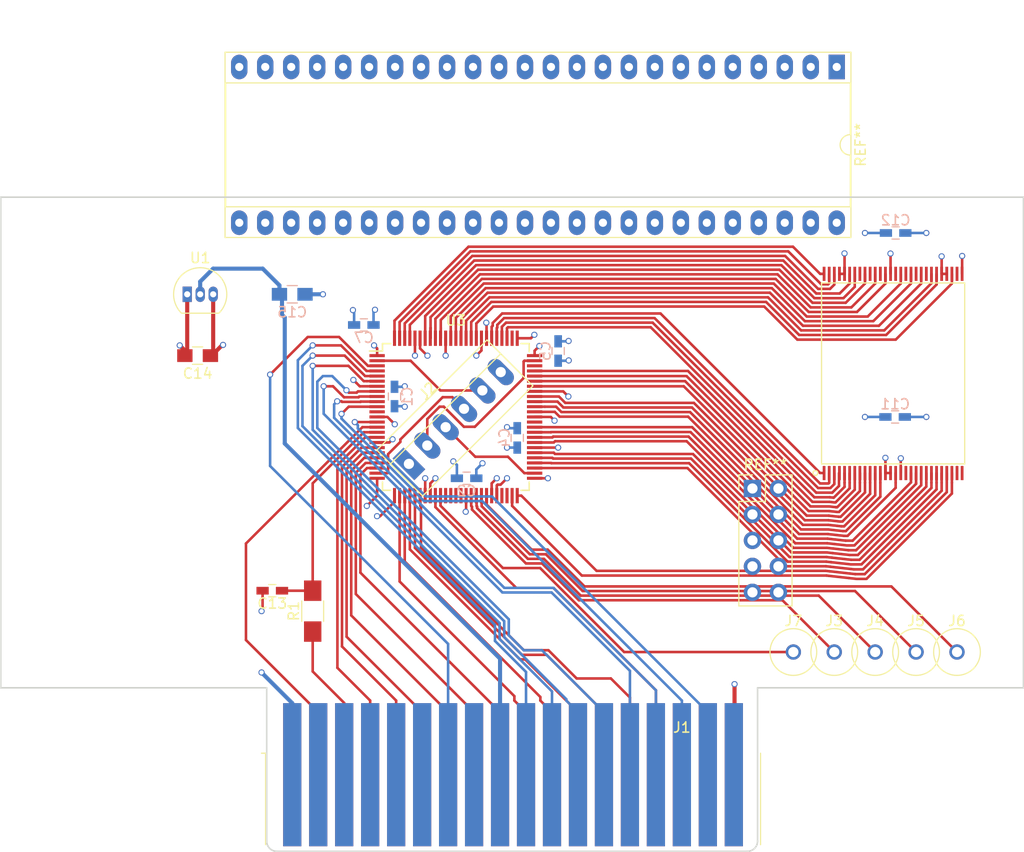
<source format=kicad_pcb>
(kicad_pcb (version 4) (host pcbnew 4.0.7)

  (general
    (links 0)
    (no_connects 0)
    (area 92.424999 71.424999 192.575001 135.575001)
    (thickness 1.6)
    (drawings 10)
    (tracks 732)
    (zones 0)
    (modules 24)
    (nets 91)
  )

  (page A4)
  (layers
    (0 F.Cu signal)
    (1 3v3 power hide)
    (2 Gnd power hide)
    (31 B.Cu signal)
    (32 B.Adhes user)
    (33 F.Adhes user)
    (34 B.Paste user)
    (35 F.Paste user)
    (36 B.SilkS user)
    (37 F.SilkS user)
    (38 B.Mask user)
    (39 F.Mask user)
    (40 Dwgs.User user)
    (41 Cmts.User user)
    (42 Eco1.User user)
    (43 Eco2.User user)
    (44 Edge.Cuts user)
    (45 Margin user)
    (46 B.CrtYd user)
    (47 F.CrtYd user)
    (48 B.Fab user)
    (49 F.Fab user)
  )

  (setup
    (last_trace_width 0.25)
    (trace_clearance 0.2)
    (zone_clearance 0.508)
    (zone_45_only no)
    (trace_min 0.2)
    (segment_width 0.2)
    (edge_width 0.15)
    (via_size 0.6)
    (via_drill 0.4)
    (via_min_size 0.4)
    (via_min_drill 0.3)
    (uvia_size 0.3)
    (uvia_drill 0.1)
    (uvias_allowed no)
    (uvia_min_size 0.2)
    (uvia_min_drill 0.1)
    (pcb_text_width 0.3)
    (pcb_text_size 1.5 1.5)
    (mod_edge_width 0.15)
    (mod_text_size 1 1)
    (mod_text_width 0.15)
    (pad_size 1.78 14)
    (pad_drill 0)
    (pad_to_mask_clearance 0.2)
    (aux_axis_origin 0 0)
    (visible_elements 7FFFFFFF)
    (pcbplotparams
      (layerselection 0x00030_80000001)
      (usegerberextensions false)
      (excludeedgelayer true)
      (linewidth 0.100000)
      (plotframeref false)
      (viasonmask false)
      (mode 1)
      (useauxorigin false)
      (hpglpennumber 1)
      (hpglpenspeed 20)
      (hpglpendiameter 15)
      (hpglpenoverlay 2)
      (psnegative false)
      (psa4output false)
      (plotreference true)
      (plotvalue true)
      (plotinvisibletext false)
      (padsonsilk false)
      (subtractmaskfromsilk false)
      (outputformat 1)
      (mirror false)
      (drillshape 1)
      (scaleselection 1)
      (outputdirectory ""))
  )

  (net 0 "")
  (net 1 +3V3)
  (net 2 GND)
  (net 3 TI_WE)
  (net 4 +5V)
  (net 5 "Net-(J1-Pad1)")
  (net 6 TI_D7)
  (net 7 TI_D6)
  (net 8 TI_D5)
  (net 9 TI_D4)
  (net 10 TI_D3)
  (net 11 TI_D2)
  (net 12 TI_D1)
  (net 13 TI_D0)
  (net 14 "Net-(J1-Pad21)")
  (net 15 TI_A14)
  (net 16 "Net-(J1-Pad25)")
  (net 17 "Net-(J1-Pad27)")
  (net 18 "Net-(J1-Pad29)")
  (net 19 "Net-(J1-Pad31)")
  (net 20 "Net-(J1-Pad33)")
  (net 21 "Net-(J1-Pad4)")
  (net 22 "Net-(J1-Pad6)")
  (net 23 TI_A15)
  (net 24 TI_A13)
  (net 25 TI_A12)
  (net 26 TI_A11)
  (net 27 TI_A10)
  (net 28 TI_A9)
  (net 29 TI_A8)
  (net 30 TI_A7)
  (net 31 TI_A3)
  (net 32 TI_A6)
  (net 33 TI_A5)
  (net 34 TI_A4)
  (net 35 "Net-(J1-Pad32)")
  (net 36 TI_ROM)
  (net 37 "Net-(J1-Pad36)")
  (net 38 "Net-(J2-Pad2)")
  (net 39 "Net-(J2-Pad3)")
  (net 40 "Net-(J2-Pad4)")
  (net 41 "Net-(J2-Pad5)")
  (net 42 "Net-(J3-Pad1)")
  (net 43 "Net-(J4-Pad1)")
  (net 44 "Net-(J5-Pad1)")
  (net 45 "Net-(J6-Pad1)")
  (net 46 "Net-(J7-Pad1)")
  (net 47 "Net-(U2-Pad56)")
  (net 48 "Net-(U2-Pad1)")
  (net 49 "Net-(U2-Pad55)")
  (net 50 "Net-(U2-Pad2)")
  (net 51 "Net-(U2-Pad54)")
  (net 52 "Net-(U2-Pad3)")
  (net 53 "Net-(U2-Pad4)")
  (net 54 "Net-(U2-Pad5)")
  (net 55 OA0)
  (net 56 "Net-(U2-Pad6)")
  (net 57 OD7)
  (net 58 "Net-(U2-Pad7)")
  (net 59 "Net-(U2-Pad49)")
  (net 60 "Net-(U2-Pad8)")
  (net 61 OD6)
  (net 62 "Net-(U2-Pad9)")
  (net 63 "Net-(U2-Pad47)")
  (net 64 "Net-(U2-Pad10)")
  (net 65 OD5)
  (net 66 "Net-(U2-Pad11)")
  (net 67 "Net-(U2-Pad45)")
  (net 68 "Net-(U2-Pad12)")
  (net 69 OD4)
  (net 70 "Net-(U2-Pad42)")
  (net 71 "Net-(U2-Pad15)")
  (net 72 OD3)
  (net 73 "Net-(U2-Pad40)")
  (net 74 "Net-(U2-Pad17)")
  (net 75 OD2)
  (net 76 "Net-(U2-Pad18)")
  (net 77 "Net-(U2-Pad38)")
  (net 78 "Net-(U2-Pad19)")
  (net 79 OD1)
  (net 80 "Net-(U2-Pad20)")
  (net 81 "Net-(U2-Pad36)")
  (net 82 "Net-(U2-Pad21)")
  (net 83 OD0)
  (net 84 "Net-(U2-Pad22)")
  (net 85 "Net-(U2-Pad34)")
  (net 86 "Net-(U2-Pad23)")
  (net 87 "Net-(U2-Pad24)")
  (net 88 "Net-(U2-Pad25)")
  (net 89 "Net-(U2-Pad31)")
  (net 90 "Net-(U2-Pad26)")

  (net_class Default "This is the default net class."
    (clearance 0.2)
    (trace_width 0.25)
    (via_dia 0.6)
    (via_drill 0.4)
    (uvia_dia 0.3)
    (uvia_drill 0.1)
    (add_net +3V3)
    (add_net +5V)
    (add_net GND)
    (add_net "Net-(J1-Pad1)")
    (add_net "Net-(J1-Pad21)")
    (add_net "Net-(J1-Pad25)")
    (add_net "Net-(J1-Pad27)")
    (add_net "Net-(J1-Pad29)")
    (add_net "Net-(J1-Pad31)")
    (add_net "Net-(J1-Pad32)")
    (add_net "Net-(J1-Pad33)")
    (add_net "Net-(J1-Pad36)")
    (add_net "Net-(J1-Pad4)")
    (add_net "Net-(J1-Pad6)")
    (add_net "Net-(J2-Pad2)")
    (add_net "Net-(J2-Pad3)")
    (add_net "Net-(J2-Pad4)")
    (add_net "Net-(J2-Pad5)")
    (add_net "Net-(J3-Pad1)")
    (add_net "Net-(J4-Pad1)")
    (add_net "Net-(J5-Pad1)")
    (add_net "Net-(J6-Pad1)")
    (add_net "Net-(J7-Pad1)")
    (add_net "Net-(U2-Pad1)")
    (add_net "Net-(U2-Pad10)")
    (add_net "Net-(U2-Pad11)")
    (add_net "Net-(U2-Pad12)")
    (add_net "Net-(U2-Pad15)")
    (add_net "Net-(U2-Pad17)")
    (add_net "Net-(U2-Pad18)")
    (add_net "Net-(U2-Pad19)")
    (add_net "Net-(U2-Pad2)")
    (add_net "Net-(U2-Pad20)")
    (add_net "Net-(U2-Pad21)")
    (add_net "Net-(U2-Pad22)")
    (add_net "Net-(U2-Pad23)")
    (add_net "Net-(U2-Pad24)")
    (add_net "Net-(U2-Pad25)")
    (add_net "Net-(U2-Pad26)")
    (add_net "Net-(U2-Pad3)")
    (add_net "Net-(U2-Pad31)")
    (add_net "Net-(U2-Pad34)")
    (add_net "Net-(U2-Pad36)")
    (add_net "Net-(U2-Pad38)")
    (add_net "Net-(U2-Pad4)")
    (add_net "Net-(U2-Pad40)")
    (add_net "Net-(U2-Pad42)")
    (add_net "Net-(U2-Pad45)")
    (add_net "Net-(U2-Pad47)")
    (add_net "Net-(U2-Pad49)")
    (add_net "Net-(U2-Pad5)")
    (add_net "Net-(U2-Pad54)")
    (add_net "Net-(U2-Pad55)")
    (add_net "Net-(U2-Pad56)")
    (add_net "Net-(U2-Pad6)")
    (add_net "Net-(U2-Pad7)")
    (add_net "Net-(U2-Pad8)")
    (add_net "Net-(U2-Pad9)")
    (add_net OA0)
    (add_net OD0)
    (add_net OD1)
    (add_net OD2)
    (add_net OD3)
    (add_net OD4)
    (add_net OD5)
    (add_net OD6)
    (add_net OD7)
    (add_net TI_A10)
    (add_net TI_A11)
    (add_net TI_A12)
    (add_net TI_A13)
    (add_net TI_A14)
    (add_net TI_A15)
    (add_net TI_A3)
    (add_net TI_A4)
    (add_net TI_A5)
    (add_net TI_A6)
    (add_net TI_A7)
    (add_net TI_A8)
    (add_net TI_A9)
    (add_net TI_D0)
    (add_net TI_D1)
    (add_net TI_D2)
    (add_net TI_D3)
    (add_net TI_D4)
    (add_net TI_D5)
    (add_net TI_D6)
    (add_net TI_D7)
    (add_net TI_ROM)
    (add_net TI_WE)
  )

  (module tsop:TSOP-56 (layer F.Cu) (tedit 58C27856) (tstamp 5AD84846)
    (at 179.75286 88.74344)
    (path /5AB35630)
    (attr smd)
    (fp_text reference U2 (at 0 -0.381) (layer Cmts.User)
      (effects (font (size 0.508 0.508) (thickness 0.1016)))
    )
    (fp_text value S29GL01G-128MB-Flash (at 0 0.381) (layer Cmts.User) hide
      (effects (font (size 0.508 0.508) (thickness 0.1016)))
    )
    (fp_circle (center -7.59968 9.74344) (end -7.59968 9.50976) (layer F.SilkS) (width 0.127))
    (fp_line (start -6.9977 8.8519) (end -6.9977 -8.8519) (layer F.SilkS) (width 0.127))
    (fp_line (start -6.9977 -8.8519) (end 6.9977 -8.8519) (layer F.SilkS) (width 0.127))
    (fp_line (start 6.9977 -8.8519) (end 6.9977 8.8519) (layer F.SilkS) (width 0.127))
    (fp_line (start 6.9977 8.8519) (end -6.9977 8.8519) (layer F.SilkS) (width 0.127))
    (pad 56 smd rect (at -6.74878 -9.74344) (size 0.26924 1.39192) (layers F.Cu F.Paste F.Mask)
      (net 47 "Net-(U2-Pad56)"))
    (pad 1 smd rect (at -6.74878 9.74344) (size 0.26924 1.39192) (layers F.Cu F.Paste F.Mask)
      (net 48 "Net-(U2-Pad1)"))
    (pad 55 smd rect (at -6.2484 -9.74344) (size 0.26924 1.39192) (layers F.Cu F.Paste F.Mask)
      (net 49 "Net-(U2-Pad55)"))
    (pad 2 smd rect (at -6.2484 9.74344) (size 0.26924 1.39192) (layers F.Cu F.Paste F.Mask)
      (net 50 "Net-(U2-Pad2)"))
    (pad 54 smd rect (at -5.74802 -9.74344) (size 0.26924 1.39192) (layers F.Cu F.Paste F.Mask)
      (net 51 "Net-(U2-Pad54)"))
    (pad 3 smd rect (at -5.74802 9.74344) (size 0.26924 1.39192) (layers F.Cu F.Paste F.Mask)
      (net 52 "Net-(U2-Pad3)"))
    (pad 53 smd rect (at -5.24764 -9.74344) (size 0.27178 1.39192) (layers F.Cu F.Paste F.Mask)
      (net 2 GND))
    (pad 4 smd rect (at -5.24764 9.74344) (size 0.27178 1.39192) (layers F.Cu F.Paste F.Mask)
      (net 53 "Net-(U2-Pad4)"))
    (pad 52 smd rect (at -4.74726 -9.74344) (size 0.27178 1.39192) (layers F.Cu F.Paste F.Mask)
      (net 2 GND))
    (pad 5 smd rect (at -4.74726 9.74344) (size 0.27178 1.39192) (layers F.Cu F.Paste F.Mask)
      (net 54 "Net-(U2-Pad5)"))
    (pad 51 smd rect (at -4.24942 -9.74344) (size 0.26924 1.39192) (layers F.Cu F.Paste F.Mask)
      (net 55 OA0))
    (pad 6 smd rect (at -4.24942 9.74344) (size 0.26924 1.39192) (layers F.Cu F.Paste F.Mask)
      (net 56 "Net-(U2-Pad6)"))
    (pad 50 smd rect (at -3.74904 -9.74344) (size 0.26924 1.39192) (layers F.Cu F.Paste F.Mask)
      (net 57 OD7))
    (pad 7 smd rect (at -3.74904 9.74344) (size 0.26924 1.39192) (layers F.Cu F.Paste F.Mask)
      (net 58 "Net-(U2-Pad7)"))
    (pad 49 smd rect (at -3.24866 -9.74344) (size 0.26924 1.39192) (layers F.Cu F.Paste F.Mask)
      (net 59 "Net-(U2-Pad49)"))
    (pad 8 smd rect (at -3.24866 9.74344) (size 0.26924 1.39192) (layers F.Cu F.Paste F.Mask)
      (net 60 "Net-(U2-Pad8)"))
    (pad 48 smd rect (at -2.74828 -9.74344) (size 0.26924 1.39192) (layers F.Cu F.Paste F.Mask)
      (net 61 OD6))
    (pad 9 smd rect (at -2.74828 9.74344) (size 0.26924 1.39192) (layers F.Cu F.Paste F.Mask)
      (net 62 "Net-(U2-Pad9)"))
    (pad 47 smd rect (at -2.2479 -9.74344) (size 0.26924 1.39192) (layers F.Cu F.Paste F.Mask)
      (net 63 "Net-(U2-Pad47)"))
    (pad 10 smd rect (at -2.2479 9.74344) (size 0.26924 1.39192) (layers F.Cu F.Paste F.Mask)
      (net 64 "Net-(U2-Pad10)"))
    (pad 46 smd rect (at -1.74752 -9.74344) (size 0.27178 1.39192) (layers F.Cu F.Paste F.Mask)
      (net 65 OD5))
    (pad 11 smd rect (at -1.74752 9.74344) (size 0.27178 1.39192) (layers F.Cu F.Paste F.Mask)
      (net 66 "Net-(U2-Pad11)"))
    (pad 45 smd rect (at -1.24714 -9.74344) (size 0.27178 1.39192) (layers F.Cu F.Paste F.Mask)
      (net 67 "Net-(U2-Pad45)"))
    (pad 12 smd rect (at -1.24714 9.74344) (size 0.27178 1.39192) (layers F.Cu F.Paste F.Mask)
      (net 68 "Net-(U2-Pad12)"))
    (pad 44 smd rect (at -0.7493 -9.74344) (size 0.26924 1.39192) (layers F.Cu F.Paste F.Mask)
      (net 69 OD4))
    (pad 13 smd rect (at -0.7493 9.74344) (size 0.26924 1.39192) (layers F.Cu F.Paste F.Mask)
      (net 1 +3V3))
    (pad 43 smd rect (at -0.24892 -9.74344) (size 0.26924 1.39192) (layers F.Cu F.Paste F.Mask)
      (net 1 +3V3))
    (pad 14 smd rect (at -0.24892 9.74344) (size 0.26924 1.39192) (layers F.Cu F.Paste F.Mask)
      (net 1 +3V3))
    (pad 42 smd rect (at 0.24892 -9.74344) (size 0.26924 1.39192) (layers F.Cu F.Paste F.Mask)
      (net 70 "Net-(U2-Pad42)"))
    (pad 15 smd rect (at 0.24892 9.74344) (size 0.26924 1.39192) (layers F.Cu F.Paste F.Mask)
      (net 71 "Net-(U2-Pad15)"))
    (pad 41 smd rect (at 0.7493 -9.74344) (size 0.26924 1.39192) (layers F.Cu F.Paste F.Mask)
      (net 72 OD3))
    (pad 16 smd rect (at 0.7493 9.74344) (size 0.26924 1.39192) (layers F.Cu F.Paste F.Mask)
      (net 2 GND))
    (pad 40 smd rect (at 1.24714 -9.74344) (size 0.27178 1.39192) (layers F.Cu F.Paste F.Mask)
      (net 73 "Net-(U2-Pad40)"))
    (pad 17 smd rect (at 1.24714 9.74344) (size 0.27178 1.39192) (layers F.Cu F.Paste F.Mask)
      (net 74 "Net-(U2-Pad17)"))
    (pad 39 smd rect (at 1.74752 -9.74344) (size 0.27178 1.39192) (layers F.Cu F.Paste F.Mask)
      (net 75 OD2))
    (pad 18 smd rect (at 1.74752 9.74344) (size 0.27178 1.39192) (layers F.Cu F.Paste F.Mask)
      (net 76 "Net-(U2-Pad18)"))
    (pad 38 smd rect (at 2.2479 -9.74344) (size 0.26924 1.39192) (layers F.Cu F.Paste F.Mask)
      (net 77 "Net-(U2-Pad38)"))
    (pad 19 smd rect (at 2.2479 9.74344) (size 0.26924 1.39192) (layers F.Cu F.Paste F.Mask)
      (net 78 "Net-(U2-Pad19)"))
    (pad 37 smd rect (at 2.74828 -9.74344) (size 0.26924 1.39192) (layers F.Cu F.Paste F.Mask)
      (net 79 OD1))
    (pad 20 smd rect (at 2.74828 9.74344) (size 0.26924 1.39192) (layers F.Cu F.Paste F.Mask)
      (net 80 "Net-(U2-Pad20)"))
    (pad 36 smd rect (at 3.24866 -9.74344) (size 0.26924 1.39192) (layers F.Cu F.Paste F.Mask)
      (net 81 "Net-(U2-Pad36)"))
    (pad 21 smd rect (at 3.24866 9.74344) (size 0.26924 1.39192) (layers F.Cu F.Paste F.Mask)
      (net 82 "Net-(U2-Pad21)"))
    (pad 35 smd rect (at 3.74904 -9.74344) (size 0.26924 1.39192) (layers F.Cu F.Paste F.Mask)
      (net 83 OD0))
    (pad 22 smd rect (at 3.74904 9.74344) (size 0.26924 1.39192) (layers F.Cu F.Paste F.Mask)
      (net 84 "Net-(U2-Pad22)"))
    (pad 34 smd rect (at 4.24942 -9.74344) (size 0.26924 1.39192) (layers F.Cu F.Paste F.Mask)
      (net 85 "Net-(U2-Pad34)"))
    (pad 23 smd rect (at 4.24942 9.74344) (size 0.26924 1.39192) (layers F.Cu F.Paste F.Mask)
      (net 86 "Net-(U2-Pad23)"))
    (pad 33 smd rect (at 4.74726 -9.74344) (size 0.27178 1.39192) (layers F.Cu F.Paste F.Mask)
      (net 2 GND))
    (pad 24 smd rect (at 4.74726 9.74344) (size 0.27178 1.39192) (layers F.Cu F.Paste F.Mask)
      (net 87 "Net-(U2-Pad24)"))
    (pad 32 smd rect (at 5.24764 -9.74344) (size 0.27178 1.39192) (layers F.Cu F.Paste F.Mask)
      (net 2 GND))
    (pad 25 smd rect (at 5.24764 9.74344) (size 0.27178 1.39192) (layers F.Cu F.Paste F.Mask)
      (net 88 "Net-(U2-Pad25)"))
    (pad 31 smd rect (at 5.74802 -9.74344) (size 0.26924 1.39192) (layers F.Cu F.Paste F.Mask)
      (net 89 "Net-(U2-Pad31)"))
    (pad 26 smd rect (at 5.74802 9.74344) (size 0.26924 1.39192) (layers F.Cu F.Paste F.Mask)
      (net 90 "Net-(U2-Pad26)"))
    (pad 30 smd rect (at 6.2484 -9.74344) (size 0.26924 1.39192) (layers F.Cu F.Paste F.Mask))
    (pad 27 smd rect (at 6.2484 9.74344) (size 0.26924 1.39192) (layers F.Cu F.Paste F.Mask))
    (pad 29 smd rect (at 6.74878 -9.74344) (size 0.26924 1.39192) (layers F.Cu F.Paste F.Mask)
      (net 1 +3V3))
    (pad 28 smd rect (at 6.74878 9.74344) (size 0.26924 1.39192) (layers F.Cu F.Paste F.Mask))
  )

  (module Capacitors_SMD:C_0603_HandSoldering (layer B.Cu) (tedit 58AA848B) (tstamp 5AD84685)
    (at 131 91 90)
    (descr "Capacitor SMD 0603, hand soldering")
    (tags "capacitor 0603")
    (path /5AB515CB)
    (attr smd)
    (fp_text reference C1 (at 0 1.25 90) (layer B.SilkS)
      (effects (font (size 1 1) (thickness 0.15)) (justify mirror))
    )
    (fp_text value 1nF (at 0 -1.5 90) (layer B.Fab)
      (effects (font (size 1 1) (thickness 0.15)) (justify mirror))
    )
    (fp_text user %R (at 0 1.25 90) (layer B.Fab)
      (effects (font (size 1 1) (thickness 0.15)) (justify mirror))
    )
    (fp_line (start -0.8 -0.4) (end -0.8 0.4) (layer B.Fab) (width 0.1))
    (fp_line (start 0.8 -0.4) (end -0.8 -0.4) (layer B.Fab) (width 0.1))
    (fp_line (start 0.8 0.4) (end 0.8 -0.4) (layer B.Fab) (width 0.1))
    (fp_line (start -0.8 0.4) (end 0.8 0.4) (layer B.Fab) (width 0.1))
    (fp_line (start -0.35 0.6) (end 0.35 0.6) (layer B.SilkS) (width 0.12))
    (fp_line (start 0.35 -0.6) (end -0.35 -0.6) (layer B.SilkS) (width 0.12))
    (fp_line (start -1.8 0.65) (end 1.8 0.65) (layer B.CrtYd) (width 0.05))
    (fp_line (start -1.8 0.65) (end -1.8 -0.65) (layer B.CrtYd) (width 0.05))
    (fp_line (start 1.8 -0.65) (end 1.8 0.65) (layer B.CrtYd) (width 0.05))
    (fp_line (start 1.8 -0.65) (end -1.8 -0.65) (layer B.CrtYd) (width 0.05))
    (pad 1 smd rect (at -0.95 0 90) (size 1.2 0.75) (layers B.Cu B.Paste B.Mask)
      (net 1 +3V3))
    (pad 2 smd rect (at 0.95 0 90) (size 1.2 0.75) (layers B.Cu B.Paste B.Mask)
      (net 2 GND))
    (model Capacitors_SMD.3dshapes/C_0603.wrl
      (at (xyz 0 0 0))
      (scale (xyz 1 1 1))
      (rotate (xyz 0 0 0))
    )
  )

  (module Capacitors_SMD:C_0603_HandSoldering (layer B.Cu) (tedit 58AA848B) (tstamp 5AD84696)
    (at 138.05 99)
    (descr "Capacitor SMD 0603, hand soldering")
    (tags "capacitor 0603")
    (path /5AB5158C)
    (attr smd)
    (fp_text reference C2 (at 0 1.25) (layer B.SilkS)
      (effects (font (size 1 1) (thickness 0.15)) (justify mirror))
    )
    (fp_text value 1nF (at 0 -1.5) (layer B.Fab)
      (effects (font (size 1 1) (thickness 0.15)) (justify mirror))
    )
    (fp_text user %R (at 0 1.25) (layer B.Fab)
      (effects (font (size 1 1) (thickness 0.15)) (justify mirror))
    )
    (fp_line (start -0.8 -0.4) (end -0.8 0.4) (layer B.Fab) (width 0.1))
    (fp_line (start 0.8 -0.4) (end -0.8 -0.4) (layer B.Fab) (width 0.1))
    (fp_line (start 0.8 0.4) (end 0.8 -0.4) (layer B.Fab) (width 0.1))
    (fp_line (start -0.8 0.4) (end 0.8 0.4) (layer B.Fab) (width 0.1))
    (fp_line (start -0.35 0.6) (end 0.35 0.6) (layer B.SilkS) (width 0.12))
    (fp_line (start 0.35 -0.6) (end -0.35 -0.6) (layer B.SilkS) (width 0.12))
    (fp_line (start -1.8 0.65) (end 1.8 0.65) (layer B.CrtYd) (width 0.05))
    (fp_line (start -1.8 0.65) (end -1.8 -0.65) (layer B.CrtYd) (width 0.05))
    (fp_line (start 1.8 -0.65) (end 1.8 0.65) (layer B.CrtYd) (width 0.05))
    (fp_line (start 1.8 -0.65) (end -1.8 -0.65) (layer B.CrtYd) (width 0.05))
    (pad 1 smd rect (at -0.95 0) (size 1.2 0.75) (layers B.Cu B.Paste B.Mask)
      (net 1 +3V3))
    (pad 2 smd rect (at 0.95 0) (size 1.2 0.75) (layers B.Cu B.Paste B.Mask)
      (net 2 GND))
    (model Capacitors_SMD.3dshapes/C_0603.wrl
      (at (xyz 0 0 0))
      (scale (xyz 1 1 1))
      (rotate (xyz 0 0 0))
    )
  )

  (module Capacitors_SMD:C_0603_HandSoldering (layer B.Cu) (tedit 58AA848B) (tstamp 5AD846B8)
    (at 143 95.05 270)
    (descr "Capacitor SMD 0603, hand soldering")
    (tags "capacitor 0603")
    (path /5AB51327)
    (attr smd)
    (fp_text reference C4 (at 0 1.25 270) (layer B.SilkS)
      (effects (font (size 1 1) (thickness 0.15)) (justify mirror))
    )
    (fp_text value 1nF (at 0 -1.5 270) (layer B.Fab)
      (effects (font (size 1 1) (thickness 0.15)) (justify mirror))
    )
    (fp_text user %R (at 0 1.25 270) (layer B.Fab)
      (effects (font (size 1 1) (thickness 0.15)) (justify mirror))
    )
    (fp_line (start -0.8 -0.4) (end -0.8 0.4) (layer B.Fab) (width 0.1))
    (fp_line (start 0.8 -0.4) (end -0.8 -0.4) (layer B.Fab) (width 0.1))
    (fp_line (start 0.8 0.4) (end 0.8 -0.4) (layer B.Fab) (width 0.1))
    (fp_line (start -0.8 0.4) (end 0.8 0.4) (layer B.Fab) (width 0.1))
    (fp_line (start -0.35 0.6) (end 0.35 0.6) (layer B.SilkS) (width 0.12))
    (fp_line (start 0.35 -0.6) (end -0.35 -0.6) (layer B.SilkS) (width 0.12))
    (fp_line (start -1.8 0.65) (end 1.8 0.65) (layer B.CrtYd) (width 0.05))
    (fp_line (start -1.8 0.65) (end -1.8 -0.65) (layer B.CrtYd) (width 0.05))
    (fp_line (start 1.8 -0.65) (end 1.8 0.65) (layer B.CrtYd) (width 0.05))
    (fp_line (start 1.8 -0.65) (end -1.8 -0.65) (layer B.CrtYd) (width 0.05))
    (pad 1 smd rect (at -0.95 0 270) (size 1.2 0.75) (layers B.Cu B.Paste B.Mask)
      (net 1 +3V3))
    (pad 2 smd rect (at 0.95 0 270) (size 1.2 0.75) (layers B.Cu B.Paste B.Mask)
      (net 2 GND))
    (model Capacitors_SMD.3dshapes/C_0603.wrl
      (at (xyz 0 0 0))
      (scale (xyz 1 1 1))
      (rotate (xyz 0 0 0))
    )
  )

  (module Capacitors_SMD:C_0603_HandSoldering (layer B.Cu) (tedit 58AA848B) (tstamp 5AD846C9)
    (at 147 86.55 270)
    (descr "Capacitor SMD 0603, hand soldering")
    (tags "capacitor 0603")
    (path /5AB511CD)
    (attr smd)
    (fp_text reference C5 (at 0 1.25 270) (layer B.SilkS)
      (effects (font (size 1 1) (thickness 0.15)) (justify mirror))
    )
    (fp_text value 1nF (at 0 -1.5 270) (layer B.Fab)
      (effects (font (size 1 1) (thickness 0.15)) (justify mirror))
    )
    (fp_text user %R (at 0 1.25 270) (layer B.Fab)
      (effects (font (size 1 1) (thickness 0.15)) (justify mirror))
    )
    (fp_line (start -0.8 -0.4) (end -0.8 0.4) (layer B.Fab) (width 0.1))
    (fp_line (start 0.8 -0.4) (end -0.8 -0.4) (layer B.Fab) (width 0.1))
    (fp_line (start 0.8 0.4) (end 0.8 -0.4) (layer B.Fab) (width 0.1))
    (fp_line (start -0.8 0.4) (end 0.8 0.4) (layer B.Fab) (width 0.1))
    (fp_line (start -0.35 0.6) (end 0.35 0.6) (layer B.SilkS) (width 0.12))
    (fp_line (start 0.35 -0.6) (end -0.35 -0.6) (layer B.SilkS) (width 0.12))
    (fp_line (start -1.8 0.65) (end 1.8 0.65) (layer B.CrtYd) (width 0.05))
    (fp_line (start -1.8 0.65) (end -1.8 -0.65) (layer B.CrtYd) (width 0.05))
    (fp_line (start 1.8 -0.65) (end 1.8 0.65) (layer B.CrtYd) (width 0.05))
    (fp_line (start 1.8 -0.65) (end -1.8 -0.65) (layer B.CrtYd) (width 0.05))
    (pad 1 smd rect (at -0.95 0 270) (size 1.2 0.75) (layers B.Cu B.Paste B.Mask)
      (net 1 +3V3))
    (pad 2 smd rect (at 0.95 0 270) (size 1.2 0.75) (layers B.Cu B.Paste B.Mask)
      (net 2 GND))
    (model Capacitors_SMD.3dshapes/C_0603.wrl
      (at (xyz 0 0 0))
      (scale (xyz 1 1 1))
      (rotate (xyz 0 0 0))
    )
  )

  (module Capacitors_SMD:C_0603_HandSoldering (layer B.Cu) (tedit 58AA848B) (tstamp 5AD846EB)
    (at 128 84)
    (descr "Capacitor SMD 0603, hand soldering")
    (tags "capacitor 0603")
    (path /5AB514DF)
    (attr smd)
    (fp_text reference C7 (at 0 1.25) (layer B.SilkS)
      (effects (font (size 1 1) (thickness 0.15)) (justify mirror))
    )
    (fp_text value 1nF (at 0 -1.5) (layer B.Fab)
      (effects (font (size 1 1) (thickness 0.15)) (justify mirror))
    )
    (fp_text user %R (at 0 1.25) (layer B.Fab)
      (effects (font (size 1 1) (thickness 0.15)) (justify mirror))
    )
    (fp_line (start -0.8 -0.4) (end -0.8 0.4) (layer B.Fab) (width 0.1))
    (fp_line (start 0.8 -0.4) (end -0.8 -0.4) (layer B.Fab) (width 0.1))
    (fp_line (start 0.8 0.4) (end 0.8 -0.4) (layer B.Fab) (width 0.1))
    (fp_line (start -0.8 0.4) (end 0.8 0.4) (layer B.Fab) (width 0.1))
    (fp_line (start -0.35 0.6) (end 0.35 0.6) (layer B.SilkS) (width 0.12))
    (fp_line (start 0.35 -0.6) (end -0.35 -0.6) (layer B.SilkS) (width 0.12))
    (fp_line (start -1.8 0.65) (end 1.8 0.65) (layer B.CrtYd) (width 0.05))
    (fp_line (start -1.8 0.65) (end -1.8 -0.65) (layer B.CrtYd) (width 0.05))
    (fp_line (start 1.8 -0.65) (end 1.8 0.65) (layer B.CrtYd) (width 0.05))
    (fp_line (start 1.8 -0.65) (end -1.8 -0.65) (layer B.CrtYd) (width 0.05))
    (pad 1 smd rect (at -0.95 0) (size 1.2 0.75) (layers B.Cu B.Paste B.Mask)
      (net 1 +3V3))
    (pad 2 smd rect (at 0.95 0) (size 1.2 0.75) (layers B.Cu B.Paste B.Mask)
      (net 2 GND))
    (model Capacitors_SMD.3dshapes/C_0603.wrl
      (at (xyz 0 0 0))
      (scale (xyz 1 1 1))
      (rotate (xyz 0 0 0))
    )
  )

  (module Capacitors_SMD:C_0603_HandSoldering (layer B.Cu) (tedit 58AA848B) (tstamp 5AD8472F)
    (at 179.95 93 180)
    (descr "Capacitor SMD 0603, hand soldering")
    (tags "capacitor 0603")
    (path /5AB54142)
    (attr smd)
    (fp_text reference C11 (at 0 1.25 180) (layer B.SilkS)
      (effects (font (size 1 1) (thickness 0.15)) (justify mirror))
    )
    (fp_text value 1nF (at 0 -1.5 180) (layer B.Fab)
      (effects (font (size 1 1) (thickness 0.15)) (justify mirror))
    )
    (fp_text user %R (at 0 1.25 180) (layer B.Fab)
      (effects (font (size 1 1) (thickness 0.15)) (justify mirror))
    )
    (fp_line (start -0.8 -0.4) (end -0.8 0.4) (layer B.Fab) (width 0.1))
    (fp_line (start 0.8 -0.4) (end -0.8 -0.4) (layer B.Fab) (width 0.1))
    (fp_line (start 0.8 0.4) (end 0.8 -0.4) (layer B.Fab) (width 0.1))
    (fp_line (start -0.8 0.4) (end 0.8 0.4) (layer B.Fab) (width 0.1))
    (fp_line (start -0.35 0.6) (end 0.35 0.6) (layer B.SilkS) (width 0.12))
    (fp_line (start 0.35 -0.6) (end -0.35 -0.6) (layer B.SilkS) (width 0.12))
    (fp_line (start -1.8 0.65) (end 1.8 0.65) (layer B.CrtYd) (width 0.05))
    (fp_line (start -1.8 0.65) (end -1.8 -0.65) (layer B.CrtYd) (width 0.05))
    (fp_line (start 1.8 -0.65) (end 1.8 0.65) (layer B.CrtYd) (width 0.05))
    (fp_line (start 1.8 -0.65) (end -1.8 -0.65) (layer B.CrtYd) (width 0.05))
    (pad 1 smd rect (at -0.95 0 180) (size 1.2 0.75) (layers B.Cu B.Paste B.Mask)
      (net 2 GND))
    (pad 2 smd rect (at 0.95 0 180) (size 1.2 0.75) (layers B.Cu B.Paste B.Mask)
      (net 1 +3V3))
    (model Capacitors_SMD.3dshapes/C_0603.wrl
      (at (xyz 0 0 0))
      (scale (xyz 1 1 1))
      (rotate (xyz 0 0 0))
    )
  )

  (module Capacitors_SMD:C_0603_HandSoldering (layer B.Cu) (tedit 58AA848B) (tstamp 5AD84740)
    (at 180 75 180)
    (descr "Capacitor SMD 0603, hand soldering")
    (tags "capacitor 0603")
    (path /5AB5AEE7)
    (attr smd)
    (fp_text reference C12 (at 0 1.25 180) (layer B.SilkS)
      (effects (font (size 1 1) (thickness 0.15)) (justify mirror))
    )
    (fp_text value 1nF (at 0 -1.5 180) (layer B.Fab)
      (effects (font (size 1 1) (thickness 0.15)) (justify mirror))
    )
    (fp_text user %R (at 0 1.25 180) (layer B.Fab)
      (effects (font (size 1 1) (thickness 0.15)) (justify mirror))
    )
    (fp_line (start -0.8 -0.4) (end -0.8 0.4) (layer B.Fab) (width 0.1))
    (fp_line (start 0.8 -0.4) (end -0.8 -0.4) (layer B.Fab) (width 0.1))
    (fp_line (start 0.8 0.4) (end 0.8 -0.4) (layer B.Fab) (width 0.1))
    (fp_line (start -0.8 0.4) (end 0.8 0.4) (layer B.Fab) (width 0.1))
    (fp_line (start -0.35 0.6) (end 0.35 0.6) (layer B.SilkS) (width 0.12))
    (fp_line (start 0.35 -0.6) (end -0.35 -0.6) (layer B.SilkS) (width 0.12))
    (fp_line (start -1.8 0.65) (end 1.8 0.65) (layer B.CrtYd) (width 0.05))
    (fp_line (start -1.8 0.65) (end -1.8 -0.65) (layer B.CrtYd) (width 0.05))
    (fp_line (start 1.8 -0.65) (end 1.8 0.65) (layer B.CrtYd) (width 0.05))
    (fp_line (start 1.8 -0.65) (end -1.8 -0.65) (layer B.CrtYd) (width 0.05))
    (pad 1 smd rect (at -0.95 0 180) (size 1.2 0.75) (layers B.Cu B.Paste B.Mask)
      (net 1 +3V3))
    (pad 2 smd rect (at 0.95 0 180) (size 1.2 0.75) (layers B.Cu B.Paste B.Mask)
      (net 2 GND))
    (model Capacitors_SMD.3dshapes/C_0603.wrl
      (at (xyz 0 0 0))
      (scale (xyz 1 1 1))
      (rotate (xyz 0 0 0))
    )
  )

  (module Capacitors_SMD:C_0603_HandSoldering (layer F.Cu) (tedit 58AA848B) (tstamp 5AD84751)
    (at 119.05 110 180)
    (descr "Capacitor SMD 0603, hand soldering")
    (tags "capacitor 0603")
    (path /5AB56F75)
    (attr smd)
    (fp_text reference C13 (at 0 -1.25 180) (layer F.SilkS)
      (effects (font (size 1 1) (thickness 0.15)))
    )
    (fp_text value 1nF (at 0 1.5 180) (layer F.Fab)
      (effects (font (size 1 1) (thickness 0.15)))
    )
    (fp_text user %R (at 0 -1.25 180) (layer F.Fab)
      (effects (font (size 1 1) (thickness 0.15)))
    )
    (fp_line (start -0.8 0.4) (end -0.8 -0.4) (layer F.Fab) (width 0.1))
    (fp_line (start 0.8 0.4) (end -0.8 0.4) (layer F.Fab) (width 0.1))
    (fp_line (start 0.8 -0.4) (end 0.8 0.4) (layer F.Fab) (width 0.1))
    (fp_line (start -0.8 -0.4) (end 0.8 -0.4) (layer F.Fab) (width 0.1))
    (fp_line (start -0.35 -0.6) (end 0.35 -0.6) (layer F.SilkS) (width 0.12))
    (fp_line (start 0.35 0.6) (end -0.35 0.6) (layer F.SilkS) (width 0.12))
    (fp_line (start -1.8 -0.65) (end 1.8 -0.65) (layer F.CrtYd) (width 0.05))
    (fp_line (start -1.8 -0.65) (end -1.8 0.65) (layer F.CrtYd) (width 0.05))
    (fp_line (start 1.8 0.65) (end 1.8 -0.65) (layer F.CrtYd) (width 0.05))
    (fp_line (start 1.8 0.65) (end -1.8 0.65) (layer F.CrtYd) (width 0.05))
    (pad 1 smd rect (at -0.95 0 180) (size 1.2 0.75) (layers F.Cu F.Paste F.Mask)
      (net 3 TI_WE))
    (pad 2 smd rect (at 0.95 0 180) (size 1.2 0.75) (layers F.Cu F.Paste F.Mask)
      (net 2 GND))
    (model Capacitors_SMD.3dshapes/C_0603.wrl
      (at (xyz 0 0 0))
      (scale (xyz 1 1 1))
      (rotate (xyz 0 0 0))
    )
  )

  (module Capacitors_SMD:C_0805_HandSoldering (layer F.Cu) (tedit 58AA84A8) (tstamp 5AD84762)
    (at 111.75 87 180)
    (descr "Capacitor SMD 0805, hand soldering")
    (tags "capacitor 0805")
    (path /5AAF7D99)
    (attr smd)
    (fp_text reference C14 (at 0 -1.75 180) (layer F.SilkS)
      (effects (font (size 1 1) (thickness 0.15)))
    )
    (fp_text value 1uF (at 0 1.75 180) (layer F.Fab)
      (effects (font (size 1 1) (thickness 0.15)))
    )
    (fp_text user %R (at 0 -1.75 180) (layer F.Fab)
      (effects (font (size 1 1) (thickness 0.15)))
    )
    (fp_line (start -1 0.62) (end -1 -0.62) (layer F.Fab) (width 0.1))
    (fp_line (start 1 0.62) (end -1 0.62) (layer F.Fab) (width 0.1))
    (fp_line (start 1 -0.62) (end 1 0.62) (layer F.Fab) (width 0.1))
    (fp_line (start -1 -0.62) (end 1 -0.62) (layer F.Fab) (width 0.1))
    (fp_line (start 0.5 -0.85) (end -0.5 -0.85) (layer F.SilkS) (width 0.12))
    (fp_line (start -0.5 0.85) (end 0.5 0.85) (layer F.SilkS) (width 0.12))
    (fp_line (start -2.25 -0.88) (end 2.25 -0.88) (layer F.CrtYd) (width 0.05))
    (fp_line (start -2.25 -0.88) (end -2.25 0.87) (layer F.CrtYd) (width 0.05))
    (fp_line (start 2.25 0.87) (end 2.25 -0.88) (layer F.CrtYd) (width 0.05))
    (fp_line (start 2.25 0.87) (end -2.25 0.87) (layer F.CrtYd) (width 0.05))
    (pad 1 smd rect (at -1.25 0 180) (size 1.5 1.25) (layers F.Cu F.Paste F.Mask)
      (net 1 +3V3))
    (pad 2 smd rect (at 1.25 0 180) (size 1.5 1.25) (layers F.Cu F.Paste F.Mask)
      (net 2 GND))
    (model Capacitors_SMD.3dshapes/C_0805.wrl
      (at (xyz 0 0 0))
      (scale (xyz 1 1 1))
      (rotate (xyz 0 0 0))
    )
  )

  (module Capacitors_SMD:C_0805_HandSoldering (layer B.Cu) (tedit 58AA84A8) (tstamp 5AD84773)
    (at 121 81)
    (descr "Capacitor SMD 0805, hand soldering")
    (tags "capacitor 0805")
    (path /5AAF7E10)
    (attr smd)
    (fp_text reference C15 (at 0 1.75) (layer B.SilkS)
      (effects (font (size 1 1) (thickness 0.15)) (justify mirror))
    )
    (fp_text value 1uF (at 0 -1.75) (layer B.Fab)
      (effects (font (size 1 1) (thickness 0.15)) (justify mirror))
    )
    (fp_text user %R (at 0 1.75) (layer B.Fab)
      (effects (font (size 1 1) (thickness 0.15)) (justify mirror))
    )
    (fp_line (start -1 -0.62) (end -1 0.62) (layer B.Fab) (width 0.1))
    (fp_line (start 1 -0.62) (end -1 -0.62) (layer B.Fab) (width 0.1))
    (fp_line (start 1 0.62) (end 1 -0.62) (layer B.Fab) (width 0.1))
    (fp_line (start -1 0.62) (end 1 0.62) (layer B.Fab) (width 0.1))
    (fp_line (start 0.5 0.85) (end -0.5 0.85) (layer B.SilkS) (width 0.12))
    (fp_line (start -0.5 -0.85) (end 0.5 -0.85) (layer B.SilkS) (width 0.12))
    (fp_line (start -2.25 0.88) (end 2.25 0.88) (layer B.CrtYd) (width 0.05))
    (fp_line (start -2.25 0.88) (end -2.25 -0.87) (layer B.CrtYd) (width 0.05))
    (fp_line (start 2.25 -0.87) (end 2.25 0.88) (layer B.CrtYd) (width 0.05))
    (fp_line (start 2.25 -0.87) (end -2.25 -0.87) (layer B.CrtYd) (width 0.05))
    (pad 1 smd rect (at -1.25 0) (size 1.5 1.25) (layers B.Cu B.Paste B.Mask)
      (net 4 +5V))
    (pad 2 smd rect (at 1.25 0) (size 1.5 1.25) (layers B.Cu B.Paste B.Mask)
      (net 2 GND))
    (model Capacitors_SMD.3dshapes/C_0805.wrl
      (at (xyz 0 0 0))
      (scale (xyz 1 1 1))
      (rotate (xyz 0 0 0))
    )
  )

  (module Oddities:BUS_TI99_CART (layer F.Cu) (tedit 5AE6A122) (tstamp 5AD847A4)
    (at 143.86 131)
    (descr "Connector Bus TI99 Cart")
    (tags "CONN BUS TI99 Cart")
    (path /5AAF74C1)
    (fp_text reference J1 (at 15.24 -7.62) (layer F.SilkS)
      (effects (font (size 1 1) (thickness 0.15)))
    )
    (fp_text value Bus_TI994A_Cart (at 0 -7.62) (layer F.Fab)
      (effects (font (size 1 1) (thickness 0.15)))
    )
    (fp_line (start 22.93 3.85) (end 22.93 -5.1) (layer F.SilkS) (width 0.12))
    (fp_line (start -25.47 3.85) (end -25.47 -5.1) (layer F.SilkS) (width 0.12))
    (fp_line (start -25.47 -5.1) (end -25.87 -5.1) (layer F.SilkS) (width 0.12))
    (fp_line (start 22.86 3.81) (end 22.86 -5.08) (layer F.Fab) (width 0.1))
    (fp_line (start 22.86 3.81) (end -25.4 3.81) (layer F.Fab) (width 0.1))
    (fp_line (start -25.4 3.81) (end -25.4 -5.08) (layer F.Fab) (width 0.1))
    (fp_line (start -25.65 -5.33) (end 23.18 -5.33) (layer F.CrtYd) (width 0.05))
    (fp_line (start -25.65 -5.33) (end -25.65 4.06) (layer F.CrtYd) (width 0.05))
    (fp_line (start 23.18 4.06) (end -25.65 4.06) (layer F.CrtYd) (width 0.05))
    (pad 1 connect rect (at 20.32 -3) (size 1.78 14) (layers B.Cu B.Mask)
      (net 5 "Net-(J1-Pad1)"))
    (pad 3 connect rect (at 17.78 -3) (size 1.78 14) (layers B.Cu B.Mask)
      (net 6 TI_D7))
    (pad 5 connect rect (at 15.24 -3) (size 1.78 14) (layers B.Cu B.Mask)
      (net 7 TI_D6))
    (pad 7 connect rect (at 12.7 -3) (size 1.78 14) (layers B.Cu B.Mask)
      (net 8 TI_D5))
    (pad 9 connect rect (at 10.16 -3) (size 1.78 14) (layers B.Cu B.Mask)
      (net 9 TI_D4))
    (pad 11 connect rect (at 7.62 -3) (size 1.78 14) (layers B.Cu B.Mask)
      (net 10 TI_D3))
    (pad 13 connect rect (at 5.08 -3) (size 1.78 14) (layers B.Cu B.Mask)
      (net 11 TI_D2))
    (pad 15 connect rect (at 2.54 -3) (size 1.78 14) (layers B.Cu B.Mask)
      (net 12 TI_D1))
    (pad 17 connect rect (at 0 -3) (size 1.78 14) (layers B.Cu B.Mask)
      (net 13 TI_D0))
    (pad 19 connect rect (at -2.54 -3) (size 1.78 14) (layers B.Cu B.Mask)
      (net 4 +5V))
    (pad 21 connect rect (at -5.08 -3) (size 1.78 14) (layers B.Cu B.Mask)
      (net 14 "Net-(J1-Pad21)"))
    (pad 23 connect rect (at -7.62 -3) (size 1.78 14) (layers B.Cu B.Mask)
      (net 15 TI_A14))
    (pad 25 connect rect (at -10.16 -3) (size 1.78 14) (layers B.Cu B.Mask)
      (net 16 "Net-(J1-Pad25)"))
    (pad 27 connect rect (at -12.7 -3) (size 1.78 14) (layers B.Cu B.Mask)
      (net 17 "Net-(J1-Pad27)"))
    (pad 29 connect rect (at -15.24 -3) (size 1.78 14) (layers B.Cu B.Mask)
      (net 18 "Net-(J1-Pad29)"))
    (pad 31 connect rect (at -17.78 -3) (size 1.78 14) (layers B.Cu B.Mask)
      (net 19 "Net-(J1-Pad31)"))
    (pad 33 connect rect (at -20.32 -3) (size 1.78 14) (layers B.Cu B.Mask)
      (net 20 "Net-(J1-Pad33)"))
    (pad 35 connect rect (at -22.86 -3) (size 1.78 14) (layers B.Cu B.Mask)
      (net 2 GND))
    (pad 2 connect rect (at 20.32 -3) (size 1.78 14) (layers F.Cu F.Mask)
      (net 2 GND))
    (pad 4 connect rect (at 17.78 -3) (size 1.78 14) (layers F.Cu F.Mask)
      (net 21 "Net-(J1-Pad4)"))
    (pad 6 connect rect (at 15.24 -3) (size 1.78 14) (layers F.Cu F.Mask)
      (net 22 "Net-(J1-Pad6)"))
    (pad 8 connect rect (at 12.7 -3) (size 1.78 14) (layers F.Cu F.Mask)
      (net 23 TI_A15))
    (pad 10 connect rect (at 10.16 -3) (size 1.78 14) (layers F.Cu F.Mask)
      (net 24 TI_A13))
    (pad 12 connect rect (at 7.62 -3) (size 1.78 14) (layers F.Cu F.Mask)
      (net 25 TI_A12))
    (pad 14 connect rect (at 5.08 -3) (size 1.78 14) (layers F.Cu F.Mask)
      (net 26 TI_A11))
    (pad 16 connect rect (at 2.54 -3) (size 1.78 14) (layers F.Cu F.Mask)
      (net 27 TI_A10))
    (pad 18 connect rect (at 0 -3) (size 1.78 14) (layers F.Cu F.Mask)
      (net 28 TI_A9))
    (pad 20 connect rect (at -2.54 -3) (size 1.78 14) (layers F.Cu F.Mask)
      (net 29 TI_A8))
    (pad 22 connect rect (at -5.08 -3) (size 1.78 14) (layers F.Cu F.Mask)
      (net 30 TI_A7))
    (pad 24 connect rect (at -7.62 -3) (size 1.78 14) (layers F.Cu F.Mask)
      (net 31 TI_A3))
    (pad 26 connect rect (at -10.16 -3) (size 1.78 14) (layers F.Cu F.Mask)
      (net 32 TI_A6))
    (pad 28 connect rect (at -12.7 -3) (size 1.78 14) (layers F.Cu F.Mask)
      (net 33 TI_A5))
    (pad 30 connect rect (at -15.24 -3) (size 1.78 14) (layers F.Cu F.Mask)
      (net 34 TI_A4))
    (pad 32 connect rect (at -17.78 -3) (size 1.78 14) (layers F.Cu F.Mask)
      (net 35 "Net-(J1-Pad32)"))
    (pad 34 connect rect (at -20.32 -3) (size 1.78 14) (layers F.Cu F.Mask)
      (net 36 TI_ROM))
    (pad 36 connect rect (at -22.86 -3) (size 1.78 14) (layers F.Cu F.Mask)
      (net 37 "Net-(J1-Pad36)"))
  )

  (module Connectors:PINHEAD1-6 (layer F.Cu) (tedit 5AE42994) (tstamp 5AD847BA)
    (at 132.407898 97.592102 45)
    (path /5AB3731A)
    (fp_text reference J2 (at 6.35 -3.75 45) (layer F.SilkS)
      (effects (font (size 1 1) (thickness 0.15)))
    )
    (fp_text value Conn_01x06 (at 6.35 3.81 45) (layer F.Fab)
      (effects (font (size 1 1) (thickness 0.15)))
    )
    (fp_line (start 6.35 3.17) (end 13.97 3.17) (layer F.SilkS) (width 0.12))
    (fp_line (start 6.35 -1.27) (end 13.97 -1.27) (layer F.SilkS) (width 0.12))
    (fp_line (start 6.35 -3.17) (end 13.97 -3.17) (layer F.SilkS) (width 0.12))
    (fp_line (start -1.27 -3.17) (end -1.27 3.17) (layer F.SilkS) (width 0.12))
    (fp_line (start 13.97 -3.17) (end 13.97 3.17) (layer F.SilkS) (width 0.12))
    (fp_line (start 6.35 -1.27) (end -1.27 -1.27) (layer F.SilkS) (width 0.12))
    (fp_line (start -1.27 -3.17) (end 6.35 -3.17) (layer F.SilkS) (width 0.12))
    (fp_line (start 6.35 3.17) (end -1.27 3.17) (layer F.SilkS) (width 0.12))
    (fp_line (start -1.52 -3.42) (end 14.22 -3.42) (layer F.CrtYd) (width 0.05))
    (fp_line (start -1.52 -3.42) (end -1.52 3.42) (layer F.CrtYd) (width 0.05))
    (fp_line (start 14.22 3.42) (end 14.22 -3.42) (layer F.CrtYd) (width 0.05))
    (fp_line (start 14.22 3.42) (end -1.52 3.42) (layer F.CrtYd) (width 0.05))
    (pad 1 thru_hole rect (at 0 0 45) (size 1.51 3.01) (drill 1) (layers *.Cu *.Mask)
      (net 2 GND))
    (pad 2 thru_hole oval (at 2.54 0 45) (size 1.51 3.01) (drill 1) (layers *.Cu *.Mask)
      (net 38 "Net-(J2-Pad2)"))
    (pad 3 thru_hole oval (at 5.08 0 45) (size 1.51 3.01) (drill 1) (layers *.Cu *.Mask)
      (net 39 "Net-(J2-Pad3)"))
    (pad 4 thru_hole oval (at 7.62 0 45) (size 1.51 3.01) (drill 1) (layers *.Cu *.Mask)
      (net 40 "Net-(J2-Pad4)"))
    (pad 5 thru_hole oval (at 10.16 0 45) (size 1.51 3.01) (drill 1) (layers *.Cu *.Mask)
      (net 41 "Net-(J2-Pad5)"))
    (pad 6 thru_hole oval (at 12.7 0 45) (size 1.51 3.01) (drill 1) (layers *.Cu *.Mask)
      (net 1 +3V3))
  )

  (module Connectors:1pin (layer F.Cu) (tedit 5AE42A9F) (tstamp 5AD847C2)
    (at 174 116)
    (descr "module 1 pin (ou trou mecanique de percage)")
    (tags DEV)
    (path /5AB3CCA4)
    (fp_text reference J3 (at 0 -3.048) (layer F.SilkS)
      (effects (font (size 1 1) (thickness 0.15)))
    )
    (fp_text value . (at 0 3) (layer F.Fab)
      (effects (font (size 1 1) (thickness 0.15)))
    )
    (fp_circle (center 0 0) (end 2 0.8) (layer F.Fab) (width 0.1))
    (fp_circle (center 0 0) (end 2.6 0) (layer F.CrtYd) (width 0.05))
    (fp_circle (center 0 0) (end 0 -2.286) (layer F.SilkS) (width 0.12))
    (pad 1 thru_hole circle (at 0 0) (size 1.5 1.5) (drill 1) (layers *.Cu *.Mask)
      (net 42 "Net-(J3-Pad1)"))
  )

  (module Connectors:1pin (layer F.Cu) (tedit 5AE42AA7) (tstamp 5AD847CA)
    (at 178 116)
    (descr "module 1 pin (ou trou mecanique de percage)")
    (tags DEV)
    (path /5AB3CD0B)
    (fp_text reference J4 (at 0 -3.048) (layer F.SilkS)
      (effects (font (size 1 1) (thickness 0.15)))
    )
    (fp_text value . (at 0 3) (layer F.Fab)
      (effects (font (size 1 1) (thickness 0.15)))
    )
    (fp_circle (center 0 0) (end 2 0.8) (layer F.Fab) (width 0.1))
    (fp_circle (center 0 0) (end 2.6 0) (layer F.CrtYd) (width 0.05))
    (fp_circle (center 0 0) (end 0 -2.286) (layer F.SilkS) (width 0.12))
    (pad 1 thru_hole circle (at 0 0) (size 1.5 1.5) (drill 1) (layers *.Cu *.Mask)
      (net 43 "Net-(J4-Pad1)"))
  )

  (module Connectors:1pin (layer F.Cu) (tedit 5AE42A81) (tstamp 5AD847D2)
    (at 182 116)
    (descr "module 1 pin (ou trou mecanique de percage)")
    (tags DEV)
    (path /5AB3CD4E)
    (fp_text reference J5 (at 0 -3.048) (layer F.SilkS)
      (effects (font (size 1 1) (thickness 0.15)))
    )
    (fp_text value . (at 0 3) (layer F.Fab)
      (effects (font (size 1 1) (thickness 0.15)))
    )
    (fp_circle (center 0 0) (end 2 0.8) (layer F.Fab) (width 0.1))
    (fp_circle (center 0 0) (end 2.6 0) (layer F.CrtYd) (width 0.05))
    (fp_circle (center 0 0) (end 0 -2.286) (layer F.SilkS) (width 0.12))
    (pad 1 thru_hole circle (at 0 0) (size 1.5 1.5) (drill 1) (layers *.Cu *.Mask)
      (net 44 "Net-(J5-Pad1)"))
  )

  (module Connectors:1pin (layer F.Cu) (tedit 5AE42AB0) (tstamp 5AD847E2)
    (at 170 116)
    (descr "module 1 pin (ou trou mecanique de percage)")
    (tags DEV)
    (path /5AB3CDA6)
    (fp_text reference J7 (at 0 -3.048) (layer F.SilkS)
      (effects (font (size 1 1) (thickness 0.15)))
    )
    (fp_text value . (at 0 3) (layer F.Fab)
      (effects (font (size 1 1) (thickness 0.15)))
    )
    (fp_circle (center 0 0) (end 2 0.8) (layer F.Fab) (width 0.1))
    (fp_circle (center 0 0) (end 2.6 0) (layer F.CrtYd) (width 0.05))
    (fp_circle (center 0 0) (end 0 -2.286) (layer F.SilkS) (width 0.12))
    (pad 1 thru_hole circle (at 0 0) (size 1.5 1.5) (drill 1) (layers *.Cu *.Mask)
      (net 46 "Net-(J7-Pad1)"))
  )

  (module Resistors_SMD:R_1206_HandSoldering (layer F.Cu) (tedit 58E0A804) (tstamp 5AD847F3)
    (at 123 112 90)
    (descr "Resistor SMD 1206, hand soldering")
    (tags "resistor 1206")
    (path /5AAF8450)
    (attr smd)
    (fp_text reference R1 (at 0 -1.85 90) (layer F.SilkS)
      (effects (font (size 1 1) (thickness 0.15)))
    )
    (fp_text value 68^ (at 0 1.9 90) (layer F.Fab)
      (effects (font (size 1 1) (thickness 0.15)))
    )
    (fp_text user %R (at 0 0 270) (layer F.Fab)
      (effects (font (size 0.7 0.7) (thickness 0.105)))
    )
    (fp_line (start -1.6 0.8) (end -1.6 -0.8) (layer F.Fab) (width 0.1))
    (fp_line (start 1.6 0.8) (end -1.6 0.8) (layer F.Fab) (width 0.1))
    (fp_line (start 1.6 -0.8) (end 1.6 0.8) (layer F.Fab) (width 0.1))
    (fp_line (start -1.6 -0.8) (end 1.6 -0.8) (layer F.Fab) (width 0.1))
    (fp_line (start 1 1.07) (end -1 1.07) (layer F.SilkS) (width 0.12))
    (fp_line (start -1 -1.07) (end 1 -1.07) (layer F.SilkS) (width 0.12))
    (fp_line (start -3.25 -1.11) (end 3.25 -1.11) (layer F.CrtYd) (width 0.05))
    (fp_line (start -3.25 -1.11) (end -3.25 1.1) (layer F.CrtYd) (width 0.05))
    (fp_line (start 3.25 1.1) (end 3.25 -1.11) (layer F.CrtYd) (width 0.05))
    (fp_line (start 3.25 1.1) (end -3.25 1.1) (layer F.CrtYd) (width 0.05))
    (pad 1 smd rect (at -2 0 90) (size 2 1.7) (layers F.Cu F.Paste F.Mask)
      (net 35 "Net-(J1-Pad32)"))
    (pad 2 smd rect (at 2 0 90) (size 2 1.7) (layers F.Cu F.Paste F.Mask)
      (net 3 TI_WE))
    (model ${KISYS3DMOD}/Resistors_SMD.3dshapes/R_1206.wrl
      (at (xyz 0 0 0))
      (scale (xyz 1 1 1))
      (rotate (xyz 0 0 0))
    )
  )

  (module TO_SOT_Packages_THT:TO-92_Inline_Narrow_Oval (layer F.Cu) (tedit 58CE52AF) (tstamp 5AD84805)
    (at 110.73 81)
    (descr "TO-92 leads in-line, narrow, oval pads, drill 0.6mm (see NXP sot054_po.pdf)")
    (tags "to-92 sc-43 sc-43a sot54 PA33 transistor")
    (path /5AAF783A)
    (fp_text reference U1 (at 1.27 -3.56) (layer F.SilkS)
      (effects (font (size 1 1) (thickness 0.15)))
    )
    (fp_text value MCP1700-3302E_TO92 (at 1.27 2.79) (layer F.Fab)
      (effects (font (size 1 1) (thickness 0.15)))
    )
    (fp_text user %R (at 1.27 -3.56) (layer F.Fab)
      (effects (font (size 1 1) (thickness 0.15)))
    )
    (fp_line (start -0.53 1.85) (end 3.07 1.85) (layer F.SilkS) (width 0.12))
    (fp_line (start -0.5 1.75) (end 3 1.75) (layer F.Fab) (width 0.1))
    (fp_line (start -1.46 -2.73) (end 4 -2.73) (layer F.CrtYd) (width 0.05))
    (fp_line (start -1.46 -2.73) (end -1.46 2.01) (layer F.CrtYd) (width 0.05))
    (fp_line (start 4 2.01) (end 4 -2.73) (layer F.CrtYd) (width 0.05))
    (fp_line (start 4 2.01) (end -1.46 2.01) (layer F.CrtYd) (width 0.05))
    (fp_arc (start 1.27 0) (end 1.27 -2.48) (angle 135) (layer F.Fab) (width 0.1))
    (fp_arc (start 1.27 0) (end 1.27 -2.6) (angle -135) (layer F.SilkS) (width 0.12))
    (fp_arc (start 1.27 0) (end 1.27 -2.48) (angle -135) (layer F.Fab) (width 0.1))
    (fp_arc (start 1.27 0) (end 1.27 -2.6) (angle 135) (layer F.SilkS) (width 0.12))
    (pad 2 thru_hole oval (at 1.27 0 180) (size 0.9 1.5) (drill 0.6) (layers *.Cu *.Mask)
      (net 4 +5V))
    (pad 3 thru_hole oval (at 2.54 0 180) (size 0.9 1.5) (drill 0.6) (layers *.Cu *.Mask)
      (net 1 +3V3))
    (pad 1 thru_hole rect (at 0 0 180) (size 0.9 1.5) (drill 0.6) (layers *.Cu *.Mask)
      (net 2 GND))
    (model ${KISYS3DMOD}/TO_SOT_Packages_THT.3dshapes/TO-92_Inline_Narrow_Oval.wrl
      (at (xyz 0.05 0 0))
      (scale (xyz 1 1 1))
      (rotate (xyz 0 0 -90))
    )
  )

  (module Housings_QFP:TQFP-100_14x14mm_Pitch0.5mm (layer F.Cu) (tedit 58CC9A47) (tstamp 5AD848C1)
    (at 137 93)
    (descr "100-Lead Plastic Thin Quad Flatpack (PF) - 14x14x1 mm Body 2.00 mm Footprint [TQFP] (see Microchip Packaging Specification 00000049BS.pdf)")
    (tags "QFP 0.5")
    (path /5AAFE010)
    (attr smd)
    (fp_text reference U3 (at 0 -9.45) (layer F.SilkS)
      (effects (font (size 1 1) (thickness 0.15)))
    )
    (fp_text value GigaCart_CPLD_LC4064 (at 0 9.45) (layer F.Fab)
      (effects (font (size 1 1) (thickness 0.15)))
    )
    (fp_text user %R (at 0 0) (layer F.Fab)
      (effects (font (size 1 1) (thickness 0.15)))
    )
    (fp_line (start -6 -7) (end 7 -7) (layer F.Fab) (width 0.15))
    (fp_line (start 7 -7) (end 7 7) (layer F.Fab) (width 0.15))
    (fp_line (start 7 7) (end -7 7) (layer F.Fab) (width 0.15))
    (fp_line (start -7 7) (end -7 -6) (layer F.Fab) (width 0.15))
    (fp_line (start -7 -6) (end -6 -7) (layer F.Fab) (width 0.15))
    (fp_line (start -8.7 -8.7) (end -8.7 8.7) (layer F.CrtYd) (width 0.05))
    (fp_line (start 8.7 -8.7) (end 8.7 8.7) (layer F.CrtYd) (width 0.05))
    (fp_line (start -8.7 -8.7) (end 8.7 -8.7) (layer F.CrtYd) (width 0.05))
    (fp_line (start -8.7 8.7) (end 8.7 8.7) (layer F.CrtYd) (width 0.05))
    (fp_line (start -7.175 -7.175) (end -7.175 -6.45) (layer F.SilkS) (width 0.15))
    (fp_line (start 7.175 -7.175) (end 7.175 -6.375) (layer F.SilkS) (width 0.15))
    (fp_line (start 7.175 7.175) (end 7.175 6.375) (layer F.SilkS) (width 0.15))
    (fp_line (start -7.175 7.175) (end -7.175 6.375) (layer F.SilkS) (width 0.15))
    (fp_line (start -7.175 -7.175) (end -6.375 -7.175) (layer F.SilkS) (width 0.15))
    (fp_line (start -7.175 7.175) (end -6.375 7.175) (layer F.SilkS) (width 0.15))
    (fp_line (start 7.175 7.175) (end 6.375 7.175) (layer F.SilkS) (width 0.15))
    (fp_line (start 7.175 -7.175) (end 6.375 -7.175) (layer F.SilkS) (width 0.15))
    (fp_line (start -7.175 -6.45) (end -8.45 -6.45) (layer F.SilkS) (width 0.15))
    (pad 1 smd rect (at -7.7 -6) (size 1.5 0.3) (layers F.Cu F.Paste F.Mask)
      (net 2 GND))
    (pad 2 smd rect (at -7.7 -5.5) (size 1.5 0.3) (layers F.Cu F.Paste F.Mask)
      (net 41 "Net-(J2-Pad5)"))
    (pad 3 smd rect (at -7.7 -5) (size 1.5 0.3) (layers F.Cu F.Paste F.Mask)
      (net 15 TI_A14))
    (pad 4 smd rect (at -7.7 -4.5) (size 1.5 0.3) (layers F.Cu F.Paste F.Mask)
      (net 13 TI_D0))
    (pad 5 smd rect (at -7.7 -4) (size 1.5 0.3) (layers F.Cu F.Paste F.Mask)
      (net 12 TI_D1))
    (pad 6 smd rect (at -7.7 -3.5) (size 1.5 0.3) (layers F.Cu F.Paste F.Mask)
      (net 11 TI_D2))
    (pad 7 smd rect (at -7.7 -3) (size 1.5 0.3) (layers F.Cu F.Paste F.Mask)
      (net 2 GND))
    (pad 8 smd rect (at -7.7 -2.5) (size 1.5 0.3) (layers F.Cu F.Paste F.Mask)
      (net 10 TI_D3))
    (pad 9 smd rect (at -7.7 -2) (size 1.5 0.3) (layers F.Cu F.Paste F.Mask)
      (net 9 TI_D4))
    (pad 10 smd rect (at -7.7 -1.5) (size 1.5 0.3) (layers F.Cu F.Paste F.Mask)
      (net 8 TI_D5))
    (pad 11 smd rect (at -7.7 -1) (size 1.5 0.3) (layers F.Cu F.Paste F.Mask)
      (net 7 TI_D6))
    (pad 12 smd rect (at -7.7 -0.5) (size 1.5 0.3) (layers F.Cu F.Paste F.Mask))
    (pad 13 smd rect (at -7.7 0) (size 1.5 0.3) (layers F.Cu F.Paste F.Mask)
      (net 1 +3V3))
    (pad 14 smd rect (at -7.7 0.5) (size 1.5 0.3) (layers F.Cu F.Paste F.Mask)
      (net 6 TI_D7))
    (pad 15 smd rect (at -7.7 1) (size 1.5 0.3) (layers F.Cu F.Paste F.Mask)
      (net 36 TI_ROM))
    (pad 16 smd rect (at -7.7 1.5) (size 1.5 0.3) (layers F.Cu F.Paste F.Mask)
      (net 3 TI_WE))
    (pad 17 smd rect (at -7.7 2) (size 1.5 0.3) (layers F.Cu F.Paste F.Mask)
      (net 34 TI_A4))
    (pad 18 smd rect (at -7.7 2.5) (size 1.5 0.3) (layers F.Cu F.Paste F.Mask)
      (net 2 GND))
    (pad 19 smd rect (at -7.7 3) (size 1.5 0.3) (layers F.Cu F.Paste F.Mask)
      (net 33 TI_A5))
    (pad 20 smd rect (at -7.7 3.5) (size 1.5 0.3) (layers F.Cu F.Paste F.Mask)
      (net 32 TI_A6))
    (pad 21 smd rect (at -7.7 4) (size 1.5 0.3) (layers F.Cu F.Paste F.Mask)
      (net 31 TI_A3))
    (pad 22 smd rect (at -7.7 4.5) (size 1.5 0.3) (layers F.Cu F.Paste F.Mask)
      (net 30 TI_A7))
    (pad 23 smd rect (at -7.7 5) (size 1.5 0.3) (layers F.Cu F.Paste F.Mask)
      (net 29 TI_A8))
    (pad 24 smd rect (at -7.7 5.5) (size 1.5 0.3) (layers F.Cu F.Paste F.Mask)
      (net 40 "Net-(J2-Pad4)"))
    (pad 25 smd rect (at -7.7 6) (size 1.5 0.3) (layers F.Cu F.Paste F.Mask)
      (net 1 +3V3))
    (pad 26 smd rect (at -6 7.7 90) (size 1.5 0.3) (layers F.Cu F.Paste F.Mask)
      (net 2 GND))
    (pad 27 smd rect (at -5.5 7.7 90) (size 1.5 0.3) (layers F.Cu F.Paste F.Mask)
      (net 28 TI_A9))
    (pad 28 smd rect (at -5 7.7 90) (size 1.5 0.3) (layers F.Cu F.Paste F.Mask)
      (net 27 TI_A10))
    (pad 29 smd rect (at -4.5 7.7 90) (size 1.5 0.3) (layers F.Cu F.Paste F.Mask)
      (net 26 TI_A11))
    (pad 30 smd rect (at -4 7.7 90) (size 1.5 0.3) (layers F.Cu F.Paste F.Mask)
      (net 25 TI_A12))
    (pad 31 smd rect (at -3.5 7.7 90) (size 1.5 0.3) (layers F.Cu F.Paste F.Mask)
      (net 24 TI_A13))
    (pad 32 smd rect (at -3 7.7 90) (size 1.5 0.3) (layers F.Cu F.Paste F.Mask)
      (net 2 GND))
    (pad 33 smd rect (at -2.5 7.7 90) (size 1.5 0.3) (layers F.Cu F.Paste F.Mask)
      (net 1 +3V3))
    (pad 34 smd rect (at -2 7.7 90) (size 1.5 0.3) (layers F.Cu F.Paste F.Mask)
      (net 23 TI_A15))
    (pad 35 smd rect (at -1.5 7.7 90) (size 1.5 0.3) (layers F.Cu F.Paste F.Mask)
      (net 46 "Net-(J7-Pad1)"))
    (pad 36 smd rect (at -1 7.7 90) (size 1.5 0.3) (layers F.Cu F.Paste F.Mask))
    (pad 37 smd rect (at -0.5 7.7 90) (size 1.5 0.3) (layers F.Cu F.Paste F.Mask))
    (pad 38 smd rect (at 0 7.7 90) (size 1.5 0.3) (layers F.Cu F.Paste F.Mask))
    (pad 39 smd rect (at 0.5 7.7 90) (size 1.5 0.3) (layers F.Cu F.Paste F.Mask))
    (pad 40 smd rect (at 1 7.7 90) (size 1.5 0.3) (layers F.Cu F.Paste F.Mask)
      (net 1 +3V3))
    (pad 41 smd rect (at 1.5 7.7 90) (size 1.5 0.3) (layers F.Cu F.Paste F.Mask)
      (net 42 "Net-(J3-Pad1)"))
    (pad 42 smd rect (at 2 7.7 90) (size 1.5 0.3) (layers F.Cu F.Paste F.Mask)
      (net 43 "Net-(J4-Pad1)"))
    (pad 43 smd rect (at 2.5 7.7 90) (size 1.5 0.3) (layers F.Cu F.Paste F.Mask)
      (net 44 "Net-(J5-Pad1)"))
    (pad 44 smd rect (at 3 7.7 90) (size 1.5 0.3) (layers F.Cu F.Paste F.Mask)
      (net 45 "Net-(J6-Pad1)"))
    (pad 45 smd rect (at 3.5 7.7 90) (size 1.5 0.3) (layers F.Cu F.Paste F.Mask)
      (net 1 +3V3))
    (pad 46 smd rect (at 4 7.7 90) (size 1.5 0.3) (layers F.Cu F.Paste F.Mask)
      (net 2 GND))
    (pad 47 smd rect (at 4.5 7.7 90) (size 1.5 0.3) (layers F.Cu F.Paste F.Mask))
    (pad 48 smd rect (at 5 7.7 90) (size 1.5 0.3) (layers F.Cu F.Paste F.Mask))
    (pad 49 smd rect (at 5.5 7.7 90) (size 1.5 0.3) (layers F.Cu F.Paste F.Mask)
      (net 90 "Net-(U2-Pad26)"))
    (pad 50 smd rect (at 6 7.7 90) (size 1.5 0.3) (layers F.Cu F.Paste F.Mask)
      (net 88 "Net-(U2-Pad25)"))
    (pad 51 smd rect (at 7.7 6) (size 1.5 0.3) (layers F.Cu F.Paste F.Mask)
      (net 2 GND))
    (pad 52 smd rect (at 7.7 5.5) (size 1.5 0.3) (layers F.Cu F.Paste F.Mask)
      (net 39 "Net-(J2-Pad3)"))
    (pad 53 smd rect (at 7.7 5) (size 1.5 0.3) (layers F.Cu F.Paste F.Mask)
      (net 87 "Net-(U2-Pad24)"))
    (pad 54 smd rect (at 7.7 4.5) (size 1.5 0.3) (layers F.Cu F.Paste F.Mask)
      (net 86 "Net-(U2-Pad23)"))
    (pad 55 smd rect (at 7.7 4) (size 1.5 0.3) (layers F.Cu F.Paste F.Mask)
      (net 84 "Net-(U2-Pad22)"))
    (pad 56 smd rect (at 7.7 3.5) (size 1.5 0.3) (layers F.Cu F.Paste F.Mask)
      (net 82 "Net-(U2-Pad21)"))
    (pad 57 smd rect (at 7.7 3) (size 1.5 0.3) (layers F.Cu F.Paste F.Mask)
      (net 2 GND))
    (pad 58 smd rect (at 7.7 2.5) (size 1.5 0.3) (layers F.Cu F.Paste F.Mask)
      (net 80 "Net-(U2-Pad20)"))
    (pad 59 smd rect (at 7.7 2) (size 1.5 0.3) (layers F.Cu F.Paste F.Mask)
      (net 78 "Net-(U2-Pad19)"))
    (pad 60 smd rect (at 7.7 1.5) (size 1.5 0.3) (layers F.Cu F.Paste F.Mask)
      (net 76 "Net-(U2-Pad18)"))
    (pad 61 smd rect (at 7.7 1) (size 1.5 0.3) (layers F.Cu F.Paste F.Mask)
      (net 71 "Net-(U2-Pad15)"))
    (pad 62 smd rect (at 7.7 0.5) (size 1.5 0.3) (layers F.Cu F.Paste F.Mask))
    (pad 63 smd rect (at 7.7 0) (size 1.5 0.3) (layers F.Cu F.Paste F.Mask)
      (net 1 +3V3))
    (pad 64 smd rect (at 7.7 -0.5) (size 1.5 0.3) (layers F.Cu F.Paste F.Mask)
      (net 68 "Net-(U2-Pad12)"))
    (pad 65 smd rect (at 7.7 -1) (size 1.5 0.3) (layers F.Cu F.Paste F.Mask)
      (net 66 "Net-(U2-Pad11)"))
    (pad 66 smd rect (at 7.7 -1.5) (size 1.5 0.3) (layers F.Cu F.Paste F.Mask)
      (net 64 "Net-(U2-Pad10)"))
    (pad 67 smd rect (at 7.7 -2) (size 1.5 0.3) (layers F.Cu F.Paste F.Mask)
      (net 62 "Net-(U2-Pad9)"))
    (pad 68 smd rect (at 7.7 -2.5) (size 1.5 0.3) (layers F.Cu F.Paste F.Mask)
      (net 2 GND))
    (pad 69 smd rect (at 7.7 -3) (size 1.5 0.3) (layers F.Cu F.Paste F.Mask)
      (net 60 "Net-(U2-Pad8)"))
    (pad 70 smd rect (at 7.7 -3.5) (size 1.5 0.3) (layers F.Cu F.Paste F.Mask)
      (net 58 "Net-(U2-Pad7)"))
    (pad 71 smd rect (at 7.7 -4) (size 1.5 0.3) (layers F.Cu F.Paste F.Mask)
      (net 56 "Net-(U2-Pad6)"))
    (pad 72 smd rect (at 7.7 -4.5) (size 1.5 0.3) (layers F.Cu F.Paste F.Mask)
      (net 54 "Net-(U2-Pad5)"))
    (pad 73 smd rect (at 7.7 -5) (size 1.5 0.3) (layers F.Cu F.Paste F.Mask))
    (pad 74 smd rect (at 7.7 -5.5) (size 1.5 0.3) (layers F.Cu F.Paste F.Mask)
      (net 38 "Net-(J2-Pad2)"))
    (pad 75 smd rect (at 7.7 -6) (size 1.5 0.3) (layers F.Cu F.Paste F.Mask)
      (net 1 +3V3))
    (pad 76 smd rect (at 6 -7.7 90) (size 1.5 0.3) (layers F.Cu F.Paste F.Mask)
      (net 2 GND))
    (pad 77 smd rect (at 5.5 -7.7 90) (size 1.5 0.3) (layers F.Cu F.Paste F.Mask))
    (pad 78 smd rect (at 5 -7.7 90) (size 1.5 0.3) (layers F.Cu F.Paste F.Mask)
      (net 53 "Net-(U2-Pad4)"))
    (pad 79 smd rect (at 4.5 -7.7 90) (size 1.5 0.3) (layers F.Cu F.Paste F.Mask)
      (net 52 "Net-(U2-Pad3)"))
    (pad 80 smd rect (at 4 -7.7 90) (size 1.5 0.3) (layers F.Cu F.Paste F.Mask)
      (net 50 "Net-(U2-Pad2)"))
    (pad 81 smd rect (at 3.5 -7.7 90) (size 1.5 0.3) (layers F.Cu F.Paste F.Mask)
      (net 48 "Net-(U2-Pad1)"))
    (pad 82 smd rect (at 3 -7.7 90) (size 1.5 0.3) (layers F.Cu F.Paste F.Mask)
      (net 2 GND))
    (pad 83 smd rect (at 2.5 -7.7 90) (size 1.5 0.3) (layers F.Cu F.Paste F.Mask)
      (net 1 +3V3))
    (pad 84 smd rect (at 2 -7.7 90) (size 1.5 0.3) (layers F.Cu F.Paste F.Mask)
      (net 89 "Net-(U2-Pad31)"))
    (pad 85 smd rect (at 1.5 -7.7 90) (size 1.5 0.3) (layers F.Cu F.Paste F.Mask)
      (net 85 "Net-(U2-Pad34)"))
    (pad 86 smd rect (at 1 -7.7 90) (size 1.5 0.3) (layers F.Cu F.Paste F.Mask)
      (net 83 OD0))
    (pad 87 smd rect (at 0.5 -7.7 90) (size 1.5 0.3) (layers F.Cu F.Paste F.Mask)
      (net 79 OD1))
    (pad 88 smd rect (at 0 -7.7 90) (size 1.5 0.3) (layers F.Cu F.Paste F.Mask)
      (net 75 OD2))
    (pad 89 smd rect (at -0.5 -7.7 90) (size 1.5 0.3) (layers F.Cu F.Paste F.Mask)
      (net 72 OD3))
    (pad 90 smd rect (at -1 -7.7 90) (size 1.5 0.3) (layers F.Cu F.Paste F.Mask)
      (net 1 +3V3))
    (pad 91 smd rect (at -1.5 -7.7 90) (size 1.5 0.3) (layers F.Cu F.Paste F.Mask)
      (net 69 OD4))
    (pad 92 smd rect (at -2 -7.7 90) (size 1.5 0.3) (layers F.Cu F.Paste F.Mask)
      (net 65 OD5))
    (pad 93 smd rect (at -2.5 -7.7 90) (size 1.5 0.3) (layers F.Cu F.Paste F.Mask)
      (net 61 OD6))
    (pad 94 smd rect (at -3 -7.7 90) (size 1.5 0.3) (layers F.Cu F.Paste F.Mask)
      (net 57 OD7))
    (pad 95 smd rect (at -3.5 -7.7 90) (size 1.5 0.3) (layers F.Cu F.Paste F.Mask)
      (net 1 +3V3))
    (pad 96 smd rect (at -4 -7.7 90) (size 1.5 0.3) (layers F.Cu F.Paste F.Mask)
      (net 2 GND))
    (pad 97 smd rect (at -4.5 -7.7 90) (size 1.5 0.3) (layers F.Cu F.Paste F.Mask)
      (net 55 OA0))
    (pad 98 smd rect (at -5 -7.7 90) (size 1.5 0.3) (layers F.Cu F.Paste F.Mask)
      (net 51 "Net-(U2-Pad54)"))
    (pad 99 smd rect (at -5.5 -7.7 90) (size 1.5 0.3) (layers F.Cu F.Paste F.Mask)
      (net 49 "Net-(U2-Pad55)"))
    (pad 100 smd rect (at -6 -7.7 90) (size 1.5 0.3) (layers F.Cu F.Paste F.Mask)
      (net 47 "Net-(U2-Pad56)"))
    (model ${KISYS3DMOD}/Housings_QFP.3dshapes/TQFP-100_14x14mm_Pitch0.5mm.wrl
      (at (xyz 0 0 0))
      (scale (xyz 1 1 1))
      (rotate (xyz 0 0 0))
    )
  )

  (module Connectors:1pin (layer F.Cu) (tedit 5AE42A95) (tstamp 5AD847DA)
    (at 186 116)
    (descr "module 1 pin (ou trou mecanique de percage)")
    (tags DEV)
    (path /5AB3CD79)
    (fp_text reference J6 (at 0 -3.048) (layer F.SilkS)
      (effects (font (size 1 1) (thickness 0.15)))
    )
    (fp_text value . (at 0 3) (layer F.Fab)
      (effects (font (size 1 1) (thickness 0.15)))
    )
    (fp_circle (center 0 0) (end 2 0.8) (layer F.Fab) (width 0.1))
    (fp_circle (center 0 0) (end 2.6 0) (layer F.CrtYd) (width 0.05))
    (fp_circle (center 0 0) (end 0 -2.286) (layer F.SilkS) (width 0.12))
    (pad 1 thru_hole circle (at 0 0) (size 1.5 1.5) (drill 1) (layers *.Cu *.Mask)
      (net 45 "Net-(J6-Pad1)"))
  )

  (module Mounting_Holes:MountingHole_5mm (layer F.Cu) (tedit 5AE6DDB6) (tstamp 5AE6DDBC)
    (at 145 113 90)
    (descr "Mounting Hole 5mm, no annular")
    (tags "mounting hole 5mm no annular")
    (attr virtual)
    (fp_text reference "" (at 0 -6 90) (layer F.SilkS)
      (effects (font (size 1 1) (thickness 0.15)))
    )
    (fp_text value "" (at 0 6 90) (layer F.Fab)
      (effects (font (size 1 1) (thickness 0.15)))
    )
    (fp_text user %R (at 0.3 0 90) (layer F.Fab)
      (effects (font (size 1 1) (thickness 0.15)))
    )
    (fp_circle (center 0 0) (end 5 0) (layer Cmts.User) (width 0.15))
    (fp_circle (center 0 0) (end 5.25 0) (layer F.CrtYd) (width 0.05))
    (pad 1 np_thru_hole circle (at 0 0 90) (size 5 5) (drill 5) (layers *.Cu *.Mask))
  )

  (module Housings_DIP:DIP-48_W15.24mm_Socket_LongPads (layer F.Cu) (tedit 59C78D6C) (tstamp 5AE8BE31)
    (at 174.24 58.76 270)
    (descr "48-lead though-hole mounted DIP package, row spacing 15.24 mm (600 mils), Socket, LongPads")
    (tags "THT DIP DIL PDIP 2.54mm 15.24mm 600mil Socket LongPads")
    (fp_text reference REF** (at 7.62 -2.33 270) (layer F.SilkS)
      (effects (font (size 1 1) (thickness 0.15)))
    )
    (fp_text value DIP-48_W15.24mm_Socket_LongPads (at 7.62 60.75 270) (layer F.Fab)
      (effects (font (size 1 1) (thickness 0.15)))
    )
    (fp_arc (start 7.62 -1.33) (end 6.62 -1.33) (angle -180) (layer F.SilkS) (width 0.12))
    (fp_line (start 1.255 -1.27) (end 14.985 -1.27) (layer F.Fab) (width 0.1))
    (fp_line (start 14.985 -1.27) (end 14.985 59.69) (layer F.Fab) (width 0.1))
    (fp_line (start 14.985 59.69) (end 0.255 59.69) (layer F.Fab) (width 0.1))
    (fp_line (start 0.255 59.69) (end 0.255 -0.27) (layer F.Fab) (width 0.1))
    (fp_line (start 0.255 -0.27) (end 1.255 -1.27) (layer F.Fab) (width 0.1))
    (fp_line (start -1.27 -1.33) (end -1.27 59.75) (layer F.Fab) (width 0.1))
    (fp_line (start -1.27 59.75) (end 16.51 59.75) (layer F.Fab) (width 0.1))
    (fp_line (start 16.51 59.75) (end 16.51 -1.33) (layer F.Fab) (width 0.1))
    (fp_line (start 16.51 -1.33) (end -1.27 -1.33) (layer F.Fab) (width 0.1))
    (fp_line (start 6.62 -1.33) (end 1.56 -1.33) (layer F.SilkS) (width 0.12))
    (fp_line (start 1.56 -1.33) (end 1.56 59.75) (layer F.SilkS) (width 0.12))
    (fp_line (start 1.56 59.75) (end 13.68 59.75) (layer F.SilkS) (width 0.12))
    (fp_line (start 13.68 59.75) (end 13.68 -1.33) (layer F.SilkS) (width 0.12))
    (fp_line (start 13.68 -1.33) (end 8.62 -1.33) (layer F.SilkS) (width 0.12))
    (fp_line (start -1.44 -1.39) (end -1.44 59.81) (layer F.SilkS) (width 0.12))
    (fp_line (start -1.44 59.81) (end 16.68 59.81) (layer F.SilkS) (width 0.12))
    (fp_line (start 16.68 59.81) (end 16.68 -1.39) (layer F.SilkS) (width 0.12))
    (fp_line (start 16.68 -1.39) (end -1.44 -1.39) (layer F.SilkS) (width 0.12))
    (fp_line (start -1.55 -1.6) (end -1.55 60) (layer F.CrtYd) (width 0.05))
    (fp_line (start -1.55 60) (end 16.8 60) (layer F.CrtYd) (width 0.05))
    (fp_line (start 16.8 60) (end 16.8 -1.6) (layer F.CrtYd) (width 0.05))
    (fp_line (start 16.8 -1.6) (end -1.55 -1.6) (layer F.CrtYd) (width 0.05))
    (fp_text user %R (at 7.62 29.21 270) (layer F.Fab)
      (effects (font (size 1 1) (thickness 0.15)))
    )
    (pad 1 thru_hole rect (at 0 0 270) (size 2.4 1.6) (drill 0.8) (layers *.Cu *.Mask))
    (pad 25 thru_hole oval (at 15.24 58.42 270) (size 2.4 1.6) (drill 0.8) (layers *.Cu *.Mask))
    (pad 2 thru_hole oval (at 0 2.54 270) (size 2.4 1.6) (drill 0.8) (layers *.Cu *.Mask))
    (pad 26 thru_hole oval (at 15.24 55.88 270) (size 2.4 1.6) (drill 0.8) (layers *.Cu *.Mask))
    (pad 3 thru_hole oval (at 0 5.08 270) (size 2.4 1.6) (drill 0.8) (layers *.Cu *.Mask))
    (pad 27 thru_hole oval (at 15.24 53.34 270) (size 2.4 1.6) (drill 0.8) (layers *.Cu *.Mask))
    (pad 4 thru_hole oval (at 0 7.62 270) (size 2.4 1.6) (drill 0.8) (layers *.Cu *.Mask))
    (pad 28 thru_hole oval (at 15.24 50.8 270) (size 2.4 1.6) (drill 0.8) (layers *.Cu *.Mask))
    (pad 5 thru_hole oval (at 0 10.16 270) (size 2.4 1.6) (drill 0.8) (layers *.Cu *.Mask))
    (pad 29 thru_hole oval (at 15.24 48.26 270) (size 2.4 1.6) (drill 0.8) (layers *.Cu *.Mask))
    (pad 6 thru_hole oval (at 0 12.7 270) (size 2.4 1.6) (drill 0.8) (layers *.Cu *.Mask))
    (pad 30 thru_hole oval (at 15.24 45.72 270) (size 2.4 1.6) (drill 0.8) (layers *.Cu *.Mask))
    (pad 7 thru_hole oval (at 0 15.24 270) (size 2.4 1.6) (drill 0.8) (layers *.Cu *.Mask))
    (pad 31 thru_hole oval (at 15.24 43.18 270) (size 2.4 1.6) (drill 0.8) (layers *.Cu *.Mask))
    (pad 8 thru_hole oval (at 0 17.78 270) (size 2.4 1.6) (drill 0.8) (layers *.Cu *.Mask))
    (pad 32 thru_hole oval (at 15.24 40.64 270) (size 2.4 1.6) (drill 0.8) (layers *.Cu *.Mask))
    (pad 9 thru_hole oval (at 0 20.32 270) (size 2.4 1.6) (drill 0.8) (layers *.Cu *.Mask))
    (pad 33 thru_hole oval (at 15.24 38.1 270) (size 2.4 1.6) (drill 0.8) (layers *.Cu *.Mask))
    (pad 10 thru_hole oval (at 0 22.86 270) (size 2.4 1.6) (drill 0.8) (layers *.Cu *.Mask))
    (pad 34 thru_hole oval (at 15.24 35.56 270) (size 2.4 1.6) (drill 0.8) (layers *.Cu *.Mask))
    (pad 11 thru_hole oval (at 0 25.4 270) (size 2.4 1.6) (drill 0.8) (layers *.Cu *.Mask))
    (pad 35 thru_hole oval (at 15.24 33.02 270) (size 2.4 1.6) (drill 0.8) (layers *.Cu *.Mask))
    (pad 12 thru_hole oval (at 0 27.94 270) (size 2.4 1.6) (drill 0.8) (layers *.Cu *.Mask))
    (pad 36 thru_hole oval (at 15.24 30.48 270) (size 2.4 1.6) (drill 0.8) (layers *.Cu *.Mask))
    (pad 13 thru_hole oval (at 0 30.48 270) (size 2.4 1.6) (drill 0.8) (layers *.Cu *.Mask))
    (pad 37 thru_hole oval (at 15.24 27.94 270) (size 2.4 1.6) (drill 0.8) (layers *.Cu *.Mask))
    (pad 14 thru_hole oval (at 0 33.02 270) (size 2.4 1.6) (drill 0.8) (layers *.Cu *.Mask))
    (pad 38 thru_hole oval (at 15.24 25.4 270) (size 2.4 1.6) (drill 0.8) (layers *.Cu *.Mask))
    (pad 15 thru_hole oval (at 0 35.56 270) (size 2.4 1.6) (drill 0.8) (layers *.Cu *.Mask))
    (pad 39 thru_hole oval (at 15.24 22.86 270) (size 2.4 1.6) (drill 0.8) (layers *.Cu *.Mask))
    (pad 16 thru_hole oval (at 0 38.1 270) (size 2.4 1.6) (drill 0.8) (layers *.Cu *.Mask))
    (pad 40 thru_hole oval (at 15.24 20.32 270) (size 2.4 1.6) (drill 0.8) (layers *.Cu *.Mask))
    (pad 17 thru_hole oval (at 0 40.64 270) (size 2.4 1.6) (drill 0.8) (layers *.Cu *.Mask))
    (pad 41 thru_hole oval (at 15.24 17.78 270) (size 2.4 1.6) (drill 0.8) (layers *.Cu *.Mask))
    (pad 18 thru_hole oval (at 0 43.18 270) (size 2.4 1.6) (drill 0.8) (layers *.Cu *.Mask))
    (pad 42 thru_hole oval (at 15.24 15.24 270) (size 2.4 1.6) (drill 0.8) (layers *.Cu *.Mask))
    (pad 19 thru_hole oval (at 0 45.72 270) (size 2.4 1.6) (drill 0.8) (layers *.Cu *.Mask))
    (pad 43 thru_hole oval (at 15.24 12.7 270) (size 2.4 1.6) (drill 0.8) (layers *.Cu *.Mask))
    (pad 20 thru_hole oval (at 0 48.26 270) (size 2.4 1.6) (drill 0.8) (layers *.Cu *.Mask))
    (pad 44 thru_hole oval (at 15.24 10.16 270) (size 2.4 1.6) (drill 0.8) (layers *.Cu *.Mask))
    (pad 21 thru_hole oval (at 0 50.8 270) (size 2.4 1.6) (drill 0.8) (layers *.Cu *.Mask))
    (pad 45 thru_hole oval (at 15.24 7.62 270) (size 2.4 1.6) (drill 0.8) (layers *.Cu *.Mask))
    (pad 22 thru_hole oval (at 0 53.34 270) (size 2.4 1.6) (drill 0.8) (layers *.Cu *.Mask))
    (pad 46 thru_hole oval (at 15.24 5.08 270) (size 2.4 1.6) (drill 0.8) (layers *.Cu *.Mask))
    (pad 23 thru_hole oval (at 0 55.88 270) (size 2.4 1.6) (drill 0.8) (layers *.Cu *.Mask))
    (pad 47 thru_hole oval (at 15.24 2.54 270) (size 2.4 1.6) (drill 0.8) (layers *.Cu *.Mask))
    (pad 24 thru_hole oval (at 0 58.42 270) (size 2.4 1.6) (drill 0.8) (layers *.Cu *.Mask))
    (pad 48 thru_hole oval (at 15.24 0 270) (size 2.4 1.6) (drill 0.8) (layers *.Cu *.Mask))
    (model ${KISYS3DMOD}/Housings_DIP.3dshapes/DIP-48_W15.24mm_Socket.wrl
      (at (xyz 0 0 0))
      (scale (xyz 1 1 1))
      (rotate (xyz 0 0 0))
    )
  )

  (module Pin_Headers:Pin_Header_Straight_2x05_Pitch2.54mm (layer F.Cu) (tedit 59650532) (tstamp 5AE9C348)
    (at 166 100)
    (descr "Through hole straight pin header, 2x05, 2.54mm pitch, double rows")
    (tags "Through hole pin header THT 2x05 2.54mm double row")
    (fp_text reference REF** (at 1.27 -2.33) (layer F.SilkS)
      (effects (font (size 1 1) (thickness 0.15)))
    )
    (fp_text value Pin_Header_Straight_2x05_Pitch2.54mm (at 1.27 12.49) (layer F.Fab)
      (effects (font (size 1 1) (thickness 0.15)))
    )
    (fp_line (start 0 -1.27) (end 3.81 -1.27) (layer F.Fab) (width 0.1))
    (fp_line (start 3.81 -1.27) (end 3.81 11.43) (layer F.Fab) (width 0.1))
    (fp_line (start 3.81 11.43) (end -1.27 11.43) (layer F.Fab) (width 0.1))
    (fp_line (start -1.27 11.43) (end -1.27 0) (layer F.Fab) (width 0.1))
    (fp_line (start -1.27 0) (end 0 -1.27) (layer F.Fab) (width 0.1))
    (fp_line (start -1.33 11.49) (end 3.87 11.49) (layer F.SilkS) (width 0.12))
    (fp_line (start -1.33 1.27) (end -1.33 11.49) (layer F.SilkS) (width 0.12))
    (fp_line (start 3.87 -1.33) (end 3.87 11.49) (layer F.SilkS) (width 0.12))
    (fp_line (start -1.33 1.27) (end 1.27 1.27) (layer F.SilkS) (width 0.12))
    (fp_line (start 1.27 1.27) (end 1.27 -1.33) (layer F.SilkS) (width 0.12))
    (fp_line (start 1.27 -1.33) (end 3.87 -1.33) (layer F.SilkS) (width 0.12))
    (fp_line (start -1.33 0) (end -1.33 -1.33) (layer F.SilkS) (width 0.12))
    (fp_line (start -1.33 -1.33) (end 0 -1.33) (layer F.SilkS) (width 0.12))
    (fp_line (start -1.8 -1.8) (end -1.8 11.95) (layer F.CrtYd) (width 0.05))
    (fp_line (start -1.8 11.95) (end 4.35 11.95) (layer F.CrtYd) (width 0.05))
    (fp_line (start 4.35 11.95) (end 4.35 -1.8) (layer F.CrtYd) (width 0.05))
    (fp_line (start 4.35 -1.8) (end -1.8 -1.8) (layer F.CrtYd) (width 0.05))
    (fp_text user %R (at 1.27 5.08 90) (layer F.Fab)
      (effects (font (size 1 1) (thickness 0.15)))
    )
    (pad 1 thru_hole rect (at 0 0) (size 1.7 1.7) (drill 1) (layers *.Cu *.Mask))
    (pad 2 thru_hole oval (at 2.54 0) (size 1.7 1.7) (drill 1) (layers *.Cu *.Mask))
    (pad 3 thru_hole oval (at 0 2.54) (size 1.7 1.7) (drill 1) (layers *.Cu *.Mask))
    (pad 4 thru_hole oval (at 2.54 2.54) (size 1.7 1.7) (drill 1) (layers *.Cu *.Mask))
    (pad 5 thru_hole oval (at 0 5.08) (size 1.7 1.7) (drill 1) (layers *.Cu *.Mask))
    (pad 6 thru_hole oval (at 2.54 5.08) (size 1.7 1.7) (drill 1) (layers *.Cu *.Mask))
    (pad 7 thru_hole oval (at 0 7.62) (size 1.7 1.7) (drill 1) (layers *.Cu *.Mask))
    (pad 8 thru_hole oval (at 2.54 7.62) (size 1.7 1.7) (drill 1) (layers *.Cu *.Mask))
    (pad 9 thru_hole oval (at 0 10.16) (size 1.7 1.7) (drill 1) (layers *.Cu *.Mask))
    (pad 10 thru_hole oval (at 2.54 10.16) (size 1.7 1.7) (drill 1) (layers *.Cu *.Mask))
    (model ${KISYS3DMOD}/Pin_Headers.3dshapes/Pin_Header_Straight_2x05_Pitch2.54mm.wrl
      (at (xyz 0 0 0))
      (scale (xyz 1 1 1))
      (rotate (xyz 0 0 0))
    )
  )

  (gr_arc (start 119.5 134.5) (end 119.5 135.5) (angle 90) (layer Edge.Cuts) (width 0.15))
  (gr_arc (start 165.5 134.5) (end 166.5 134.5) (angle 90) (layer Edge.Cuts) (width 0.15))
  (gr_line (start 92.5 71.5) (end 192.5 71.5) (layer Edge.Cuts) (width 0.15))
  (gr_line (start 92.5 119.5) (end 92.5 71.5) (layer Edge.Cuts) (width 0.15))
  (gr_line (start 118.5 119.5) (end 92.5 119.5) (layer Edge.Cuts) (width 0.15))
  (gr_line (start 192.5 119.5) (end 192.5 71.5) (layer Edge.Cuts) (width 0.15))
  (gr_line (start 166.5 119.5) (end 192.5 119.5) (layer Edge.Cuts) (width 0.15))
  (gr_line (start 166.5 134.5) (end 166.5 119.5) (layer Edge.Cuts) (width 0.15))
  (gr_line (start 118.5 134.5) (end 118.5 119.5) (layer Edge.Cuts) (width 0.15))
  (gr_line (start 165.5 135.5) (end 119.5 135.5) (layer Edge.Cuts) (width 0.15))

  (segment (start 141 87) (end 140 87) (width 0.25) (layer Gnd) (net 0))
  (segment (start 127.05 82.661048) (end 126.934292 82.54534) (width 0.25) (layer B.Cu) (net 1))
  (segment (start 127.05 84) (end 127.05 82.661048) (width 0.25) (layer B.Cu) (net 1))
  (via (at 126.934292 82.54534) (size 0.6) (drill 0.4) (layers F.Cu B.Cu) (net 1))
  (segment (start 137.1 97.694034) (end 137.052952 97.646986) (width 0.25) (layer B.Cu) (net 1))
  (segment (start 137.052952 97.646986) (end 136.752953 97.346987) (width 0.25) (layer B.Cu) (net 1))
  (segment (start 137.1 99) (end 137.1 97.694034) (width 0.25) (layer B.Cu) (net 1))
  (via (at 136.752953 97.346987) (size 0.6) (drill 0.4) (layers F.Cu B.Cu) (net 1))
  (segment (start 130.723693 93.41712) (end 131.023692 93.717119) (width 0.25) (layer F.Cu) (net 1))
  (segment (start 130.306573 93) (end 130.723693 93.41712) (width 0.25) (layer F.Cu) (net 1))
  (segment (start 129.3 93) (end 130.306573 93) (width 0.25) (layer F.Cu) (net 1))
  (via (at 131.023692 93.717119) (size 0.6) (drill 0.4) (layers F.Cu B.Cu) (net 1))
  (segment (start 144.863472 86.359884) (end 145.163471 86.059885) (width 0.25) (layer F.Cu) (net 1))
  (segment (start 144.7 87) (end 144.7 86.523356) (width 0.25) (layer F.Cu) (net 1))
  (segment (start 144.7 86.523356) (end 144.863472 86.359884) (width 0.25) (layer F.Cu) (net 1))
  (via (at 145.163471 86.059885) (size 0.6) (drill 0.4) (layers F.Cu B.Cu) (net 1))
  (segment (start 134.206163 87.006163) (end 134.221457 87.006163) (width 0.25) (layer F.Cu) (net 1))
  (segment (start 133.5 86.3) (end 134.206163 87.006163) (width 0.25) (layer F.Cu) (net 1))
  (segment (start 133.5 85.3) (end 133.5 86.3) (width 0.25) (layer F.Cu) (net 1))
  (via (at 134.221457 87.006163) (size 0.6) (drill 0.4) (layers F.Cu B.Cu) (net 1))
  (segment (start 140.5 100.7) (end 140.5 99.5) (width 0.25) (layer F.Cu) (net 1))
  (segment (start 140.5 99.5) (end 141 99) (width 0.25) (layer F.Cu) (net 1))
  (via (at 141 99) (size 0.6) (drill 0.4) (layers F.Cu B.Cu) (net 1))
  (segment (start 138 100.7) (end 138 102.238545) (width 0.25) (layer F.Cu) (net 1))
  (via (at 137.96255 102.275995) (size 0.6) (drill 0.4) (layers F.Cu B.Cu) (net 1))
  (segment (start 138 102.238545) (end 137.96255 102.275995) (width 0.25) (layer F.Cu) (net 1))
  (via (at 148.021424 85.567846) (size 0.6) (drill 0.4) (layers F.Cu B.Cu) (net 1))
  (segment (start 129.3 99) (end 129.3 100.699995) (width 0.25) (layer F.Cu) (net 1) (status 10))
  (segment (start 129.3 100.699995) (end 128.291555 101.70844) (width 0.25) (layer F.Cu) (net 1))
  (via (at 128.291555 101.70844) (size 0.6) (drill 0.4) (layers F.Cu B.Cu) (net 1))
  (segment (start 136 85.3) (end 136 87) (width 0.25) (layer F.Cu) (net 1) (status 10))
  (via (at 136 87) (size 0.6) (drill 0.4) (layers F.Cu B.Cu) (net 1))
  (segment (start 139.5 85.3) (end 139.5 86.5) (width 0.25) (layer F.Cu) (net 1) (status 10))
  (segment (start 139.5 86.5) (end 139 87) (width 0.25) (layer F.Cu) (net 1))
  (via (at 139 87) (size 0.6) (drill 0.4) (layers F.Cu B.Cu) (net 1))
  (segment (start 144.7 93) (end 146.281865 93) (width 0.25) (layer F.Cu) (net 1) (status 10))
  (segment (start 146.281865 93) (end 146.647113 93.365248) (width 0.25) (layer F.Cu) (net 1))
  (via (at 146.647113 93.365248) (size 0.6) (drill 0.4) (layers F.Cu B.Cu) (net 1))
  (segment (start 134.5 100.7) (end 134.5 99.5) (width 0.25) (layer F.Cu) (net 1) (status 10))
  (segment (start 134.5 99.5) (end 135 99) (width 0.25) (layer F.Cu) (net 1))
  (via (at 135 99) (size 0.6) (drill 0.4) (layers F.Cu B.Cu) (net 1))
  (segment (start 147 85.6) (end 147.95 85.6) (width 0.25) (layer B.Cu) (net 1) (status 10))
  (segment (start 147.95 85.6) (end 148 85.55) (width 0.25) (layer B.Cu) (net 1))
  (segment (start 131 91.95) (end 131.95 91.95) (width 0.25) (layer B.Cu) (net 1) (status 10))
  (segment (start 131.95 91.95) (end 132 92) (width 0.25) (layer B.Cu) (net 1))
  (via (at 132 92) (size 0.6) (drill 0.4) (layers F.Cu B.Cu) (net 1))
  (segment (start 143 94.1) (end 142.1 94.1) (width 0.25) (layer B.Cu) (net 1) (status 10))
  (segment (start 142.1 94.1) (end 142 94) (width 0.25) (layer B.Cu) (net 1))
  (via (at 142 94) (size 0.6) (drill 0.4) (layers F.Cu B.Cu) (net 1))
  (segment (start 179.00356 98.48688) (end 179.00356 97.00356) (width 0.25) (layer F.Cu) (net 1) (status 10))
  (segment (start 179.00356 97.00356) (end 179 97) (width 0.25) (layer F.Cu) (net 1))
  (via (at 179 97) (size 0.6) (drill 0.4) (layers F.Cu B.Cu) (net 1))
  (segment (start 179 93) (end 177 93) (width 0.25) (layer B.Cu) (net 1) (status 10))
  (via (at 177 93) (size 0.6) (drill 0.4) (layers F.Cu B.Cu) (net 1))
  (segment (start 186.50164 77.253431) (end 186.50471 77.250361) (width 0.25) (layer F.Cu) (net 1))
  (segment (start 186.50164 79) (end 186.50164 77.253431) (width 0.25) (layer F.Cu) (net 1) (status 10))
  (via (at 186.50471 77.250361) (size 0.6) (drill 0.4) (layers F.Cu B.Cu) (net 1))
  (segment (start 179.50394 77.021805) (end 179.496256 77.014121) (width 0.25) (layer F.Cu) (net 1))
  (segment (start 179.50394 79) (end 179.50394 77.021805) (width 0.25) (layer F.Cu) (net 1) (status 10))
  (via (at 179.496256 77.014121) (size 0.6) (drill 0.4) (layers F.Cu B.Cu) (net 1))
  (segment (start 180.95 75) (end 183 75) (width 0.25) (layer B.Cu) (net 1) (status 10))
  (via (at 183 75) (size 0.6) (drill 0.4) (layers F.Cu B.Cu) (net 1))
  (segment (start 179.50394 98.48688) (end 179.00356 98.48688) (width 0.25) (layer F.Cu) (net 1) (status 30))
  (segment (start 114.17267 85.95233) (end 114.23523 85.95233) (width 0.4) (layer F.Cu) (net 1))
  (segment (start 113.125 87) (end 114.17267 85.95233) (width 0.4) (layer F.Cu) (net 1) (status 10))
  (segment (start 113 87) (end 113.125 87) (width 0.4) (layer F.Cu) (net 1) (status 30))
  (via (at 114.23523 85.95233) (size 0.6) (drill 0.4) (layers F.Cu B.Cu) (net 1))
  (segment (start 113.273981 81.259571) (end 113.27 81.263552) (width 0.4) (layer F.Cu) (net 1) (status 30))
  (segment (start 113.27 81.263552) (end 113.27 86.73) (width 0.4) (layer F.Cu) (net 1) (status 30))
  (segment (start 113.27 86.73) (end 113 87) (width 0.25) (layer F.Cu) (net 1) (status 30))
  (segment (start 141.388154 88.611846) (end 141.388154 89.357394) (width 0.4) (layer F.Cu) (net 1) (status 30))
  (segment (start 141.388154 88.611846) (end 140.863808 88.611846) (width 0.4) (layer F.Cu) (net 1) (status 30))
  (segment (start 141.388154 88.611846) (end 140.826941 88.611846) (width 0.4) (layer F.Cu) (net 1) (status 30))
  (segment (start 128.95 82.655617) (end 129.092295 82.513322) (width 0.25) (layer B.Cu) (net 2))
  (segment (start 128.95 84) (end 128.95 82.655617) (width 0.25) (layer B.Cu) (net 2))
  (via (at 129.092295 82.513322) (size 0.6) (drill 0.4) (layers F.Cu B.Cu) (net 2))
  (segment (start 139.302542 97.832689) (end 139.602541 97.53269) (width 0.25) (layer B.Cu) (net 2))
  (segment (start 139 98.135231) (end 139.302542 97.832689) (width 0.25) (layer B.Cu) (net 2))
  (segment (start 139 99) (end 139 98.135231) (width 0.25) (layer B.Cu) (net 2))
  (via (at 139.602541 97.53269) (size 0.6) (drill 0.4) (layers F.Cu B.Cu) (net 2))
  (segment (start 127.277539 89.677294) (end 126.97754 89.377295) (width 0.25) (layer F.Cu) (net 2))
  (segment (start 129.3 90) (end 127.600245 90) (width 0.25) (layer F.Cu) (net 2))
  (via (at 126.97754 89.377295) (size 0.6) (drill 0.4) (layers F.Cu B.Cu) (net 2))
  (segment (start 127.600245 90) (end 127.277539 89.677294) (width 0.25) (layer F.Cu) (net 2))
  (segment (start 130.506158 95.48548) (end 130.806157 95.185481) (width 0.25) (layer F.Cu) (net 2))
  (segment (start 129.3 95.5) (end 130.491638 95.5) (width 0.25) (layer F.Cu) (net 2))
  (via (at 130.806157 95.185481) (size 0.6) (drill 0.4) (layers F.Cu B.Cu) (net 2))
  (segment (start 130.491638 95.5) (end 130.506158 95.48548) (width 0.25) (layer F.Cu) (net 2))
  (segment (start 144.33535 85.3) (end 144.374018 85.261332) (width 0.25) (layer F.Cu) (net 2))
  (segment (start 144.374018 85.261332) (end 144.674017 84.961333) (width 0.25) (layer F.Cu) (net 2))
  (via (at 144.674017 84.961333) (size 0.6) (drill 0.4) (layers F.Cu B.Cu) (net 2))
  (segment (start 143 85.3) (end 144.33535 85.3) (width 0.25) (layer F.Cu) (net 2))
  (segment (start 140 83.80322) (end 139.975553 83.778773) (width 0.25) (layer F.Cu) (net 2))
  (segment (start 140 85.3) (end 140 83.80322) (width 0.25) (layer F.Cu) (net 2))
  (via (at 139.975553 83.778773) (size 0.6) (drill 0.4) (layers F.Cu B.Cu) (net 2))
  (via (at 142 99) (size 0.6) (drill 0.4) (layers F.Cu B.Cu) (net 2))
  (segment (start 141.075001 99.624999) (end 141.375001 99.624999) (width 0.25) (layer F.Cu) (net 2))
  (segment (start 141 100.7) (end 141 99.7) (width 0.25) (layer F.Cu) (net 2))
  (segment (start 141 99.7) (end 141.075001 99.624999) (width 0.25) (layer F.Cu) (net 2))
  (segment (start 141.375001 99.624999) (end 142 99) (width 0.25) (layer F.Cu) (net 2))
  (via (at 148.033637 87.473014) (size 0.6) (drill 0.4) (layers F.Cu B.Cu) (net 2))
  (segment (start 129.591559 102.708441) (end 129.291556 102.708441) (width 0.25) (layer F.Cu) (net 2))
  (segment (start 131 101.3) (end 129.591559 102.708441) (width 0.25) (layer F.Cu) (net 2) (status 10))
  (segment (start 131 100.7) (end 131 101.3) (width 0.25) (layer F.Cu) (net 2) (status 30))
  (via (at 129.291556 102.708441) (size 0.6) (drill 0.4) (layers F.Cu B.Cu) (net 2))
  (segment (start 164.248305 119.141288) (end 164.248305 127.931695) (width 0.4) (layer F.Cu) (net 2) (status 20))
  (segment (start 164.248305 127.931695) (end 164.18 128) (width 0.25) (layer F.Cu) (net 2) (status 30))
  (via (at 164.248305 119.141288) (size 0.6) (drill 0.4) (layers F.Cu B.Cu) (net 2))
  (segment (start 133 85.3) (end 133 87) (width 0.25) (layer F.Cu) (net 2) (status 10))
  (via (at 133 87) (size 0.6) (drill 0.4) (layers F.Cu B.Cu) (net 2))
  (segment (start 147.5 90.5) (end 148 91) (width 0.25) (layer F.Cu) (net 2))
  (via (at 148 91) (size 0.6) (drill 0.4) (layers F.Cu B.Cu) (net 2))
  (segment (start 144.7 90.5) (end 147.5 90.5) (width 0.25) (layer F.Cu) (net 2) (status 10))
  (segment (start 144.7 96) (end 147 96) (width 0.25) (layer F.Cu) (net 2) (status 10))
  (via (at 147 96) (size 0.6) (drill 0.4) (layers F.Cu B.Cu) (net 2))
  (segment (start 144.7 99) (end 146 99) (width 0.25) (layer F.Cu) (net 2) (status 10))
  (via (at 146 99) (size 0.6) (drill 0.4) (layers F.Cu B.Cu) (net 2))
  (segment (start 134 100.7) (end 134 99) (width 0.25) (layer F.Cu) (net 2) (status 10))
  (via (at 134 99) (size 0.6) (drill 0.4) (layers F.Cu B.Cu) (net 2))
  (segment (start 129.3 87) (end 129.3 86.3) (width 0.25) (layer F.Cu) (net 2) (status 10))
  (segment (start 129.3 86.3) (end 129 86) (width 0.25) (layer F.Cu) (net 2))
  (via (at 129 86) (size 0.6) (drill 0.4) (layers F.Cu B.Cu) (net 2))
  (segment (start 147 87.5) (end 147.95 87.5) (width 0.25) (layer B.Cu) (net 2) (status 10))
  (segment (start 147.95 87.5) (end 148 87.55) (width 0.25) (layer B.Cu) (net 2))
  (segment (start 131 90.05) (end 131.95 90.05) (width 0.25) (layer B.Cu) (net 2) (status 10))
  (segment (start 131.95 90.05) (end 132 90) (width 0.25) (layer B.Cu) (net 2))
  (via (at 132 90) (size 0.6) (drill 0.4) (layers F.Cu B.Cu) (net 2))
  (via (at 142 96) (size 0.6) (drill 0.4) (layers F.Cu B.Cu) (net 2))
  (segment (start 143 96) (end 142 96) (width 0.25) (layer B.Cu) (net 2) (status 10))
  (segment (start 118.1 110) (end 118.1 111.9) (width 0.25) (layer F.Cu) (net 2) (status 10))
  (segment (start 118.1 111.9) (end 118 112) (width 0.25) (layer F.Cu) (net 2))
  (via (at 118 112) (size 0.6) (drill 0.4) (layers F.Cu B.Cu) (net 2))
  (segment (start 121 121.89) (end 121 121.002242) (width 0.4) (layer B.Cu) (net 2) (status 30))
  (segment (start 121 121.002242) (end 118 118.002242) (width 0.4) (layer B.Cu) (net 2) (status 10))
  (segment (start 118 118.002242) (end 118 118) (width 0.4) (layer B.Cu) (net 2))
  (segment (start 121 128) (end 121 121.89) (width 0.25) (layer B.Cu) (net 2) (status 30))
  (via (at 118 118) (size 0.6) (drill 0.4) (layers F.Cu B.Cu) (net 2))
  (segment (start 180.50216 97.04963) (end 180.506838 97.044952) (width 0.25) (layer F.Cu) (net 2))
  (segment (start 180.50216 98.48688) (end 180.50216 97.04963) (width 0.25) (layer F.Cu) (net 2) (status 10))
  (via (at 180.506838 97.044952) (size 0.6) (drill 0.4) (layers F.Cu B.Cu) (net 2))
  (segment (start 184.50012 77.293185) (end 184.496669 77.289734) (width 0.25) (layer F.Cu) (net 2))
  (segment (start 184.50012 79) (end 184.50012 77.293185) (width 0.25) (layer F.Cu) (net 2) (status 10))
  (via (at 184.496669 77.289734) (size 0.6) (drill 0.4) (layers F.Cu B.Cu) (net 2))
  (segment (start 184.50012 79) (end 185.0005 79) (width 0.25) (layer F.Cu) (net 2) (status 30))
  (segment (start 175.0056 79) (end 175.0056 77.0056) (width 0.25) (layer F.Cu) (net 2) (status 10))
  (segment (start 175.0056 77.0056) (end 175 77) (width 0.25) (layer F.Cu) (net 2))
  (via (at 175 77) (size 0.6) (drill 0.4) (layers F.Cu B.Cu) (net 2))
  (segment (start 174.50522 79) (end 175.0056 79) (width 0.25) (layer F.Cu) (net 2) (status 30))
  (segment (start 179.05 75) (end 177 75) (width 0.25) (layer B.Cu) (net 2) (status 10))
  (via (at 177 75) (size 0.6) (drill 0.4) (layers F.Cu B.Cu) (net 2))
  (segment (start 180.9 93) (end 183 93) (width 0.25) (layer B.Cu) (net 2) (status 10))
  (via (at 183 93) (size 0.6) (drill 0.4) (layers F.Cu B.Cu) (net 2))
  (segment (start 180.9 93) (end 181 93) (width 0.25) (layer B.Cu) (net 2) (status 30))
  (segment (start 123 81) (end 124 81) (width 0.4) (layer B.Cu) (net 2) (status 10))
  (segment (start 122.25 81) (end 123 81) (width 0.25) (layer B.Cu) (net 2) (status 30))
  (via (at 124 81) (size 0.6) (drill 0.4) (layers F.Cu B.Cu) (net 2))
  (segment (start 110.5 87) (end 110.5 86.5) (width 0.25) (layer F.Cu) (net 2) (status 30))
  (segment (start 110.5 86.5) (end 110 86) (width 0.4) (layer F.Cu) (net 2) (status 10))
  (via (at 110 86) (size 0.6) (drill 0.4) (layers F.Cu B.Cu) (net 2))
  (segment (start 110.73 81) (end 110.73 86.77) (width 0.4) (layer F.Cu) (net 2) (status 30))
  (segment (start 110.73 86.77) (end 110.5 87) (width 0.25) (layer F.Cu) (net 2) (status 30))
  (segment (start 110.73 81) (end 110.73 81.3) (width 0.25) (layer B.Cu) (net 2) (status 30))
  (segment (start 123 110) (end 120 110) (width 0.25) (layer F.Cu) (net 3) (status 30))
  (segment (start 123 110) (end 123 99.496539) (width 0.25) (layer F.Cu) (net 3) (status 10))
  (segment (start 127.996539 94.5) (end 129.3 94.5) (width 0.25) (layer F.Cu) (net 3) (status 20))
  (segment (start 123 99.496539) (end 127.996539 94.5) (width 0.25) (layer F.Cu) (net 3))
  (segment (start 141.32 128) (end 141.32 116.648796) (width 0.4) (layer B.Cu) (net 4) (status 10))
  (segment (start 141.32 116.648796) (end 120.269399 95.598195) (width 0.4) (layer B.Cu) (net 4))
  (segment (start 120.269399 95.598195) (end 120.269399 83.269399) (width 0.4) (layer B.Cu) (net 4))
  (segment (start 120.269399 83.269399) (end 120 83) (width 0.4) (layer B.Cu) (net 4))
  (segment (start 120 83) (end 120 81) (width 0.4) (layer B.Cu) (net 4) (status 20))
  (segment (start 119.75 81) (end 119.75 80.125) (width 0.4) (layer B.Cu) (net 4) (status 10))
  (segment (start 112 79.756181) (end 112 81) (width 0.4) (layer B.Cu) (net 4) (status 20))
  (segment (start 119.75 80.125) (end 118.115743 78.490743) (width 0.4) (layer B.Cu) (net 4))
  (segment (start 118.115743 78.490743) (end 113.265438 78.490743) (width 0.4) (layer B.Cu) (net 4))
  (segment (start 113.265438 78.490743) (end 112 79.756181) (width 0.4) (layer B.Cu) (net 4))
  (segment (start 161.64 121.89) (end 140.529495 100.779495) (width 0.25) (layer B.Cu) (net 6) (status 10))
  (segment (start 134.067925 100.779495) (end 127.414756 94.126326) (width 0.25) (layer B.Cu) (net 6))
  (segment (start 127.414756 93.804121) (end 127.114757 93.504122) (width 0.25) (layer B.Cu) (net 6))
  (segment (start 140.529495 100.779495) (end 134.067925 100.779495) (width 0.25) (layer B.Cu) (net 6))
  (segment (start 161.64 128) (end 161.64 121.89) (width 0.25) (layer B.Cu) (net 6) (status 30))
  (segment (start 127.414756 94.126326) (end 127.414756 93.804121) (width 0.25) (layer B.Cu) (net 6))
  (segment (start 129.3 93.5) (end 127.118879 93.5) (width 0.25) (layer F.Cu) (net 6) (status 10))
  (via (at 127.114757 93.504122) (size 0.6) (drill 0.4) (layers F.Cu B.Cu) (net 6))
  (segment (start 127.118879 93.5) (end 127.114757 93.504122) (width 0.25) (layer F.Cu) (net 6))
  (segment (start 159.1 120.75) (end 139.579506 101.229506) (width 0.25) (layer B.Cu) (net 7))
  (segment (start 139.579506 101.229506) (end 133.881526 101.229506) (width 0.25) (layer B.Cu) (net 7))
  (segment (start 159.1 128) (end 159.1 120.75) (width 0.25) (layer B.Cu) (net 7) (status 10))
  (segment (start 133.881526 101.229506) (end 125.81821 93.16619) (width 0.25) (layer B.Cu) (net 7))
  (segment (start 125.81821 93.16619) (end 125.81821 92.702108) (width 0.25) (layer B.Cu) (net 7))
  (segment (start 125.81821 92.702108) (end 126.520318 92) (width 0.25) (layer F.Cu) (net 7))
  (segment (start 126.520318 92) (end 129.3 92) (width 0.25) (layer F.Cu) (net 7) (status 20))
  (via (at 125.81821 92.702108) (size 0.6) (drill 0.4) (layers F.Cu B.Cu) (net 7))
  (segment (start 125.820285 91.468777) (end 125.396021 91.468777) (width 0.25) (layer F.Cu) (net 8))
  (segment (start 127.697826 91.5) (end 127.672802 91.525024) (width 0.25) (layer F.Cu) (net 8))
  (segment (start 127.672802 91.525024) (end 125.876532 91.525024) (width 0.25) (layer F.Cu) (net 8))
  (segment (start 129.3 91.5) (end 127.697826 91.5) (width 0.25) (layer F.Cu) (net 8))
  (segment (start 125.876532 91.525024) (end 125.820285 91.468777) (width 0.25) (layer F.Cu) (net 8))
  (segment (start 125.096022 91.768776) (end 125.396021 91.468777) (width 0.25) (layer B.Cu) (net 8))
  (segment (start 156.56 119.742587) (end 146.542401 109.724988) (width 0.25) (layer B.Cu) (net 8))
  (segment (start 125.096022 93.080412) (end 125.096022 91.768776) (width 0.25) (layer B.Cu) (net 8))
  (segment (start 146.542401 109.724988) (end 141.740598 109.724988) (width 0.25) (layer B.Cu) (net 8))
  (segment (start 156.56 128) (end 156.56 119.742587) (width 0.25) (layer B.Cu) (net 8))
  (segment (start 141.740598 109.724988) (end 125.096022 93.080412) (width 0.25) (layer B.Cu) (net 8))
  (via (at 125.396021 91.468777) (size 0.6) (drill 0.4) (layers F.Cu B.Cu) (net 8))
  (segment (start 124.986902 90) (end 126.061915 91.075013) (width 0.25) (layer F.Cu) (net 9))
  (segment (start 128.3 91) (end 129.3 91) (width 0.25) (layer F.Cu) (net 9))
  (segment (start 124.075021 90) (end 124.986902 90) (width 0.25) (layer F.Cu) (net 9))
  (segment (start 126.061915 91.075013) (end 127.486402 91.075013) (width 0.25) (layer F.Cu) (net 9))
  (segment (start 127.561415 91) (end 128.3 91) (width 0.25) (layer F.Cu) (net 9))
  (segment (start 127.486402 91.075013) (end 127.561415 91) (width 0.25) (layer F.Cu) (net 9))
  (segment (start 141.554198 110.174999) (end 124.075021 92.695822) (width 0.25) (layer B.Cu) (net 9))
  (segment (start 154.02 121.89) (end 154.02 117.838998) (width 0.25) (layer B.Cu) (net 9))
  (segment (start 124.075021 92.695822) (end 124.075021 90.424264) (width 0.25) (layer B.Cu) (net 9))
  (segment (start 154.02 117.838998) (end 146.356001 110.174999) (width 0.25) (layer B.Cu) (net 9))
  (segment (start 146.356001 110.174999) (end 141.554198 110.174999) (width 0.25) (layer B.Cu) (net 9))
  (segment (start 124.075021 90.424264) (end 124.075021 90) (width 0.25) (layer B.Cu) (net 9))
  (segment (start 154.02 121.89) (end 154.127123 121.782877) (width 0.25) (layer B.Cu) (net 9) (status 30))
  (via (at 124.075021 90) (size 0.6) (drill 0.4) (layers F.Cu B.Cu) (net 9))
  (segment (start 154.02 128) (end 154.02 121.89) (width 0.25) (layer B.Cu) (net 9) (status 30))
  (segment (start 123.450011 94.073764) (end 123.450011 89.549989) (width 0.25) (layer B.Cu) (net 10))
  (segment (start 129.3 90.5) (end 127.425004 90.5) (width 0.25) (layer F.Cu) (net 10))
  (segment (start 127.425004 90.5) (end 127.300002 90.625002) (width 0.25) (layer F.Cu) (net 10))
  (segment (start 126.536908 90.625002) (end 126.300962 90.389056) (width 0.25) (layer F.Cu) (net 10))
  (segment (start 124.911906 89) (end 126.000963 90.089057) (width 0.25) (layer B.Cu) (net 10))
  (segment (start 142.174999 114.356001) (end 142.174999 112.798752) (width 0.25) (layer B.Cu) (net 10))
  (segment (start 123.450011 89.549989) (end 124 89) (width 0.25) (layer B.Cu) (net 10))
  (segment (start 124 89) (end 124.911906 89) (width 0.25) (layer B.Cu) (net 10))
  (segment (start 127.300002 90.625002) (end 126.536908 90.625002) (width 0.25) (layer F.Cu) (net 10))
  (segment (start 126.000963 90.089057) (end 126.300962 90.389056) (width 0.25) (layer B.Cu) (net 10))
  (segment (start 142.174999 112.798752) (end 123.450011 94.073764) (width 0.25) (layer B.Cu) (net 10))
  (segment (start 143.643999 115.825001) (end 142.174999 114.356001) (width 0.25) (layer B.Cu) (net 10))
  (segment (start 145.415001 115.825001) (end 143.643999 115.825001) (width 0.25) (layer B.Cu) (net 10))
  (segment (start 151.48 121.89) (end 145.415001 115.825001) (width 0.25) (layer B.Cu) (net 10))
  (segment (start 151.48 128) (end 151.48 121.89) (width 0.25) (layer B.Cu) (net 10))
  (via (at 126.300962 90.389056) (size 0.6) (drill 0.4) (layers F.Cu B.Cu) (net 10))
  (segment (start 126.492619 88) (end 127.992619 89.5) (width 0.25) (layer F.Cu) (net 11))
  (segment (start 123 88) (end 126.492619 88) (width 0.25) (layer F.Cu) (net 11))
  (segment (start 127.992619 89.5) (end 128.3 89.5) (width 0.25) (layer F.Cu) (net 11))
  (segment (start 128.3 89.5) (end 129.3 89.5) (width 0.25) (layer F.Cu) (net 11))
  (segment (start 123 94.260163) (end 123 88) (width 0.25) (layer B.Cu) (net 11))
  (segment (start 147.8 120.617413) (end 141.724988 114.542401) (width 0.25) (layer B.Cu) (net 11))
  (segment (start 141.724988 112.985151) (end 123 94.260163) (width 0.25) (layer B.Cu) (net 11))
  (segment (start 141.724988 114.542401) (end 141.724988 112.985151) (width 0.25) (layer B.Cu) (net 11))
  (segment (start 147.8 120.75) (end 147.8 120.617413) (width 0.25) (layer B.Cu) (net 11))
  (segment (start 148.94 128) (end 148.94 121.89) (width 0.25) (layer B.Cu) (net 11) (status 30))
  (segment (start 148.94 121.89) (end 147.8 120.75) (width 0.25) (layer B.Cu) (net 11) (status 10))
  (via (at 123 88) (size 0.6) (drill 0.4) (layers F.Cu B.Cu) (net 11))
  (segment (start 128.3 89) (end 129.3 89) (width 0.25) (layer F.Cu) (net 12))
  (segment (start 123 87) (end 126.12903 87) (width 0.25) (layer F.Cu) (net 12))
  (segment (start 128.12903 89) (end 128.3 89) (width 0.25) (layer F.Cu) (net 12))
  (segment (start 126.12903 87) (end 128.12903 89) (width 0.25) (layer F.Cu) (net 12))
  (segment (start 141.274977 114.728801) (end 141.274977 113.171551) (width 0.25) (layer B.Cu) (net 12))
  (segment (start 122 88) (end 123 87) (width 0.25) (layer B.Cu) (net 12))
  (segment (start 146.4 128) (end 146.4 119.853824) (width 0.25) (layer B.Cu) (net 12) (status 10))
  (segment (start 141.274977 113.171551) (end 122 93.896574) (width 0.25) (layer B.Cu) (net 12))
  (segment (start 122 93.896574) (end 122 88) (width 0.25) (layer B.Cu) (net 12))
  (segment (start 146.4 119.853824) (end 141.274977 114.728801) (width 0.25) (layer B.Cu) (net 12))
  (via (at 123 87) (size 0.6) (drill 0.4) (layers F.Cu B.Cu) (net 12))
  (segment (start 125.765441 86) (end 128.265441 88.5) (width 0.25) (layer F.Cu) (net 13))
  (segment (start 128.3 88.5) (end 129.3 88.5) (width 0.25) (layer F.Cu) (net 13))
  (segment (start 128.265441 88.5) (end 128.3 88.5) (width 0.25) (layer F.Cu) (net 13))
  (segment (start 123 86) (end 125.765441 86) (width 0.25) (layer F.Cu) (net 13))
  (segment (start 121.549989 87.450011) (end 123 86) (width 0.25) (layer B.Cu) (net 13))
  (segment (start 143.86 117.950235) (end 140.824966 114.915201) (width 0.25) (layer B.Cu) (net 13))
  (segment (start 140.824966 114.915201) (end 140.824966 113.357951) (width 0.25) (layer B.Cu) (net 13))
  (segment (start 143.86 128) (end 143.86 117.950235) (width 0.25) (layer B.Cu) (net 13) (status 10))
  (segment (start 121.549989 94.082974) (end 121.549989 87.450011) (width 0.25) (layer B.Cu) (net 13))
  (segment (start 140.824966 113.357951) (end 121.549989 94.082974) (width 0.25) (layer B.Cu) (net 13))
  (via (at 123 86) (size 0.6) (drill 0.4) (layers F.Cu B.Cu) (net 13))
  (segment (start 119.136031 88.556033) (end 118.836032 88.856032) (width 0.25) (layer F.Cu) (net 15))
  (segment (start 122.514681 85.177383) (end 119.136031 88.556033) (width 0.25) (layer F.Cu) (net 15))
  (segment (start 125.579234 85.177383) (end 122.514681 85.177383) (width 0.25) (layer F.Cu) (net 15))
  (segment (start 128.401851 88) (end 125.579234 85.177383) (width 0.25) (layer F.Cu) (net 15))
  (segment (start 129.3 88) (end 128.401851 88) (width 0.25) (layer F.Cu) (net 15))
  (segment (start 118.836032 97.797509) (end 118.836032 88.856032) (width 0.25) (layer B.Cu) (net 15))
  (segment (start 136.24 128) (end 136.24 115.201477) (width 0.25) (layer B.Cu) (net 15) (status 10))
  (segment (start 136.24 115.201477) (end 118.836032 97.797509) (width 0.25) (layer B.Cu) (net 15))
  (via (at 118.836032 88.856032) (size 0.6) (drill 0.4) (layers F.Cu B.Cu) (net 15))
  (segment (start 146.542401 109.724988) (end 156.56 119.742587) (width 0.25) (layer F.Cu) (net 23))
  (segment (start 135 101.821412) (end 142.903576 109.724988) (width 0.25) (layer F.Cu) (net 23))
  (segment (start 135 100.7) (end 135 101.821412) (width 0.25) (layer F.Cu) (net 23) (status 10))
  (segment (start 156.56 119.742587) (end 156.56 128) (width 0.25) (layer F.Cu) (net 23) (status 20))
  (segment (start 142.903576 109.724988) (end 146.542401 109.724988) (width 0.25) (layer F.Cu) (net 23))
  (segment (start 133.5 100.7) (end 133.524999 100.724999) (width 0.25) (layer F.Cu) (net 24) (status 30))
  (segment (start 133.524999 101.710001) (end 133.589999 101.775001) (width 0.25) (layer F.Cu) (net 24))
  (segment (start 133.524999 100.724999) (end 133.524999 101.710001) (width 0.25) (layer F.Cu) (net 24) (status 10))
  (segment (start 133.589999 101.775001) (end 133.589999 105.771001) (width 0.25) (layer F.Cu) (net 24))
  (segment (start 154.02 120.449957) (end 154.02 124.999159) (width 0.25) (layer F.Cu) (net 24) (status 20))
  (segment (start 133.589999 105.771001) (end 143.643999 115.825001) (width 0.25) (layer F.Cu) (net 24))
  (segment (start 143.643999 115.825001) (end 146.051413 115.825003) (width 0.25) (layer F.Cu) (net 24))
  (segment (start 146.051413 115.825003) (end 148.814248 118.587838) (width 0.25) (layer F.Cu) (net 24))
  (segment (start 148.814248 118.587838) (end 152.157881 118.587838) (width 0.25) (layer F.Cu) (net 24))
  (segment (start 152.157881 118.587838) (end 154.02 120.449957) (width 0.25) (layer F.Cu) (net 24))
  (segment (start 154.02 124.999159) (end 154.02 128) (width 0.25) (layer F.Cu) (net 24) (status 30))
  (segment (start 145.865012 116.275012) (end 151.48 121.89) (width 0.25) (layer F.Cu) (net 25) (status 20))
  (segment (start 143.457599 116.275012) (end 145.865012 116.275012) (width 0.25) (layer F.Cu) (net 25))
  (segment (start 151.48 121.89) (end 151.48 128) (width 0.25) (layer F.Cu) (net 25) (status 30))
  (segment (start 133 105.817413) (end 143.457599 116.275012) (width 0.25) (layer F.Cu) (net 25))
  (segment (start 133 100.7) (end 133 105.817413) (width 0.25) (layer F.Cu) (net 25) (status 10))
  (segment (start 143.775023 116.725023) (end 148.94 121.89) (width 0.25) (layer F.Cu) (net 26) (status 20))
  (segment (start 132.5 105.953824) (end 143.271199 116.725023) (width 0.25) (layer F.Cu) (net 26))
  (segment (start 132.5 100.7) (end 132.5 105.953824) (width 0.25) (layer F.Cu) (net 26) (status 10))
  (segment (start 148.94 121.89) (end 148.94 128) (width 0.25) (layer F.Cu) (net 26) (status 30))
  (segment (start 143.271199 116.725023) (end 143.775023 116.725023) (width 0.25) (layer F.Cu) (net 26))
  (segment (start 132 100.7) (end 132 107.139167) (width 0.25) (layer F.Cu) (net 27) (status 10))
  (segment (start 145.26 120.75) (end 146.4 121.89) (width 0.25) (layer F.Cu) (net 27) (status 20))
  (segment (start 132 107.139167) (end 145.26 120.399167) (width 0.25) (layer F.Cu) (net 27))
  (segment (start 145.26 120.399167) (end 145.26 120.75) (width 0.25) (layer F.Cu) (net 27))
  (segment (start 146.4 121.89) (end 146.4 128) (width 0.25) (layer F.Cu) (net 27) (status 30))
  (segment (start 131.5 100.7) (end 131.5 109.096366) (width 0.25) (layer F.Cu) (net 28) (status 10))
  (segment (start 131.5 109.096366) (end 142.72 120.316366) (width 0.25) (layer F.Cu) (net 28))
  (segment (start 142.72 120.316366) (end 142.72 120.75) (width 0.25) (layer F.Cu) (net 28))
  (segment (start 142.72 120.75) (end 143.86 121.89) (width 0.25) (layer F.Cu) (net 28) (status 20))
  (segment (start 143.86 121.89) (end 143.86 128) (width 0.25) (layer F.Cu) (net 28) (status 30))
  (segment (start 127.666553 98.648444) (end 127.666553 108.236553) (width 0.25) (layer F.Cu) (net 29))
  (segment (start 141.32 121.89) (end 141.32 128) (width 0.25) (layer F.Cu) (net 29) (status 30))
  (segment (start 128.314997 98) (end 127.666553 98.648444) (width 0.25) (layer F.Cu) (net 29))
  (segment (start 127.666553 108.236553) (end 141.32 121.89) (width 0.25) (layer F.Cu) (net 29) (status 20))
  (segment (start 129.3 98) (end 128.314997 98) (width 0.25) (layer F.Cu) (net 29) (status 10))
  (segment (start 127.216542 110.326542) (end 138.78 121.89) (width 0.25) (layer F.Cu) (net 30) (status 20))
  (segment (start 138.78 121.89) (end 138.78 128) (width 0.25) (layer F.Cu) (net 30) (status 30))
  (segment (start 127.216542 98.462045) (end 127.216542 110.326542) (width 0.25) (layer F.Cu) (net 30))
  (segment (start 128.178587 97.5) (end 127.216542 98.462045) (width 0.25) (layer F.Cu) (net 30))
  (segment (start 129.3 97.5) (end 128.178587 97.5) (width 0.25) (layer F.Cu) (net 30) (status 10))
  (segment (start 128.042178 97) (end 126.766531 98.275647) (width 0.25) (layer F.Cu) (net 31))
  (segment (start 136.24 121.89) (end 136.24 128) (width 0.25) (layer F.Cu) (net 31) (status 30))
  (segment (start 126.766531 112.416531) (end 136.24 121.89) (width 0.25) (layer F.Cu) (net 31) (status 20))
  (segment (start 129.3 97) (end 128.042178 97) (width 0.25) (layer F.Cu) (net 31) (status 10))
  (segment (start 126.766531 98.275647) (end 126.766531 112.416531) (width 0.25) (layer F.Cu) (net 31))
  (segment (start 129.3 96.5) (end 127.905766 96.5) (width 0.25) (layer F.Cu) (net 32) (status 10))
  (segment (start 133.7 121.89) (end 133.7 128) (width 0.25) (layer F.Cu) (net 32) (status 30))
  (segment (start 127.905766 96.5) (end 126.31652 98.089246) (width 0.25) (layer F.Cu) (net 32))
  (segment (start 126.31652 98.089246) (end 126.31652 114.50652) (width 0.25) (layer F.Cu) (net 32))
  (segment (start 126.31652 114.50652) (end 133.7 121.89) (width 0.25) (layer F.Cu) (net 32) (status 20))
  (segment (start 125.866509 115.456509) (end 131.16 120.75) (width 0.25) (layer F.Cu) (net 33))
  (segment (start 131.16 120.75) (end 131.16 128) (width 0.25) (layer F.Cu) (net 33) (status 20))
  (segment (start 125.866509 97.90285) (end 125.866509 115.456509) (width 0.25) (layer F.Cu) (net 33))
  (segment (start 129.3 96) (end 127.769359 96) (width 0.25) (layer F.Cu) (net 33) (status 10))
  (segment (start 127.769359 96) (end 125.866509 97.90285) (width 0.25) (layer F.Cu) (net 33))
  (segment (start 128.62 120.75) (end 128.62 128) (width 0.25) (layer F.Cu) (net 34) (status 20))
  (segment (start 125.416498 117.546498) (end 128.62 120.75) (width 0.25) (layer F.Cu) (net 34))
  (segment (start 125.416498 97.716451) (end 125.416498 117.546498) (width 0.25) (layer F.Cu) (net 34))
  (segment (start 129.3 95) (end 128.132949 95) (width 0.25) (layer F.Cu) (net 34) (status 10))
  (segment (start 128.132949 95) (end 125.416498 97.716451) (width 0.25) (layer F.Cu) (net 34))
  (segment (start 123 114) (end 123 117.9) (width 0.25) (layer F.Cu) (net 35) (status 10))
  (segment (start 123 117.9) (end 126.08 120.98) (width 0.25) (layer F.Cu) (net 35))
  (segment (start 126.08 120.98) (end 126.08 128) (width 0.25) (layer F.Cu) (net 35) (status 20))
  (segment (start 129.3 94) (end 127.860121 94) (width 0.25) (layer F.Cu) (net 36) (status 10))
  (segment (start 127.860121 94) (end 116.476654 105.383467) (width 0.25) (layer F.Cu) (net 36))
  (segment (start 116.476654 105.383467) (end 116.476654 114.826654) (width 0.25) (layer F.Cu) (net 36))
  (segment (start 116.476654 114.826654) (end 123.54 121.89) (width 0.25) (layer F.Cu) (net 36) (status 20))
  (segment (start 123.54 121.89) (end 123.54 128) (width 0.25) (layer F.Cu) (net 36) (status 30))
  (segment (start 134.203949 95.796051) (end 134.203949 93.208023) (width 0.25) (layer F.Cu) (net 38))
  (segment (start 134.203949 93.208023) (end 135.411972 92) (width 0.25) (layer F.Cu) (net 38))
  (segment (start 135.411972 92) (end 135.821481 92) (width 0.25) (layer F.Cu) (net 38))
  (segment (start 135.821481 92) (end 137.783244 93.961763) (width 0.25) (layer F.Cu) (net 38))
  (segment (start 137.783244 93.961763) (end 138.857954 93.961763) (width 0.25) (layer F.Cu) (net 38))
  (segment (start 143.624999 89.194718) (end 143.624999 87.575001) (width 0.25) (layer F.Cu) (net 38))
  (segment (start 138.857954 93.961763) (end 143.624999 89.194718) (width 0.25) (layer F.Cu) (net 38))
  (segment (start 143.624999 87.575001) (end 143.7 87.5) (width 0.25) (layer F.Cu) (net 38))
  (segment (start 143.7 87.5) (end 144.7 87.5) (width 0.25) (layer F.Cu) (net 38))
  (segment (start 138.894882 96.894882) (end 142.094882 96.894882) (width 0.25) (layer F.Cu) (net 39))
  (segment (start 136 94) (end 138.894882 96.894882) (width 0.25) (layer F.Cu) (net 39))
  (segment (start 142.094882 96.894882) (end 143.7 98.5) (width 0.25) (layer F.Cu) (net 39))
  (segment (start 143.7 98.5) (end 144.7 98.5) (width 0.25) (layer F.Cu) (net 39))
  (segment (start 130.3 98.5) (end 129.3 98.5) (width 0.25) (layer F.Cu) (net 40))
  (segment (start 131.572557 95.441976) (end 130.375001 96.639532) (width 0.25) (layer F.Cu) (net 40))
  (segment (start 130.375001 98.424999) (end 130.3 98.5) (width 0.25) (layer F.Cu) (net 40))
  (segment (start 135.706519 91.069042) (end 131.572557 95.203004) (width 0.25) (layer F.Cu) (net 40))
  (segment (start 136.661146 91.069042) (end 135.706519 91.069042) (width 0.25) (layer F.Cu) (net 40))
  (segment (start 137.796052 92.203948) (end 136.661146 91.069042) (width 0.25) (layer F.Cu) (net 40))
  (segment (start 130.375001 96.639532) (end 130.375001 98.424999) (width 0.25) (layer F.Cu) (net 40))
  (segment (start 131.572557 95.203004) (end 131.572557 95.441976) (width 0.25) (layer F.Cu) (net 40))
  (segment (start 132.574996 87.5) (end 129.3 87.5) (width 0.25) (layer F.Cu) (net 41) (status 20))
  (segment (start 135.482893 90.407897) (end 132.574996 87.5) (width 0.25) (layer F.Cu) (net 41))
  (segment (start 139.592103 90.407897) (end 135.482893 90.407897) (width 0.25) (layer F.Cu) (net 41) (status 10))
  (segment (start 145.423706 107.333471) (end 149.023376 110.933142) (width 0.25) (layer F.Cu) (net 42))
  (segment (start 173.250001 115.250001) (end 174 116) (width 0.25) (layer F.Cu) (net 42))
  (segment (start 143.853387 107.333471) (end 145.423706 107.333471) (width 0.25) (layer F.Cu) (net 42))
  (segment (start 138.57464 102.054724) (end 143.853387 107.333471) (width 0.25) (layer F.Cu) (net 42))
  (segment (start 149.023376 110.933142) (end 168.933142 110.933142) (width 0.25) (layer F.Cu) (net 42))
  (segment (start 168.933142 110.933142) (end 173.250001 115.250001) (width 0.25) (layer F.Cu) (net 42))
  (segment (start 138.5 100.7) (end 138.5 101.7) (width 0.25) (layer F.Cu) (net 42))
  (segment (start 138.57464 101.77464) (end 138.57464 102.054724) (width 0.25) (layer F.Cu) (net 42))
  (segment (start 138.5 101.7) (end 138.57464 101.77464) (width 0.25) (layer F.Cu) (net 42))
  (segment (start 139.074992 101.918665) (end 144.039787 106.88346) (width 0.25) (layer F.Cu) (net 43))
  (segment (start 139.074992 101.759994) (end 139.074992 101.918665) (width 0.25) (layer F.Cu) (net 43))
  (segment (start 172.483131 110.483131) (end 178 116) (width 0.25) (layer F.Cu) (net 43) (status 20))
  (segment (start 139 100.7) (end 139.024999 100.724999) (width 0.25) (layer F.Cu) (net 43) (status 30))
  (segment (start 149.209776 110.483131) (end 172.483131 110.483131) (width 0.25) (layer F.Cu) (net 43))
  (segment (start 139.024999 100.724999) (end 139.024999 101.710001) (width 0.25) (layer F.Cu) (net 43) (status 10))
  (segment (start 139.024999 101.710001) (end 139.074992 101.759994) (width 0.25) (layer F.Cu) (net 43))
  (segment (start 145.610106 106.88346) (end 149.209776 110.483131) (width 0.25) (layer F.Cu) (net 43))
  (segment (start 144.039787 106.88346) (end 145.610106 106.88346) (width 0.25) (layer F.Cu) (net 43))
  (segment (start 144.226186 106.433449) (end 145.796504 106.433449) (width 0.25) (layer F.Cu) (net 44))
  (segment (start 139.524999 101.732262) (end 144.226186 106.433449) (width 0.25) (layer F.Cu) (net 44))
  (segment (start 176.03312 110.03312) (end 182 116) (width 0.25) (layer F.Cu) (net 44) (status 20))
  (segment (start 139.5 100.7) (end 139.524999 100.724999) (width 0.25) (layer F.Cu) (net 44) (status 30))
  (segment (start 139.524999 100.724999) (end 139.524999 101.732262) (width 0.25) (layer F.Cu) (net 44) (status 10))
  (segment (start 145.796504 106.433449) (end 149.396175 110.03312) (width 0.25) (layer F.Cu) (net 44))
  (segment (start 149.396175 110.03312) (end 176.03312 110.03312) (width 0.25) (layer F.Cu) (net 44))
  (segment (start 179.583109 109.583109) (end 186 116) (width 0.25) (layer F.Cu) (net 45) (status 20))
  (segment (start 144.412585 105.983438) (end 145.982903 105.983438) (width 0.25) (layer F.Cu) (net 45))
  (segment (start 145.982903 105.983438) (end 149.582574 109.583109) (width 0.25) (layer F.Cu) (net 45))
  (segment (start 140 100.7) (end 140 101.570853) (width 0.25) (layer F.Cu) (net 45) (status 10))
  (segment (start 149.582574 109.583109) (end 179.583109 109.583109) (width 0.25) (layer F.Cu) (net 45))
  (segment (start 140 101.570853) (end 144.412585 105.983438) (width 0.25) (layer F.Cu) (net 45))
  (segment (start 135.5 101.685002) (end 135.5 100.7) (width 0.25) (layer F.Cu) (net 46) (status 20))
  (segment (start 170 116) (end 153.453824 116) (width 0.25) (layer F.Cu) (net 46) (status 10))
  (segment (start 153.453824 116) (end 145.237305 107.783481) (width 0.25) (layer F.Cu) (net 46))
  (segment (start 145.237305 107.783481) (end 141.598479 107.783481) (width 0.25) (layer F.Cu) (net 46))
  (segment (start 141.598479 107.783481) (end 135.5 101.685002) (width 0.25) (layer F.Cu) (net 46))
  (segment (start 131 83.581062) (end 138.234039 76.347023) (width 0.25) (layer F.Cu) (net 47))
  (segment (start 172.61946 79) (end 173.00408 79) (width 0.25) (layer F.Cu) (net 47))
  (segment (start 169.966483 76.347023) (end 172.61946 79) (width 0.25) (layer F.Cu) (net 47))
  (segment (start 138.234039 76.347023) (end 169.966483 76.347023) (width 0.25) (layer F.Cu) (net 47))
  (segment (start 131 85.3) (end 131 83.581062) (width 0.25) (layer F.Cu) (net 47))
  (segment (start 140.599979 84.078608) (end 140.599979 83.805787) (width 0.25) (layer F.Cu) (net 48))
  (segment (start 140.5 84.178587) (end 140.599979 84.078608) (width 0.25) (layer F.Cu) (net 48))
  (segment (start 140.599979 83.805787) (end 141.530799 82.874966) (width 0.25) (layer F.Cu) (net 48))
  (segment (start 172.61946 98.48688) (end 173.00408 98.48688) (width 0.25) (layer F.Cu) (net 48))
  (segment (start 141.530799 82.874966) (end 157.007546 82.874966) (width 0.25) (layer F.Cu) (net 48))
  (segment (start 157.007546 82.874966) (end 172.61946 98.48688) (width 0.25) (layer F.Cu) (net 48))
  (segment (start 140.5 85.3) (end 140.5 84.178587) (width 0.25) (layer F.Cu) (net 48))
  (segment (start 131.5 83.717473) (end 138.420439 76.797034) (width 0.25) (layer F.Cu) (net 49))
  (segment (start 138.420439 76.797034) (end 169.498468 76.797034) (width 0.25) (layer F.Cu) (net 49))
  (segment (start 173.50446 79.915203) (end 173.50446 79) (width 0.25) (layer F.Cu) (net 49))
  (segment (start 173.398702 80.020961) (end 173.50446 79.915203) (width 0.25) (layer F.Cu) (net 49))
  (segment (start 169.498468 76.797034) (end 172.722395 80.020961) (width 0.25) (layer F.Cu) (net 49))
  (segment (start 131.5 85.3) (end 131.5 83.717473) (width 0.25) (layer F.Cu) (net 49))
  (segment (start 172.722395 80.020961) (end 173.398702 80.020961) (width 0.25) (layer F.Cu) (net 49))
  (segment (start 141.04999 84.25001) (end 141.04999 83.992187) (width 0.25) (layer F.Cu) (net 50))
  (segment (start 141.717199 83.324977) (end 156.426595 83.324977) (width 0.25) (layer F.Cu) (net 50))
  (segment (start 156.426595 83.324977) (end 172.609459 99.507841) (width 0.25) (layer F.Cu) (net 50))
  (segment (start 173.429459 99.507841) (end 173.50446 99.43284) (width 0.25) (layer F.Cu) (net 50))
  (segment (start 141 84.3) (end 141.04999 84.25001) (width 0.25) (layer F.Cu) (net 50))
  (segment (start 173.50446 99.43284) (end 173.50446 98.48688) (width 0.25) (layer F.Cu) (net 50))
  (segment (start 172.609459 99.507841) (end 173.429459 99.507841) (width 0.25) (layer F.Cu) (net 50))
  (segment (start 141.04999 83.992187) (end 141.717199 83.324977) (width 0.25) (layer F.Cu) (net 50))
  (segment (start 141 85.3) (end 141 84.3) (width 0.25) (layer F.Cu) (net 50))
  (segment (start 172.423059 80.470972) (end 173.585101 80.470972) (width 0.25) (layer F.Cu) (net 51))
  (segment (start 173.585101 80.470972) (end 174.00484 80.051233) (width 0.25) (layer F.Cu) (net 51))
  (segment (start 132 85.3) (end 132 83.853884) (width 0.25) (layer F.Cu) (net 51))
  (segment (start 138.606839 77.247045) (end 169.199132 77.247045) (width 0.25) (layer F.Cu) (net 51))
  (segment (start 132 83.853884) (end 138.606839 77.247045) (width 0.25) (layer F.Cu) (net 51))
  (segment (start 169.199132 77.247045) (end 172.423059 80.470972) (width 0.25) (layer F.Cu) (net 51))
  (segment (start 174.00484 80.051233) (end 174.00484 79.94596) (width 0.25) (layer F.Cu) (net 51))
  (segment (start 174.00484 79.94596) (end 174.00484 79) (width 0.25) (layer F.Cu) (net 51))
  (segment (start 174.00484 99.43284) (end 174.00484 98.48688) (width 0.25) (layer F.Cu) (net 52))
  (segment (start 172.423059 99.957852) (end 173.615859 99.957852) (width 0.25) (layer F.Cu) (net 52))
  (segment (start 173.615859 99.957852) (end 174.00484 99.568873) (width 0.25) (layer F.Cu) (net 52))
  (segment (start 141.5 84.178587) (end 141.903599 83.774988) (width 0.25) (layer F.Cu) (net 52))
  (segment (start 141.903599 83.774988) (end 156.240195 83.774988) (width 0.25) (layer F.Cu) (net 52))
  (segment (start 156.240195 83.774988) (end 172.423059 99.957852) (width 0.25) (layer F.Cu) (net 52))
  (segment (start 174.00484 99.568873) (end 174.00484 99.43284) (width 0.25) (layer F.Cu) (net 52))
  (segment (start 141.5 85.3) (end 141.5 84.178587) (width 0.25) (layer F.Cu) (net 52))
  (segment (start 142 85.3) (end 142 84.314998) (width 0.25) (layer F.Cu) (net 53))
  (segment (start 142 84.314998) (end 142.089999 84.224999) (width 0.25) (layer F.Cu) (net 53))
  (segment (start 172.236659 100.407863) (end 173.802259 100.407863) (width 0.25) (layer F.Cu) (net 53))
  (segment (start 173.802259 100.407863) (end 174.464461 99.745663) (width 0.25) (layer F.Cu) (net 53))
  (segment (start 174.464461 99.745663) (end 174.464461 98.48688) (width 0.25) (layer F.Cu) (net 53))
  (segment (start 156.053795 84.224999) (end 172.236659 100.407863) (width 0.25) (layer F.Cu) (net 53))
  (segment (start 142.089999 84.224999) (end 156.053795 84.224999) (width 0.25) (layer F.Cu) (net 53))
  (segment (start 173.952999 100.893536) (end 175.0056 99.840935) (width 0.25) (layer F.Cu) (net 54))
  (segment (start 173.886991 100.893536) (end 173.952999 100.893536) (width 0.25) (layer F.Cu) (net 54))
  (segment (start 172.050259 100.857874) (end 173.566029 100.857874) (width 0.25) (layer F.Cu) (net 54))
  (segment (start 173.566029 100.857874) (end 173.886991 100.893536) (width 0.25) (layer F.Cu) (net 54))
  (segment (start 144.7 88.5) (end 159.692388 88.5) (width 0.25) (layer F.Cu) (net 54))
  (segment (start 175.0056 99.43284) (end 175.0056 98.48688) (width 0.25) (layer F.Cu) (net 54))
  (segment (start 175.0056 99.840935) (end 175.0056 99.43284) (width 0.25) (layer F.Cu) (net 54))
  (segment (start 159.692388 88.5) (end 172.050259 100.857874) (width 0.25) (layer F.Cu) (net 54))
  (segment (start 169.012732 77.697056) (end 172.236659 80.920983) (width 0.25) (layer F.Cu) (net 55))
  (segment (start 132.5 83.990295) (end 138.793239 77.697056) (width 0.25) (layer F.Cu) (net 55))
  (segment (start 172.236659 80.920983) (end 174.528417 80.920983) (width 0.25) (layer F.Cu) (net 55))
  (segment (start 138.793239 77.697056) (end 169.012732 77.697056) (width 0.25) (layer F.Cu) (net 55))
  (segment (start 174.528417 80.920983) (end 175.50344 79.94596) (width 0.25) (layer F.Cu) (net 55))
  (segment (start 132.5 85.3) (end 132.5 83.990295) (width 0.25) (layer F.Cu) (net 55))
  (segment (start 175.50344 79.94596) (end 175.50344 79) (width 0.25) (layer F.Cu) (net 55))
  (segment (start 144.7 89) (end 159.555974 89) (width 0.25) (layer F.Cu) (net 56))
  (segment (start 171.863859 101.307885) (end 173.541113 101.307885) (width 0.25) (layer F.Cu) (net 56))
  (segment (start 175.50344 99.979506) (end 175.50344 99.43284) (width 0.25) (layer F.Cu) (net 56))
  (segment (start 159.555974 89) (end 171.863859 101.307885) (width 0.25) (layer F.Cu) (net 56))
  (segment (start 174.121568 101.361378) (end 175.50344 99.979506) (width 0.25) (layer F.Cu) (net 56))
  (segment (start 175.50344 99.43284) (end 175.50344 98.48688) (width 0.25) (layer F.Cu) (net 56))
  (segment (start 174.022556 101.361378) (end 174.121568 101.361378) (width 0.25) (layer F.Cu) (net 56))
  (segment (start 173.541113 101.307885) (end 174.022556 101.361378) (width 0.25) (layer F.Cu) (net 56))
  (segment (start 176.00382 79.94596) (end 176.00382 79) (width 0.25) (layer F.Cu) (net 57))
  (segment (start 138.979639 78.147067) (end 168.826332 78.147067) (width 0.25) (layer F.Cu) (net 57))
  (segment (start 174.892505 81.380317) (end 176.00382 80.269002) (width 0.25) (layer F.Cu) (net 57))
  (segment (start 176.00382 80.269002) (end 176.00382 79.94596) (width 0.25) (layer F.Cu) (net 57))
  (segment (start 134 83.126706) (end 138.979639 78.147067) (width 0.25) (layer F.Cu) (net 57))
  (segment (start 172.059582 81.380317) (end 174.892505 81.380317) (width 0.25) (layer F.Cu) (net 57))
  (segment (start 134 85.3) (end 134 83.126706) (width 0.25) (layer F.Cu) (net 57))
  (segment (start 168.826332 78.147067) (end 172.059582 81.380317) (width 0.25) (layer F.Cu) (net 57))
  (segment (start 174.15812 101.82922) (end 174.290137 101.82922) (width 0.25) (layer F.Cu) (net 58))
  (segment (start 159.419563 89.5) (end 171.677459 101.757896) (width 0.25) (layer F.Cu) (net 58))
  (segment (start 144.7 89.5) (end 159.419563 89.5) (width 0.25) (layer F.Cu) (net 58))
  (segment (start 176.00382 99.43284) (end 176.00382 98.48688) (width 0.25) (layer F.Cu) (net 58))
  (segment (start 174.290137 101.82922) (end 176.00382 100.115537) (width 0.25) (layer F.Cu) (net 58))
  (segment (start 173.516196 101.757896) (end 174.15812 101.82922) (width 0.25) (layer F.Cu) (net 58))
  (segment (start 171.677459 101.757896) (end 173.516196 101.757896) (width 0.25) (layer F.Cu) (net 58))
  (segment (start 176.00382 100.115537) (end 176.00382 99.43284) (width 0.25) (layer F.Cu) (net 58))
  (segment (start 159.283152 90) (end 171.491059 102.207907) (width 0.25) (layer F.Cu) (net 60))
  (segment (start 174.458705 102.297063) (end 176.5042 100.251568) (width 0.25) (layer F.Cu) (net 60))
  (segment (start 176.5042 99.43284) (end 176.5042 98.48688) (width 0.25) (layer F.Cu) (net 60))
  (segment (start 174.293681 102.297063) (end 174.458705 102.297063) (width 0.25) (layer F.Cu) (net 60))
  (segment (start 144.7 90) (end 159.283152 90) (width 0.25) (layer F.Cu) (net 60))
  (segment (start 176.5042 100.251568) (end 176.5042 99.43284) (width 0.25) (layer F.Cu) (net 60))
  (segment (start 171.491059 102.207907) (end 173.491279 102.207907) (width 0.25) (layer F.Cu) (net 60))
  (segment (start 173.491279 102.207907) (end 174.293681 102.297063) (width 0.25) (layer F.Cu) (net 60))
  (segment (start 171.873182 81.830328) (end 175.120212 81.830328) (width 0.25) (layer F.Cu) (net 61))
  (segment (start 168.639932 78.597078) (end 171.873182 81.830328) (width 0.25) (layer F.Cu) (net 61))
  (segment (start 134.524999 84.289999) (end 134.524999 83.238118) (width 0.25) (layer F.Cu) (net 61))
  (segment (start 177.00458 79.94596) (end 177.00458 79) (width 0.25) (layer F.Cu) (net 61))
  (segment (start 175.120212 81.830328) (end 177.00458 79.94596) (width 0.25) (layer F.Cu) (net 61))
  (segment (start 139.166039 78.597078) (end 168.639932 78.597078) (width 0.25) (layer F.Cu) (net 61))
  (segment (start 134.524999 83.238118) (end 139.166039 78.597078) (width 0.25) (layer F.Cu) (net 61))
  (segment (start 134.524999 85.275001) (end 134.524999 84.289999) (width 0.25) (layer F.Cu) (net 61) (status 10))
  (segment (start 134.5 85.3) (end 134.524999 85.275001) (width 0.25) (layer F.Cu) (net 61) (status 30))
  (segment (start 134.524999 84.289999) (end 134.5 85.3) (width 0.25) (layer F.Cu) (net 61) (status 20))
  (segment (start 173.466359 102.657918) (end 174.429239 102.764907) (width 0.25) (layer F.Cu) (net 62))
  (segment (start 160.271743 91.625002) (end 171.304659 102.657918) (width 0.25) (layer F.Cu) (net 62))
  (segment (start 144.7 91) (end 147.074996 91) (width 0.25) (layer F.Cu) (net 62))
  (segment (start 177.00458 100.387596) (end 177.00458 99.43284) (width 0.25) (layer F.Cu) (net 62))
  (segment (start 147.699998 91.625002) (end 160.271743 91.625002) (width 0.25) (layer F.Cu) (net 62))
  (segment (start 174.429239 102.764907) (end 174.627269 102.764907) (width 0.25) (layer F.Cu) (net 62))
  (segment (start 177.00458 99.43284) (end 177.00458 98.48688) (width 0.25) (layer F.Cu) (net 62))
  (segment (start 171.304659 102.657918) (end 173.466359 102.657918) (width 0.25) (layer F.Cu) (net 62))
  (segment (start 174.627269 102.764907) (end 177.00458 100.387596) (width 0.25) (layer F.Cu) (net 62))
  (segment (start 147.074996 91) (end 147.699998 91.625002) (width 0.25) (layer F.Cu) (net 62))
  (segment (start 174.795834 103.232752) (end 177.50496 100.523626) (width 0.25) (layer F.Cu) (net 64))
  (segment (start 177.50496 100.523626) (end 177.50496 99.43284) (width 0.25) (layer F.Cu) (net 64))
  (segment (start 174.564795 103.232752) (end 174.795834 103.232752) (width 0.25) (layer F.Cu) (net 64))
  (segment (start 177.50496 99.43284) (end 177.50496 98.48688) (width 0.25) (layer F.Cu) (net 64))
  (segment (start 173.441435 103.107929) (end 174.378747 103.212076) (width 0.25) (layer F.Cu) (net 64))
  (segment (start 160.085343 92.075013) (end 171.118259 103.107929) (width 0.25) (layer F.Cu) (net 64))
  (segment (start 146.938585 91.5) (end 147.513598 92.075013) (width 0.25) (layer F.Cu) (net 64))
  (segment (start 144.7 91.5) (end 146.938585 91.5) (width 0.25) (layer F.Cu) (net 64))
  (segment (start 147.513598 92.075013) (end 160.085343 92.075013) (width 0.25) (layer F.Cu) (net 64))
  (segment (start 171.118259 103.107929) (end 173.441435 103.107929) (width 0.25) (layer F.Cu) (net 64))
  (segment (start 174.378747 103.212076) (end 174.564795 103.232752) (width 0.25) (layer F.Cu) (net 64))
  (segment (start 168.453532 79.047089) (end 171.686782 82.280339) (width 0.25) (layer F.Cu) (net 65))
  (segment (start 139.352439 79.047089) (end 168.453532 79.047089) (width 0.25) (layer F.Cu) (net 65))
  (segment (start 171.686782 82.280339) (end 175.670961 82.280339) (width 0.25) (layer F.Cu) (net 65))
  (segment (start 135 85.3) (end 135 83.399528) (width 0.25) (layer F.Cu) (net 65))
  (segment (start 135 83.399528) (end 139.352439 79.047089) (width 0.25) (layer F.Cu) (net 65))
  (segment (start 178.00534 79.94596) (end 178.00534 79) (width 0.25) (layer F.Cu) (net 65))
  (segment (start 175.670961 82.280339) (end 178.00534 79.94596) (width 0.25) (layer F.Cu) (net 65))
  (segment (start 178.00534 100.659656) (end 174.964399 103.700597) (width 0.25) (layer F.Cu) (net 66))
  (segment (start 174.70035 103.700597) (end 174.302209 103.656351) (width 0.25) (layer F.Cu) (net 66))
  (segment (start 146.802174 92) (end 145.7 92) (width 0.25) (layer F.Cu) (net 66))
  (segment (start 145.7 92) (end 144.7 92) (width 0.25) (layer F.Cu) (net 66))
  (segment (start 159.898952 92.525024) (end 147.327198 92.525024) (width 0.25) (layer F.Cu) (net 66))
  (segment (start 170.931859 103.55794) (end 170.668248 103.294328) (width 0.25) (layer F.Cu) (net 66))
  (segment (start 178.00534 98.48688) (end 178.00534 100.659656) (width 0.25) (layer F.Cu) (net 66))
  (segment (start 174.302209 103.656351) (end 173.416514 103.55794) (width 0.25) (layer F.Cu) (net 66))
  (segment (start 147.327198 92.525024) (end 146.802174 92) (width 0.25) (layer F.Cu) (net 66))
  (segment (start 173.416514 103.55794) (end 170.931859 103.55794) (width 0.25) (layer F.Cu) (net 66))
  (segment (start 170.668248 103.294328) (end 159.898952 92.525024) (width 0.25) (layer F.Cu) (net 66))
  (segment (start 174.964399 103.700597) (end 174.70035 103.700597) (width 0.25) (layer F.Cu) (net 66))
  (segment (start 174.23493 104.101655) (end 174.835905 104.168442) (width 0.25) (layer F.Cu) (net 68))
  (segment (start 178.50572 99.43284) (end 178.50572 98.48688) (width 0.25) (layer F.Cu) (net 68))
  (segment (start 144.7 92.5) (end 146.665763 92.5) (width 0.25) (layer F.Cu) (net 68))
  (segment (start 159.712553 92.975035) (end 170.745459 104.007951) (width 0.25) (layer F.Cu) (net 68))
  (segment (start 146.665763 92.5) (end 147.140798 92.975035) (width 0.25) (layer F.Cu) (net 68))
  (segment (start 175.132962 104.168442) (end 178.50572 100.795684) (width 0.25) (layer F.Cu) (net 68))
  (segment (start 147.140798 92.975035) (end 159.712553 92.975035) (width 0.25) (layer F.Cu) (net 68))
  (segment (start 174.835905 104.168442) (end 175.132962 104.168442) (width 0.25) (layer F.Cu) (net 68))
  (segment (start 170.745459 104.007951) (end 173.391594 104.007951) (width 0.25) (layer F.Cu) (net 68))
  (segment (start 178.50572 100.795684) (end 178.50572 99.43284) (width 0.25) (layer F.Cu) (net 68))
  (segment (start 173.391594 104.007951) (end 174.23493 104.101655) (width 0.25) (layer F.Cu) (net 68))
  (segment (start 179.00356 79.94596) (end 179.00356 79) (width 0.25) (layer F.Cu) (net 69))
  (segment (start 139.538839 79.4971) (end 168.267132 79.4971) (width 0.25) (layer F.Cu) (net 69))
  (segment (start 176.21917 82.73035) (end 179.00356 79.94596) (width 0.25) (layer F.Cu) (net 69))
  (segment (start 168.267132 79.4971) (end 171.500382 82.73035) (width 0.25) (layer F.Cu) (net 69))
  (segment (start 135.524999 84.289999) (end 135.524999 83.51094) (width 0.25) (layer F.Cu) (net 69))
  (segment (start 135.524999 83.51094) (end 139.538839 79.4971) (width 0.25) (layer F.Cu) (net 69))
  (segment (start 171.500382 82.73035) (end 176.21917 82.73035) (width 0.25) (layer F.Cu) (net 69))
  (segment (start 135.5 85.3) (end 135.524999 85.275001) (width 0.25) (layer F.Cu) (net 69) (status 30))
  (segment (start 135.524999 84.289999) (end 135.5 85.3) (width 0.25) (layer F.Cu) (net 69) (status 20))
  (segment (start 135.524999 85.275001) (end 135.524999 84.289999) (width 0.25) (layer F.Cu) (net 69) (status 10))
  (segment (start 174.97146 104.636287) (end 175.30153 104.636287) (width 0.25) (layer F.Cu) (net 71))
  (segment (start 170.559059 104.457962) (end 173.366675 104.457962) (width 0.25) (layer F.Cu) (net 71))
  (segment (start 180.00178 99.936037) (end 180.00178 99.43284) (width 0.25) (layer F.Cu) (net 71))
  (segment (start 160.101097 94) (end 170.559059 104.457962) (width 0.25) (layer F.Cu) (net 71))
  (segment (start 180.00178 99.43284) (end 180.00178 98.48688) (width 0.25) (layer F.Cu) (net 71))
  (segment (start 174.171885 104.54743) (end 174.97146 104.636287) (width 0.25) (layer F.Cu) (net 71))
  (segment (start 173.366675 104.457962) (end 174.171885 104.54743) (width 0.25) (layer F.Cu) (net 71))
  (segment (start 175.30153 104.636287) (end 180.00178 99.936037) (width 0.25) (layer F.Cu) (net 71))
  (segment (start 144.7 94) (end 160.101097 94) (width 0.25) (layer F.Cu) (net 71))
  (segment (start 136.5 85.3) (end 136.5 83.17235) (width 0.25) (layer F.Cu) (net 72))
  (segment (start 136.5 83.17235) (end 139.725239 79.947111) (width 0.25) (layer F.Cu) (net 72))
  (segment (start 139.725239 79.947111) (end 168.080732 79.947111) (width 0.25) (layer F.Cu) (net 72))
  (segment (start 168.080732 79.947111) (end 171.313982 83.180361) (width 0.25) (layer F.Cu) (net 72))
  (segment (start 171.313982 83.180361) (end 177.267759 83.180361) (width 0.25) (layer F.Cu) (net 72))
  (segment (start 177.267759 83.180361) (end 180.50216 79.94596) (width 0.25) (layer F.Cu) (net 72))
  (segment (start 180.50216 79.94596) (end 180.50216 79) (width 0.25) (layer F.Cu) (net 72))
  (segment (start 177.815968 83.630372) (end 181.50038 79.94596) (width 0.25) (layer F.Cu) (net 75))
  (segment (start 139.911639 80.397122) (end 167.894332 80.397122) (width 0.25) (layer F.Cu) (net 75))
  (segment (start 137 85.3) (end 137 83.308761) (width 0.25) (layer F.Cu) (net 75))
  (segment (start 167.894332 80.397122) (end 171.127582 83.630372) (width 0.25) (layer F.Cu) (net 75))
  (segment (start 181.50038 79.94596) (end 181.50038 79) (width 0.25) (layer F.Cu) (net 75))
  (segment (start 137 83.308761) (end 139.911639 80.397122) (width 0.25) (layer F.Cu) (net 75))
  (segment (start 171.127582 83.630372) (end 177.815968 83.630372) (width 0.25) (layer F.Cu) (net 75))
  (segment (start 146.302174 94.5) (end 146.327198 94.474976) (width 0.25) (layer F.Cu) (net 76))
  (segment (start 181.50038 99.403341) (end 181.50038 98.48688) (width 0.25) (layer F.Cu) (net 76))
  (segment (start 173.341755 104.907973) (end 174.079771 104.989975) (width 0.25) (layer F.Cu) (net 76))
  (segment (start 144.7 94.5) (end 146.302174 94.5) (width 0.25) (layer F.Cu) (net 76))
  (segment (start 170.372659 104.907973) (end 173.341755 104.907973) (width 0.25) (layer F.Cu) (net 76))
  (segment (start 175.799588 105.104133) (end 181.50038 99.403341) (width 0.25) (layer F.Cu) (net 76))
  (segment (start 175.107013 105.104133) (end 175.799588 105.104133) (width 0.25) (layer F.Cu) (net 76))
  (segment (start 146.327198 94.474976) (end 159.939674 94.474976) (width 0.25) (layer F.Cu) (net 76))
  (segment (start 159.939674 94.474976) (end 170.372659 104.907973) (width 0.25) (layer F.Cu) (net 76))
  (segment (start 174.079771 104.989975) (end 175.107013 105.104133) (width 0.25) (layer F.Cu) (net 76))
  (segment (start 182.00076 99.43284) (end 182.00076 98.48688) (width 0.25) (layer F.Cu) (net 78))
  (segment (start 182.00076 99.539372) (end 182.00076 99.43284) (width 0.25) (layer F.Cu) (net 78))
  (segment (start 173.316835 105.357984) (end 173.978399 105.431491) (width 0.25) (layer F.Cu) (net 78))
  (segment (start 159.753274 94.924987) (end 170.186259 105.357984) (width 0.25) (layer F.Cu) (net 78))
  (segment (start 146.513598 94.924987) (end 159.753274 94.924987) (width 0.25) (layer F.Cu) (net 78))
  (segment (start 175.968154 105.571978) (end 182.00076 99.539372) (width 0.25) (layer F.Cu) (net 78))
  (segment (start 170.186259 105.357984) (end 173.316835 105.357984) (width 0.25) (layer F.Cu) (net 78))
  (segment (start 146.438585 95) (end 146.513598 94.924987) (width 0.25) (layer F.Cu) (net 78))
  (segment (start 173.978399 105.431491) (end 175.242565 105.571978) (width 0.25) (layer F.Cu) (net 78))
  (segment (start 175.242565 105.571978) (end 175.968154 105.571978) (width 0.25) (layer F.Cu) (net 78))
  (segment (start 144.7 95) (end 146.438585 95) (width 0.25) (layer F.Cu) (net 78))
  (segment (start 170.941182 84.080383) (end 178.366717 84.080383) (width 0.25) (layer F.Cu) (net 79))
  (segment (start 178.366717 84.080383) (end 182.50114 79.94596) (width 0.25) (layer F.Cu) (net 79))
  (segment (start 140.098039 80.847133) (end 167.707932 80.847133) (width 0.25) (layer F.Cu) (net 79))
  (segment (start 137.524999 83.420173) (end 140.098039 80.847133) (width 0.25) (layer F.Cu) (net 79))
  (segment (start 137.524999 84.289999) (end 137.524999 83.420173) (width 0.25) (layer F.Cu) (net 79))
  (segment (start 182.50114 79.94596) (end 182.50114 79) (width 0.25) (layer F.Cu) (net 79))
  (segment (start 167.707932 80.847133) (end 170.941182 84.080383) (width 0.25) (layer F.Cu) (net 79))
  (segment (start 137.524999 85.275001) (end 137.524999 84.289999) (width 0.25) (layer F.Cu) (net 79) (status 10))
  (segment (start 137.524999 84.289999) (end 137.5 85.3) (width 0.25) (layer F.Cu) (net 79) (status 20))
  (segment (start 137.5 85.3) (end 137.524999 85.275001) (width 0.25) (layer F.Cu) (net 79) (status 30))
  (segment (start 182.50114 99.43284) (end 182.50114 98.48688) (width 0.25) (layer F.Cu) (net 80))
  (segment (start 146.574996 95.5) (end 146.699998 95.374998) (width 0.25) (layer F.Cu) (net 80))
  (segment (start 176.136719 106.039824) (end 182.50114 99.675403) (width 0.25) (layer F.Cu) (net 80))
  (segment (start 159.566874 95.374998) (end 169.999859 105.807995) (width 0.25) (layer F.Cu) (net 80))
  (segment (start 146.699998 95.374998) (end 159.566874 95.374998) (width 0.25) (layer F.Cu) (net 80))
  (segment (start 173.291916 105.807995) (end 173.887639 105.874186) (width 0.25) (layer F.Cu) (net 80))
  (segment (start 169.999859 105.807995) (end 173.291916 105.807995) (width 0.25) (layer F.Cu) (net 80))
  (segment (start 173.887639 105.874186) (end 175.378116 106.039824) (width 0.25) (layer F.Cu) (net 80))
  (segment (start 144.7 95.5) (end 146.574996 95.5) (width 0.25) (layer F.Cu) (net 80))
  (segment (start 175.378116 106.039824) (end 176.136719 106.039824) (width 0.25) (layer F.Cu) (net 80))
  (segment (start 182.50114 99.675403) (end 182.50114 99.43284) (width 0.25) (layer F.Cu) (net 80))
  (segment (start 173.266998 106.258006) (end 173.831333 106.32071) (width 0.25) (layer F.Cu) (net 82))
  (segment (start 160.180466 96.625002) (end 169.813459 106.258006) (width 0.25) (layer F.Cu) (net 82))
  (segment (start 175.513667 106.50767) (end 176.305282 106.50767) (width 0.25) (layer F.Cu) (net 82))
  (segment (start 183.00152 99.43284) (end 183.00152 98.48688) (width 0.25) (layer F.Cu) (net 82))
  (segment (start 144.7 96.5) (end 146.574996 96.5) (width 0.25) (layer F.Cu) (net 82))
  (segment (start 183.00152 99.811432) (end 183.00152 99.43284) (width 0.25) (layer F.Cu) (net 82))
  (segment (start 146.699998 96.625002) (end 160.180466 96.625002) (width 0.25) (layer F.Cu) (net 82))
  (segment (start 146.574996 96.5) (end 146.699998 96.625002) (width 0.25) (layer F.Cu) (net 82))
  (segment (start 176.305282 106.50767) (end 183.00152 99.811432) (width 0.25) (layer F.Cu) (net 82))
  (segment (start 173.831333 106.32071) (end 175.513667 106.50767) (width 0.25) (layer F.Cu) (net 82))
  (segment (start 169.813459 106.258006) (end 173.266998 106.258006) (width 0.25) (layer F.Cu) (net 82))
  (segment (start 140.284439 81.297144) (end 167.521532 81.297144) (width 0.25) (layer F.Cu) (net 83))
  (segment (start 183.5019 79.915202) (end 183.5019 79) (width 0.25) (layer F.Cu) (net 83))
  (segment (start 178.886708 84.530394) (end 183.5019 79.915202) (width 0.25) (layer F.Cu) (net 83))
  (segment (start 167.521532 81.297144) (end 170.754782 84.530394) (width 0.25) (layer F.Cu) (net 83))
  (segment (start 170.754782 84.530394) (end 178.886708 84.530394) (width 0.25) (layer F.Cu) (net 83))
  (segment (start 138 85.3) (end 138 83.581583) (width 0.25) (layer F.Cu) (net 83))
  (segment (start 138 83.581583) (end 140.284439 81.297144) (width 0.25) (layer F.Cu) (net 83))
  (segment (start 183.5019 99.947473) (end 183.5019 99.43284) (width 0.25) (layer F.Cu) (net 84))
  (segment (start 173.242079 106.708017) (end 173.7665 106.766286) (width 0.25) (layer F.Cu) (net 84))
  (segment (start 146.513598 97.075013) (end 159.994066 97.075013) (width 0.25) (layer F.Cu) (net 84))
  (segment (start 169.627059 106.708017) (end 173.242079 106.708017) (width 0.25) (layer F.Cu) (net 84))
  (segment (start 183.5019 99.43284) (end 183.5019 98.48688) (width 0.25) (layer F.Cu) (net 84))
  (segment (start 159.994066 97.075013) (end 169.627059 106.708017) (width 0.25) (layer F.Cu) (net 84))
  (segment (start 146.438585 97) (end 146.513598 97.075013) (width 0.25) (layer F.Cu) (net 84))
  (segment (start 144.7 97) (end 146.438585 97) (width 0.25) (layer F.Cu) (net 84))
  (segment (start 173.7665 106.766286) (end 175.649217 106.975517) (width 0.25) (layer F.Cu) (net 84))
  (segment (start 176.473856 106.975517) (end 183.5019 99.947473) (width 0.25) (layer F.Cu) (net 84))
  (segment (start 175.649217 106.975517) (end 176.473856 106.975517) (width 0.25) (layer F.Cu) (net 84))
  (segment (start 167.335132 81.747155) (end 170.568382 84.980405) (width 0.25) (layer F.Cu) (net 85))
  (segment (start 170.568382 84.980405) (end 179.073108 84.980405) (width 0.25) (layer F.Cu) (net 85))
  (segment (start 138.5 83.717994) (end 140.470839 81.747155) (width 0.25) (layer F.Cu) (net 85))
  (segment (start 184.00228 80.051233) (end 184.00228 79.94596) (width 0.25) (layer F.Cu) (net 85))
  (segment (start 138.5 85.3) (end 138.5 83.717994) (width 0.25) (layer F.Cu) (net 85))
  (segment (start 179.073108 84.980405) (end 184.00228 80.051233) (width 0.25) (layer F.Cu) (net 85))
  (segment (start 184.00228 79.94596) (end 184.00228 79) (width 0.25) (layer F.Cu) (net 85))
  (segment (start 140.470839 81.747155) (end 167.335132 81.747155) (width 0.25) (layer F.Cu) (net 85))
  (segment (start 169.440659 107.158028) (end 173.21716 107.158028) (width 0.25) (layer F.Cu) (net 86))
  (segment (start 176.659301 107.426484) (end 184.00228 100.083505) (width 0.25) (layer F.Cu) (net 86))
  (segment (start 159.807666 97.525024) (end 169.440659 107.158028) (width 0.25) (layer F.Cu) (net 86))
  (segment (start 146.302174 97.5) (end 146.327198 97.525024) (width 0.25) (layer F.Cu) (net 86))
  (segment (start 146.327198 97.525024) (end 159.807666 97.525024) (width 0.25) (layer F.Cu) (net 86))
  (segment (start 173.21716 107.158028) (end 173.695816 107.211212) (width 0.25) (layer F.Cu) (net 86))
  (segment (start 184.00228 100.083505) (end 184.00228 99.43284) (width 0.25) (layer F.Cu) (net 86))
  (segment (start 144.7 97.5) (end 146.302174 97.5) (width 0.25) (layer F.Cu) (net 86))
  (segment (start 173.695816 107.211212) (end 175.632897 107.426484) (width 0.25) (layer F.Cu) (net 86))
  (segment (start 175.632897 107.426484) (end 176.659301 107.426484) (width 0.25) (layer F.Cu) (net 86))
  (segment (start 184.00228 99.43284) (end 184.00228 98.48688) (width 0.25) (layer F.Cu) (net 86))
  (segment (start 144.7 98) (end 159.64622 98) (width 0.25) (layer F.Cu) (net 87))
  (segment (start 169.254259 107.608039) (end 173.192241 107.608039) (width 0.25) (layer F.Cu) (net 87))
  (segment (start 176.810971 107.911211) (end 184.50012 100.222062) (width 0.25) (layer F.Cu) (net 87))
  (segment (start 159.64622 98) (end 169.254259 107.608039) (width 0.25) (layer F.Cu) (net 87))
  (segment (start 173.627532 107.656405) (end 175.586342 107.874091) (width 0.25) (layer F.Cu) (net 87))
  (segment (start 175.586342 107.874091) (end 175.920316 107.911211) (width 0.25) (layer F.Cu) (net 87))
  (segment (start 184.50012 100.222062) (end 184.50012 99.43284) (width 0.25) (layer F.Cu) (net 87))
  (segment (start 173.192241 107.608039) (end 173.627532 107.656405) (width 0.25) (layer F.Cu) (net 87))
  (segment (start 184.50012 99.43284) (end 184.50012 98.48688) (width 0.25) (layer F.Cu) (net 87))
  (segment (start 175.920316 107.911211) (end 176.810971 107.911211) (width 0.25) (layer F.Cu) (net 87))
  (segment (start 143 100.7) (end 143.4 100.7) (width 0.25) (layer F.Cu) (net 88))
  (segment (start 173.558796 108.101548) (end 175.526276 108.320197) (width 0.25) (layer F.Cu) (net 88))
  (segment (start 173.167321 108.05805) (end 173.558796 108.101548) (width 0.25) (layer F.Cu) (net 88))
  (segment (start 185.0005 99.43284) (end 185.0005 98.48688) (width 0.25) (layer F.Cu) (net 88))
  (segment (start 185.0005 100.358093) (end 185.0005 99.43284) (width 0.25) (layer F.Cu) (net 88))
  (segment (start 176.979536 108.379057) (end 185.0005 100.358093) (width 0.25) (layer F.Cu) (net 88))
  (segment (start 150.75805 108.05805) (end 173.167321 108.05805) (width 0.25) (layer F.Cu) (net 88))
  (segment (start 143.4 100.7) (end 150.75805 108.05805) (width 0.25) (layer F.Cu) (net 88))
  (segment (start 176.055865 108.379057) (end 176.979536 108.379057) (width 0.25) (layer F.Cu) (net 88))
  (segment (start 175.526276 108.320197) (end 176.055865 108.379057) (width 0.25) (layer F.Cu) (net 88))
  (segment (start 167.148732 82.197166) (end 170.388562 85.436996) (width 0.25) (layer F.Cu) (net 89))
  (segment (start 140.657239 82.197166) (end 167.148732 82.197166) (width 0.25) (layer F.Cu) (net 89))
  (segment (start 139 85.3) (end 139 83.854405) (width 0.25) (layer F.Cu) (net 89))
  (segment (start 185.50088 79.94596) (end 185.50088 79) (width 0.25) (layer F.Cu) (net 89))
  (segment (start 139 83.854405) (end 140.657239 82.197166) (width 0.25) (layer F.Cu) (net 89))
  (segment (start 170.388562 85.436996) (end 180.009844 85.436996) (width 0.25) (layer F.Cu) (net 89))
  (segment (start 180.009844 85.436996) (end 185.50088 79.94596) (width 0.25) (layer F.Cu) (net 89))
  (segment (start 175.409289 108.759977) (end 176.191413 108.846904) (width 0.25) (layer F.Cu) (net 90))
  (segment (start 142.5 101.7) (end 149.318969 108.518969) (width 0.25) (layer F.Cu) (net 90))
  (segment (start 185.50088 99.43284) (end 185.50088 98.48688) (width 0.25) (layer F.Cu) (net 90))
  (segment (start 185.50088 100.494124) (end 185.50088 99.43284) (width 0.25) (layer F.Cu) (net 90))
  (segment (start 177.1481 108.846904) (end 185.50088 100.494124) (width 0.25) (layer F.Cu) (net 90))
  (segment (start 176.191413 108.846904) (end 177.1481 108.846904) (width 0.25) (layer F.Cu) (net 90))
  (segment (start 173.240571 108.518969) (end 173.491119 108.546808) (width 0.25) (layer F.Cu) (net 90))
  (segment (start 149.318969 108.518969) (end 173.240571 108.518969) (width 0.25) (layer F.Cu) (net 90))
  (segment (start 142.5 100.7) (end 142.5 101.7) (width 0.25) (layer F.Cu) (net 90))
  (segment (start 173.491119 108.546808) (end 175.409289 108.759977) (width 0.25) (layer F.Cu) (net 90))

  (zone (net 1) (net_name +3V3) (layer 3v3) (tstamp 0) (hatch edge 0.508)
    (connect_pads (clearance 0.508))
    (min_thickness 0.254)
    (fill yes (arc_segments 16) (thermal_gap 0.508) (thermal_bridge_width 0.508))
    (polygon
      (pts
        (xy 92 71) (xy 193 71) (xy 193 120) (xy 92 120)
      )
    )
    (filled_polygon
      (pts
        (xy 191.79 118.79) (xy 166.5 118.79) (xy 166.228295 118.844046) (xy 165.997954 118.997954) (xy 165.844046 119.228295)
        (xy 165.79 119.5) (xy 165.79 119.873) (xy 164.83876 119.873) (xy 165.040497 119.671615) (xy 165.183143 119.328087)
        (xy 165.183467 118.956121) (xy 165.041422 118.612345) (xy 164.778632 118.349096) (xy 164.435104 118.20645) (xy 164.063138 118.206126)
        (xy 163.719362 118.348171) (xy 163.456113 118.610961) (xy 163.313467 118.954489) (xy 163.313143 119.326455) (xy 163.455188 119.670231)
        (xy 163.657603 119.873) (xy 119.21 119.873) (xy 119.21 119.5) (xy 119.155954 119.228295) (xy 119.002046 118.997954)
        (xy 118.771705 118.844046) (xy 118.52463 118.794899) (xy 118.528943 118.793117) (xy 118.792192 118.530327) (xy 118.934838 118.186799)
        (xy 118.935162 117.814833) (xy 118.793117 117.471057) (xy 118.530327 117.207808) (xy 118.186799 117.065162) (xy 117.814833 117.064838)
        (xy 117.471057 117.206883) (xy 117.207808 117.469673) (xy 117.065162 117.813201) (xy 117.064838 118.185167) (xy 117.206883 118.528943)
        (xy 117.467485 118.79) (xy 93.21 118.79) (xy 93.21 116.274285) (xy 168.61476 116.274285) (xy 168.825169 116.783515)
        (xy 169.214436 117.173461) (xy 169.723298 117.384759) (xy 170.274285 117.38524) (xy 170.783515 117.174831) (xy 171.173461 116.785564)
        (xy 171.384759 116.276702) (xy 171.384761 116.274285) (xy 172.61476 116.274285) (xy 172.825169 116.783515) (xy 173.214436 117.173461)
        (xy 173.723298 117.384759) (xy 174.274285 117.38524) (xy 174.783515 117.174831) (xy 175.173461 116.785564) (xy 175.384759 116.276702)
        (xy 175.384761 116.274285) (xy 176.61476 116.274285) (xy 176.825169 116.783515) (xy 177.214436 117.173461) (xy 177.723298 117.384759)
        (xy 178.274285 117.38524) (xy 178.783515 117.174831) (xy 179.173461 116.785564) (xy 179.384759 116.276702) (xy 179.384761 116.274285)
        (xy 180.61476 116.274285) (xy 180.825169 116.783515) (xy 181.214436 117.173461) (xy 181.723298 117.384759) (xy 182.274285 117.38524)
        (xy 182.783515 117.174831) (xy 183.173461 116.785564) (xy 183.384759 116.276702) (xy 183.384761 116.274285) (xy 184.61476 116.274285)
        (xy 184.825169 116.783515) (xy 185.214436 117.173461) (xy 185.723298 117.384759) (xy 186.274285 117.38524) (xy 186.783515 117.174831)
        (xy 187.173461 116.785564) (xy 187.384759 116.276702) (xy 187.38524 115.725715) (xy 187.174831 115.216485) (xy 186.785564 114.826539)
        (xy 186.276702 114.615241) (xy 185.725715 114.61476) (xy 185.216485 114.825169) (xy 184.826539 115.214436) (xy 184.615241 115.723298)
        (xy 184.61476 116.274285) (xy 183.384761 116.274285) (xy 183.38524 115.725715) (xy 183.174831 115.216485) (xy 182.785564 114.826539)
        (xy 182.276702 114.615241) (xy 181.725715 114.61476) (xy 181.216485 114.825169) (xy 180.826539 115.214436) (xy 180.615241 115.723298)
        (xy 180.61476 116.274285) (xy 179.384761 116.274285) (xy 179.38524 115.725715) (xy 179.174831 115.216485) (xy 178.785564 114.826539)
        (xy 178.276702 114.615241) (xy 177.725715 114.61476) (xy 177.216485 114.825169) (xy 176.826539 115.214436) (xy 176.615241 115.723298)
        (xy 176.61476 116.274285) (xy 175.384761 116.274285) (xy 175.38524 115.725715) (xy 175.174831 115.216485) (xy 174.785564 114.826539)
        (xy 174.276702 114.615241) (xy 173.725715 114.61476) (xy 173.216485 114.825169) (xy 172.826539 115.214436) (xy 172.615241 115.723298)
        (xy 172.61476 116.274285) (xy 171.384761 116.274285) (xy 171.38524 115.725715) (xy 171.174831 115.216485) (xy 170.785564 114.826539)
        (xy 170.276702 114.615241) (xy 169.725715 114.61476) (xy 169.216485 114.825169) (xy 168.826539 115.214436) (xy 168.615241 115.723298)
        (xy 168.61476 116.274285) (xy 93.21 116.274285) (xy 93.21 113.620854) (xy 141.864457 113.620854) (xy 142.340727 114.773515)
        (xy 143.221847 115.656174) (xy 144.373674 116.134454) (xy 145.620854 116.135543) (xy 146.773515 115.659273) (xy 147.656174 114.778153)
        (xy 148.134454 113.626326) (xy 148.135543 112.379146) (xy 147.659273 111.226485) (xy 146.778153 110.343826) (xy 145.626326 109.865546)
        (xy 144.379146 109.864457) (xy 143.226485 110.340727) (xy 142.343826 111.221847) (xy 141.865546 112.373674) (xy 141.864457 113.620854)
        (xy 93.21 113.620854) (xy 93.21 112.185167) (xy 117.064838 112.185167) (xy 117.206883 112.528943) (xy 117.469673 112.792192)
        (xy 117.813201 112.934838) (xy 118.185167 112.935162) (xy 118.528943 112.793117) (xy 118.792192 112.530327) (xy 118.934838 112.186799)
        (xy 118.935162 111.814833) (xy 118.793117 111.471057) (xy 118.530327 111.207808) (xy 118.186799 111.065162) (xy 117.814833 111.064838)
        (xy 117.471057 111.206883) (xy 117.207808 111.469673) (xy 117.065162 111.813201) (xy 117.064838 112.185167) (xy 93.21 112.185167)
        (xy 93.21 102.893608) (xy 128.356394 102.893608) (xy 128.498439 103.237384) (xy 128.761229 103.500633) (xy 129.104757 103.643279)
        (xy 129.476723 103.643603) (xy 129.820499 103.501558) (xy 130.083748 103.238768) (xy 130.226394 102.89524) (xy 130.226718 102.523274)
        (xy 130.084673 102.179498) (xy 129.821883 101.916249) (xy 129.478355 101.773603) (xy 129.106389 101.773279) (xy 128.762613 101.915324)
        (xy 128.499364 102.178114) (xy 128.356718 102.521642) (xy 128.356394 102.893608) (xy 93.21 102.893608) (xy 93.21 95.370648)
        (xy 129.870995 95.370648) (xy 130.01304 95.714424) (xy 130.27583 95.977673) (xy 130.619358 96.120319) (xy 130.835484 96.120507)
        (xy 130.352028 96.603963) (xy 130.216943 96.801666) (xy 130.162459 97.052828) (xy 130.209983 97.305399) (xy 130.352028 97.519581)
        (xy 132.480419 99.647972) (xy 132.678122 99.783057) (xy 132.929284 99.837541) (xy 133.181855 99.790017) (xy 133.35372 99.676037)
        (xy 133.469673 99.792192) (xy 133.813201 99.934838) (xy 134.185167 99.935162) (xy 134.528943 99.793117) (xy 134.792192 99.530327)
        (xy 134.934838 99.186799) (xy 134.934839 99.185167) (xy 141.064838 99.185167) (xy 141.206883 99.528943) (xy 141.469673 99.792192)
        (xy 141.813201 99.934838) (xy 142.185167 99.935162) (xy 142.528943 99.793117) (xy 142.792192 99.530327) (xy 142.934838 99.186799)
        (xy 142.934839 99.185167) (xy 145.064838 99.185167) (xy 145.206883 99.528943) (xy 145.469673 99.792192) (xy 145.813201 99.934838)
        (xy 146.185167 99.935162) (xy 146.528943 99.793117) (xy 146.792192 99.530327) (xy 146.934838 99.186799) (xy 146.935162 98.814833)
        (xy 146.793117 98.471057) (xy 146.530327 98.207808) (xy 146.186799 98.065162) (xy 145.814833 98.064838) (xy 145.471057 98.206883)
        (xy 145.207808 98.469673) (xy 145.065162 98.813201) (xy 145.064838 99.185167) (xy 142.934839 99.185167) (xy 142.935162 98.814833)
        (xy 142.793117 98.471057) (xy 142.530327 98.207808) (xy 142.186799 98.065162) (xy 141.814833 98.064838) (xy 141.471057 98.206883)
        (xy 141.207808 98.469673) (xy 141.065162 98.813201) (xy 141.064838 99.185167) (xy 134.934839 99.185167) (xy 134.935162 98.814833)
        (xy 134.793117 98.471057) (xy 134.617758 98.295391) (xy 134.653337 98.131376) (xy 134.605813 97.878805) (xy 134.480345 97.689619)
        (xy 134.763925 97.746026) (xy 134.905542 97.717857) (xy 138.667379 97.717857) (xy 138.809424 98.061633) (xy 139.072214 98.324882)
        (xy 139.415742 98.467528) (xy 139.787708 98.467852) (xy 140.131484 98.325807) (xy 140.394733 98.063017) (xy 140.537379 97.719489)
        (xy 140.537703 97.347523) (xy 140.489193 97.230119) (xy 179.571676 97.230119) (xy 179.713721 97.573895) (xy 179.976511 97.837144)
        (xy 180.320039 97.97979) (xy 180.692005 97.980114) (xy 181.035781 97.838069) (xy 181.29903 97.575279) (xy 181.441676 97.231751)
        (xy 181.442 96.859785) (xy 181.299955 96.516009) (xy 181.037165 96.25276) (xy 180.693637 96.110114) (xy 180.321671 96.10979)
        (xy 179.977895 96.251835) (xy 179.714646 96.514625) (xy 179.572 96.858153) (xy 179.571676 97.230119) (xy 140.489193 97.230119)
        (xy 140.395658 97.003747) (xy 140.132868 96.740498) (xy 139.78934 96.597852) (xy 139.417374 96.597528) (xy 139.073598 96.739573)
        (xy 138.810349 97.002363) (xy 138.667703 97.345891) (xy 138.667379 97.717857) (xy 134.905542 97.717857) (xy 135.295855 97.64022)
        (xy 135.746803 97.338905) (xy 136.048118 96.887957) (xy 136.153924 96.356027) (xy 136.119939 96.185167) (xy 141.064838 96.185167)
        (xy 141.206883 96.528943) (xy 141.469673 96.792192) (xy 141.813201 96.934838) (xy 142.185167 96.935162) (xy 142.528943 96.793117)
        (xy 142.792192 96.530327) (xy 142.934838 96.186799) (xy 142.934839 96.185167) (xy 146.064838 96.185167) (xy 146.206883 96.528943)
        (xy 146.469673 96.792192) (xy 146.813201 96.934838) (xy 147.185167 96.935162) (xy 147.528943 96.793117) (xy 147.792192 96.530327)
        (xy 147.934838 96.186799) (xy 147.935162 95.814833) (xy 147.793117 95.471057) (xy 147.530327 95.207808) (xy 147.186799 95.065162)
        (xy 146.814833 95.064838) (xy 146.471057 95.206883) (xy 146.207808 95.469673) (xy 146.065162 95.813201) (xy 146.064838 96.185167)
        (xy 142.934839 96.185167) (xy 142.935162 95.814833) (xy 142.793117 95.471057) (xy 142.530327 95.207808) (xy 142.186799 95.065162)
        (xy 141.814833 95.064838) (xy 141.471057 95.206883) (xy 141.207808 95.469673) (xy 141.065162 95.813201) (xy 141.064838 96.185167)
        (xy 136.119939 96.185167) (xy 136.053102 95.849153) (xy 136.559976 95.949975) (xy 137.091906 95.844169) (xy 137.542854 95.542854)
        (xy 137.844169 95.091906) (xy 137.949975 94.559976) (xy 137.849153 94.053101) (xy 138.356028 94.153923) (xy 138.887958 94.048117)
        (xy 139.338906 93.746802) (xy 139.640221 93.295854) (xy 139.662237 93.185167) (xy 182.064838 93.185167) (xy 182.206883 93.528943)
        (xy 182.469673 93.792192) (xy 182.813201 93.934838) (xy 183.185167 93.935162) (xy 183.528943 93.793117) (xy 183.792192 93.530327)
        (xy 183.934838 93.186799) (xy 183.935162 92.814833) (xy 183.793117 92.471057) (xy 183.530327 92.207808) (xy 183.186799 92.065162)
        (xy 182.814833 92.064838) (xy 182.471057 92.206883) (xy 182.207808 92.469673) (xy 182.065162 92.813201) (xy 182.064838 93.185167)
        (xy 139.662237 93.185167) (xy 139.746027 92.763924) (xy 139.645205 92.25705) (xy 140.152079 92.357872) (xy 140.684009 92.252066)
        (xy 141.134957 91.950751) (xy 141.436272 91.499803) (xy 141.498856 91.185167) (xy 147.064838 91.185167) (xy 147.206883 91.528943)
        (xy 147.469673 91.792192) (xy 147.813201 91.934838) (xy 148.185167 91.935162) (xy 148.528943 91.793117) (xy 148.792192 91.530327)
        (xy 148.934838 91.186799) (xy 148.935162 90.814833) (xy 148.793117 90.471057) (xy 148.530327 90.207808) (xy 148.186799 90.065162)
        (xy 147.814833 90.064838) (xy 147.471057 90.206883) (xy 147.207808 90.469673) (xy 147.065162 90.813201) (xy 147.064838 91.185167)
        (xy 141.498856 91.185167) (xy 141.542078 90.967873) (xy 141.436778 90.438488) (xy 141.503887 90.47497) (xy 142.045484 90.532176)
        (xy 142.567747 90.377767) (xy 142.629343 90.336655) (xy 142.694663 90.09796) (xy 141.388154 88.791451) (xy 141.374012 88.805594)
        (xy 141.194407 88.625989) (xy 141.208549 88.611846) (xy 141.567759 88.611846) (xy 142.874268 89.918355) (xy 143.112963 89.853035)
        (xy 143.154075 89.791439) (xy 143.308484 89.269176) (xy 143.251278 88.727579) (xy 142.991165 88.2491) (xy 142.460835 87.71877)
        (xy 141.567759 88.611846) (xy 141.208549 88.611846) (xy 139.90204 87.305337) (xy 139.663345 87.370657) (xy 139.622233 87.432253)
        (xy 139.467824 87.954516) (xy 139.52503 88.496113) (xy 139.561512 88.563222) (xy 139.032127 88.457922) (xy 138.500197 88.563728)
        (xy 138.049249 88.865043) (xy 137.747934 89.315991) (xy 137.642128 89.847921) (xy 137.74295 90.354795) (xy 137.236076 90.253973)
        (xy 136.704146 90.359779) (xy 136.253198 90.661094) (xy 135.951883 91.112042) (xy 135.846077 91.643972) (xy 135.946899 92.150847)
        (xy 135.440024 92.050025) (xy 134.908094 92.155831) (xy 134.457146 92.457146) (xy 134.155831 92.908094) (xy 134.050025 93.440024)
        (xy 134.150847 93.946898) (xy 133.643973 93.846076) (xy 133.112043 93.951882) (xy 132.661095 94.253197) (xy 132.35978 94.704145)
        (xy 132.253974 95.236075) (xy 132.310265 95.519074) (xy 132.137674 95.401147) (xy 131.886512 95.346663) (xy 131.740201 95.374193)
        (xy 131.740995 95.37228) (xy 131.741319 95.000314) (xy 131.599274 94.656538) (xy 131.336484 94.393289) (xy 130.992956 94.250643)
        (xy 130.62099 94.250319) (xy 130.277214 94.392364) (xy 130.013965 94.655154) (xy 129.871319 94.998682) (xy 129.870995 95.370648)
        (xy 93.21 95.370648) (xy 93.21 91.653944) (xy 124.460859 91.653944) (xy 124.602904 91.99772) (xy 124.865694 92.260969)
        (xy 124.970852 92.304635) (xy 124.883372 92.515309) (xy 124.883048 92.887275) (xy 125.025093 93.231051) (xy 125.287883 93.4943)
        (xy 125.631411 93.636946) (xy 126.003377 93.63727) (xy 126.179704 93.564413) (xy 126.179595 93.689289) (xy 126.32164 94.033065)
        (xy 126.58443 94.296314) (xy 126.927958 94.43896) (xy 127.299924 94.439284) (xy 127.6437 94.297239) (xy 127.906949 94.034449)
        (xy 128.049595 93.690921) (xy 128.049919 93.318955) (xy 127.907874 92.975179) (xy 127.645084 92.71193) (xy 127.301556 92.569284)
        (xy 126.92959 92.56896) (xy 126.753263 92.641817) (xy 126.753372 92.516941) (xy 126.611327 92.173165) (xy 126.348537 91.909916)
        (xy 126.243379 91.86625) (xy 126.330859 91.655576) (xy 126.331148 91.324083) (xy 126.486129 91.324218) (xy 126.829905 91.182173)
        (xy 127.093154 90.919383) (xy 127.2358 90.575855) (xy 127.236056 90.28215) (xy 127.470773 90.185167) (xy 131.064838 90.185167)
        (xy 131.206883 90.528943) (xy 131.469673 90.792192) (xy 131.813201 90.934838) (xy 132.185167 90.935162) (xy 132.528943 90.793117)
        (xy 132.792192 90.530327) (xy 132.934838 90.186799) (xy 132.935162 89.814833) (xy 132.793117 89.471057) (xy 132.530327 89.207808)
        (xy 132.186799 89.065162) (xy 131.814833 89.064838) (xy 131.471057 89.206883) (xy 131.207808 89.469673) (xy 131.065162 89.813201)
        (xy 131.064838 90.185167) (xy 127.470773 90.185167) (xy 127.506483 90.170412) (xy 127.769732 89.907622) (xy 127.912378 89.564094)
        (xy 127.912702 89.192128) (xy 127.770657 88.848352) (xy 127.507867 88.585103) (xy 127.164339 88.442457) (xy 126.792373 88.442133)
        (xy 126.448597 88.584178) (xy 126.185348 88.846968) (xy 126.042702 89.190496) (xy 126.042446 89.484201) (xy 125.772019 89.595939)
        (xy 125.50877 89.858729) (xy 125.366124 90.202257) (xy 125.365835 90.53375) (xy 125.210854 90.533615) (xy 124.867078 90.67566)
        (xy 124.603829 90.93845) (xy 124.461183 91.281978) (xy 124.460859 91.653944) (xy 93.21 91.653944) (xy 93.21 90.185167)
        (xy 123.139859 90.185167) (xy 123.281904 90.528943) (xy 123.544694 90.792192) (xy 123.888222 90.934838) (xy 124.260188 90.935162)
        (xy 124.603964 90.793117) (xy 124.867213 90.530327) (xy 125.009859 90.186799) (xy 125.010183 89.814833) (xy 124.868138 89.471057)
        (xy 124.605348 89.207808) (xy 124.26182 89.065162) (xy 123.889854 89.064838) (xy 123.546078 89.206883) (xy 123.282829 89.469673)
        (xy 123.140183 89.813201) (xy 123.139859 90.185167) (xy 93.21 90.185167) (xy 93.21 89.041199) (xy 117.90087 89.041199)
        (xy 118.042915 89.384975) (xy 118.305705 89.648224) (xy 118.649233 89.79087) (xy 119.021199 89.791194) (xy 119.364975 89.649149)
        (xy 119.628224 89.386359) (xy 119.77087 89.042831) (xy 119.771194 88.670865) (xy 119.629149 88.327089) (xy 119.366359 88.06384)
        (xy 119.022831 87.921194) (xy 118.650865 87.92087) (xy 118.307089 88.062915) (xy 118.04384 88.325705) (xy 117.901194 88.669233)
        (xy 117.90087 89.041199) (xy 93.21 89.041199) (xy 93.21 86.185167) (xy 109.064838 86.185167) (xy 109.206883 86.528943)
        (xy 109.469673 86.792192) (xy 109.813201 86.934838) (xy 110.185167 86.935162) (xy 110.528943 86.793117) (xy 110.792192 86.530327)
        (xy 110.934838 86.186799) (xy 110.934839 86.185167) (xy 122.064838 86.185167) (xy 122.195069 86.500351) (xy 122.065162 86.813201)
        (xy 122.064838 87.185167) (xy 122.195069 87.500351) (xy 122.065162 87.813201) (xy 122.064838 88.185167) (xy 122.206883 88.528943)
        (xy 122.469673 88.792192) (xy 122.813201 88.934838) (xy 123.185167 88.935162) (xy 123.528943 88.793117) (xy 123.792192 88.530327)
        (xy 123.934838 88.186799) (xy 123.935162 87.814833) (xy 123.804931 87.499649) (xy 123.934838 87.186799) (xy 123.934839 87.185167)
        (xy 132.064838 87.185167) (xy 132.206883 87.528943) (xy 132.469673 87.792192) (xy 132.813201 87.934838) (xy 133.185167 87.935162)
        (xy 133.528943 87.793117) (xy 133.792192 87.530327) (xy 133.934838 87.186799) (xy 133.934891 87.125732) (xy 140.081645 87.125732)
        (xy 141.388154 88.432241) (xy 142.162214 87.658181) (xy 147.098475 87.658181) (xy 147.24052 88.001957) (xy 147.50331 88.265206)
        (xy 147.846838 88.407852) (xy 148.218804 88.408176) (xy 148.56258 88.266131) (xy 148.825829 88.003341) (xy 148.968475 87.659813)
        (xy 148.968799 87.287847) (xy 148.826754 86.944071) (xy 148.563964 86.680822) (xy 148.220436 86.538176) (xy 147.84847 86.537852)
        (xy 147.504694 86.679897) (xy 147.241445 86.942687) (xy 147.098799 87.286215) (xy 147.098475 87.658181) (xy 142.162214 87.658181)
        (xy 142.28123 87.539165) (xy 141.7509 87.008835) (xy 141.272421 86.748722) (xy 140.730824 86.691516) (xy 140.208561 86.845925)
        (xy 140.146965 86.887037) (xy 140.081645 87.125732) (xy 133.934891 87.125732) (xy 133.935162 86.814833) (xy 133.793117 86.471057)
        (xy 133.530327 86.207808) (xy 133.186799 86.065162) (xy 132.814833 86.064838) (xy 132.471057 86.206883) (xy 132.207808 86.469673)
        (xy 132.065162 86.813201) (xy 132.064838 87.185167) (xy 123.934839 87.185167) (xy 123.935162 86.814833) (xy 123.804931 86.499649)
        (xy 123.934838 86.186799) (xy 123.934839 86.185167) (xy 128.064838 86.185167) (xy 128.206883 86.528943) (xy 128.469673 86.792192)
        (xy 128.813201 86.934838) (xy 129.185167 86.935162) (xy 129.528943 86.793117) (xy 129.792192 86.530327) (xy 129.934838 86.186799)
        (xy 129.935162 85.814833) (xy 129.793117 85.471057) (xy 129.530327 85.207808) (xy 129.382682 85.1465) (xy 143.738855 85.1465)
        (xy 143.8809 85.490276) (xy 144.14369 85.753525) (xy 144.487218 85.896171) (xy 144.859184 85.896495) (xy 145.20296 85.75445)
        (xy 145.466209 85.49166) (xy 145.608855 85.148132) (xy 145.609179 84.776166) (xy 145.467134 84.43239) (xy 145.204344 84.169141)
        (xy 144.860816 84.026495) (xy 144.48885 84.026171) (xy 144.145074 84.168216) (xy 143.881825 84.431006) (xy 143.739179 84.774534)
        (xy 143.738855 85.1465) (xy 129.382682 85.1465) (xy 129.186799 85.065162) (xy 128.814833 85.064838) (xy 128.471057 85.206883)
        (xy 128.207808 85.469673) (xy 128.065162 85.813201) (xy 128.064838 86.185167) (xy 123.934839 86.185167) (xy 123.935162 85.814833)
        (xy 123.793117 85.471057) (xy 123.530327 85.207808) (xy 123.186799 85.065162) (xy 122.814833 85.064838) (xy 122.471057 85.206883)
        (xy 122.207808 85.469673) (xy 122.065162 85.813201) (xy 122.064838 86.185167) (xy 110.934839 86.185167) (xy 110.935162 85.814833)
        (xy 110.793117 85.471057) (xy 110.530327 85.207808) (xy 110.186799 85.065162) (xy 109.814833 85.064838) (xy 109.471057 85.206883)
        (xy 109.207808 85.469673) (xy 109.065162 85.813201) (xy 109.064838 86.185167) (xy 93.21 86.185167) (xy 93.21 83.96394)
        (xy 139.040391 83.96394) (xy 139.182436 84.307716) (xy 139.445226 84.570965) (xy 139.788754 84.713611) (xy 140.16072 84.713935)
        (xy 140.504496 84.57189) (xy 140.767745 84.3091) (xy 140.910391 83.965572) (xy 140.910715 83.593606) (xy 140.76867 83.24983)
        (xy 140.50588 82.986581) (xy 140.162352 82.843935) (xy 139.790386 82.843611) (xy 139.44661 82.985656) (xy 139.183361 83.248446)
        (xy 139.040715 83.591974) (xy 139.040391 83.96394) (xy 93.21 83.96394) (xy 93.21 82.698489) (xy 128.157133 82.698489)
        (xy 128.299178 83.042265) (xy 128.561968 83.305514) (xy 128.905496 83.44816) (xy 129.277462 83.448484) (xy 129.621238 83.306439)
        (xy 129.884487 83.043649) (xy 130.027133 82.700121) (xy 130.027457 82.328155) (xy 129.885412 81.984379) (xy 129.622622 81.72113)
        (xy 129.279094 81.578484) (xy 128.907128 81.57816) (xy 128.563352 81.720205) (xy 128.300103 81.982995) (xy 128.157457 82.326523)
        (xy 128.157133 82.698489) (xy 93.21 82.698489) (xy 93.21 80.25) (xy 109.63256 80.25) (xy 109.63256 81.75)
        (xy 109.676838 81.985317) (xy 109.81591 82.201441) (xy 110.02811 82.346431) (xy 110.28 82.39744) (xy 111.18 82.39744)
        (xy 111.415317 82.353162) (xy 111.519655 82.286022) (xy 111.584788 82.329543) (xy 112 82.412134) (xy 112.415212 82.329543)
        (xy 112.639274 82.17983) (xy 112.975999 82.344408) (xy 113.143 82.217502) (xy 113.143 81.127) (xy 113.397 81.127)
        (xy 113.397 82.217502) (xy 113.564001 82.344408) (xy 113.947408 82.157013) (xy 114.223808 81.832544) (xy 114.355 81.427)
        (xy 114.355 81.185167) (xy 123.064838 81.185167) (xy 123.206883 81.528943) (xy 123.469673 81.792192) (xy 123.813201 81.934838)
        (xy 124.185167 81.935162) (xy 124.528943 81.793117) (xy 124.792192 81.530327) (xy 124.934838 81.186799) (xy 124.935162 80.814833)
        (xy 124.793117 80.471057) (xy 124.530327 80.207808) (xy 124.186799 80.065162) (xy 123.814833 80.064838) (xy 123.471057 80.206883)
        (xy 123.207808 80.469673) (xy 123.065162 80.813201) (xy 123.064838 81.185167) (xy 114.355 81.185167) (xy 114.355 81.127)
        (xy 113.397 81.127) (xy 113.143 81.127) (xy 113.123 81.127) (xy 113.123 80.873) (xy 113.143 80.873)
        (xy 113.143 79.782498) (xy 113.397 79.782498) (xy 113.397 80.873) (xy 114.355 80.873) (xy 114.355 80.573)
        (xy 114.223808 80.167456) (xy 113.947408 79.842987) (xy 113.564001 79.655592) (xy 113.397 79.782498) (xy 113.143 79.782498)
        (xy 112.975999 79.655592) (xy 112.639274 79.82017) (xy 112.415212 79.670457) (xy 112 79.587866) (xy 111.584788 79.670457)
        (xy 111.519981 79.713759) (xy 111.43189 79.653569) (xy 111.18 79.60256) (xy 110.28 79.60256) (xy 110.044683 79.646838)
        (xy 109.828559 79.78591) (xy 109.683569 79.99811) (xy 109.63256 80.25) (xy 93.21 80.25) (xy 93.21 77.185167)
        (xy 174.064838 77.185167) (xy 174.206883 77.528943) (xy 174.469673 77.792192) (xy 174.813201 77.934838) (xy 175.185167 77.935162)
        (xy 175.528943 77.793117) (xy 175.792192 77.530327) (xy 175.815207 77.474901) (xy 183.561507 77.474901) (xy 183.703552 77.818677)
        (xy 183.966342 78.081926) (xy 184.30987 78.224572) (xy 184.681836 78.224896) (xy 185.025612 78.082851) (xy 185.288861 77.820061)
        (xy 185.431507 77.476533) (xy 185.431831 77.104567) (xy 185.289786 76.760791) (xy 185.026996 76.497542) (xy 184.683468 76.354896)
        (xy 184.311502 76.354572) (xy 183.967726 76.496617) (xy 183.704477 76.759407) (xy 183.561831 77.102935) (xy 183.561507 77.474901)
        (xy 175.815207 77.474901) (xy 175.934838 77.186799) (xy 175.935162 76.814833) (xy 175.793117 76.471057) (xy 175.530327 76.207808)
        (xy 175.186799 76.065162) (xy 174.814833 76.064838) (xy 174.471057 76.206883) (xy 174.207808 76.469673) (xy 174.065162 76.813201)
        (xy 174.064838 77.185167) (xy 93.21 77.185167) (xy 93.21 75.185167) (xy 176.064838 75.185167) (xy 176.206883 75.528943)
        (xy 176.469673 75.792192) (xy 176.813201 75.934838) (xy 177.185167 75.935162) (xy 177.528943 75.793117) (xy 177.792192 75.530327)
        (xy 177.934838 75.186799) (xy 177.935162 74.814833) (xy 177.793117 74.471057) (xy 177.530327 74.207808) (xy 177.186799 74.065162)
        (xy 176.814833 74.064838) (xy 176.471057 74.206883) (xy 176.207808 74.469673) (xy 176.065162 74.813201) (xy 176.064838 75.185167)
        (xy 93.21 75.185167) (xy 93.21 72.21) (xy 191.79 72.21)
      )
    )
  )
  (zone (net 2) (net_name GND) (layer Gnd) (tstamp 0) (hatch edge 0.508)
    (connect_pads (clearance 0.508))
    (min_thickness 0.254)
    (fill yes (arc_segments 16) (thermal_gap 0.508) (thermal_bridge_width 0.508))
    (polygon
      (pts
        (xy 92 71) (xy 193 71) (xy 193 120) (xy 92 120)
      )
    )
    (filled_polygon
      (pts
        (xy 191.79 118.79) (xy 166.5 118.79) (xy 166.228295 118.844046) (xy 165.997954 118.997954) (xy 165.844046 119.228295)
        (xy 165.79 119.5) (xy 165.79 119.873) (xy 119.21 119.873) (xy 119.21 119.5) (xy 119.155954 119.228295)
        (xy 119.002046 118.997954) (xy 118.771705 118.844046) (xy 118.5 118.79) (xy 93.21 118.79) (xy 93.21 116.274285)
        (xy 168.61476 116.274285) (xy 168.825169 116.783515) (xy 169.214436 117.173461) (xy 169.723298 117.384759) (xy 170.274285 117.38524)
        (xy 170.783515 117.174831) (xy 171.173461 116.785564) (xy 171.384759 116.276702) (xy 171.384761 116.274285) (xy 172.61476 116.274285)
        (xy 172.825169 116.783515) (xy 173.214436 117.173461) (xy 173.723298 117.384759) (xy 174.274285 117.38524) (xy 174.783515 117.174831)
        (xy 175.173461 116.785564) (xy 175.384759 116.276702) (xy 175.384761 116.274285) (xy 176.61476 116.274285) (xy 176.825169 116.783515)
        (xy 177.214436 117.173461) (xy 177.723298 117.384759) (xy 178.274285 117.38524) (xy 178.783515 117.174831) (xy 179.173461 116.785564)
        (xy 179.384759 116.276702) (xy 179.384761 116.274285) (xy 180.61476 116.274285) (xy 180.825169 116.783515) (xy 181.214436 117.173461)
        (xy 181.723298 117.384759) (xy 182.274285 117.38524) (xy 182.783515 117.174831) (xy 183.173461 116.785564) (xy 183.384759 116.276702)
        (xy 183.384761 116.274285) (xy 184.61476 116.274285) (xy 184.825169 116.783515) (xy 185.214436 117.173461) (xy 185.723298 117.384759)
        (xy 186.274285 117.38524) (xy 186.783515 117.174831) (xy 187.173461 116.785564) (xy 187.384759 116.276702) (xy 187.38524 115.725715)
        (xy 187.174831 115.216485) (xy 186.785564 114.826539) (xy 186.276702 114.615241) (xy 185.725715 114.61476) (xy 185.216485 114.825169)
        (xy 184.826539 115.214436) (xy 184.615241 115.723298) (xy 184.61476 116.274285) (xy 183.384761 116.274285) (xy 183.38524 115.725715)
        (xy 183.174831 115.216485) (xy 182.785564 114.826539) (xy 182.276702 114.615241) (xy 181.725715 114.61476) (xy 181.216485 114.825169)
        (xy 180.826539 115.214436) (xy 180.615241 115.723298) (xy 180.61476 116.274285) (xy 179.384761 116.274285) (xy 179.38524 115.725715)
        (xy 179.174831 115.216485) (xy 178.785564 114.826539) (xy 178.276702 114.615241) (xy 177.725715 114.61476) (xy 177.216485 114.825169)
        (xy 176.826539 115.214436) (xy 176.615241 115.723298) (xy 176.61476 116.274285) (xy 175.384761 116.274285) (xy 175.38524 115.725715)
        (xy 175.174831 115.216485) (xy 174.785564 114.826539) (xy 174.276702 114.615241) (xy 173.725715 114.61476) (xy 173.216485 114.825169)
        (xy 172.826539 115.214436) (xy 172.615241 115.723298) (xy 172.61476 116.274285) (xy 171.384761 116.274285) (xy 171.38524 115.725715)
        (xy 171.174831 115.216485) (xy 170.785564 114.826539) (xy 170.276702 114.615241) (xy 169.725715 114.61476) (xy 169.216485 114.825169)
        (xy 168.826539 115.214436) (xy 168.615241 115.723298) (xy 168.61476 116.274285) (xy 93.21 116.274285) (xy 93.21 113.620854)
        (xy 141.864457 113.620854) (xy 142.340727 114.773515) (xy 143.221847 115.656174) (xy 144.373674 116.134454) (xy 145.620854 116.135543)
        (xy 146.773515 115.659273) (xy 147.656174 114.778153) (xy 148.134454 113.626326) (xy 148.135543 112.379146) (xy 147.659273 111.226485)
        (xy 146.778153 110.343826) (xy 145.626326 109.865546) (xy 144.379146 109.864457) (xy 143.226485 110.340727) (xy 142.343826 111.221847)
        (xy 141.865546 112.373674) (xy 141.864457 113.620854) (xy 93.21 113.620854) (xy 93.21 101.893607) (xy 127.356393 101.893607)
        (xy 127.498438 102.237383) (xy 127.761228 102.500632) (xy 128.104756 102.643278) (xy 128.476722 102.643602) (xy 128.820498 102.501557)
        (xy 128.860963 102.461162) (xy 137.027388 102.461162) (xy 137.169433 102.804938) (xy 137.432223 103.068187) (xy 137.775751 103.210833)
        (xy 138.147717 103.211157) (xy 138.491493 103.069112) (xy 138.754742 102.806322) (xy 138.897388 102.462794) (xy 138.897712 102.090828)
        (xy 138.755667 101.747052) (xy 138.492877 101.483803) (xy 138.149349 101.341157) (xy 137.777383 101.340833) (xy 137.433607 101.482878)
        (xy 137.170358 101.745668) (xy 137.027712 102.089196) (xy 137.027388 102.461162) (xy 128.860963 102.461162) (xy 129.083747 102.238767)
        (xy 129.226393 101.895239) (xy 129.226717 101.523273) (xy 129.084672 101.179497) (xy 128.821882 100.916248) (xy 128.478354 100.773602)
        (xy 128.106388 100.773278) (xy 127.762612 100.915323) (xy 127.499363 101.178113) (xy 127.356717 101.521641) (xy 127.356393 101.893607)
        (xy 93.21 101.893607) (xy 93.21 98.55253) (xy 131.627075 98.55253) (xy 131.627075 98.777036) (xy 132.57853 99.728491)
        (xy 132.811919 99.825164) (xy 133.064538 99.825163) (xy 133.297927 99.72849) (xy 133.719051 99.307366) (xy 133.719051 99.08286)
        (xy 132.407898 97.771707) (xy 131.627075 98.55253) (xy 93.21 98.55253) (xy 93.21 97.188081) (xy 130.174836 97.188081)
        (xy 130.271509 97.42147) (xy 131.222964 98.372925) (xy 131.44747 98.372925) (xy 132.228293 97.592102) (xy 130.91714 96.280949)
        (xy 130.692634 96.280949) (xy 130.27151 96.702073) (xy 130.174837 96.935462) (xy 130.174836 97.188081) (xy 93.21 97.188081)
        (xy 93.21 95.876838) (xy 131.096745 95.876838) (xy 131.096745 96.101344) (xy 132.407898 97.412497) (xy 132.422041 97.398355)
        (xy 132.601646 97.57796) (xy 132.587503 97.592102) (xy 133.898656 98.903255) (xy 134.065084 98.903255) (xy 134.064838 99.185167)
        (xy 134.206883 99.528943) (xy 134.469673 99.792192) (xy 134.813201 99.934838) (xy 135.185167 99.935162) (xy 135.528943 99.793117)
        (xy 135.792192 99.530327) (xy 135.934838 99.186799) (xy 135.934839 99.185167) (xy 140.064838 99.185167) (xy 140.206883 99.528943)
        (xy 140.469673 99.792192) (xy 140.813201 99.934838) (xy 141.185167 99.935162) (xy 141.528943 99.793117) (xy 141.792192 99.530327)
        (xy 141.934838 99.186799) (xy 141.935162 98.814833) (xy 141.793117 98.471057) (xy 141.530327 98.207808) (xy 141.186799 98.065162)
        (xy 140.814833 98.064838) (xy 140.471057 98.206883) (xy 140.207808 98.469673) (xy 140.065162 98.813201) (xy 140.064838 99.185167)
        (xy 135.934839 99.185167) (xy 135.935162 98.814833) (xy 135.793117 98.471057) (xy 135.530327 98.207808) (xy 135.186799 98.065162)
        (xy 134.814833 98.064838) (xy 134.640959 98.136681) (xy 134.64096 97.996123) (xy 134.544287 97.762734) (xy 134.468895 97.687342)
        (xy 134.763925 97.746026) (xy 135.295855 97.64022) (xy 135.746803 97.338905) (xy 135.818052 97.232273) (xy 135.817791 97.532154)
        (xy 135.959836 97.87593) (xy 136.222626 98.139179) (xy 136.566154 98.281825) (xy 136.93812 98.282149) (xy 137.281896 98.140104)
        (xy 137.545145 97.877314) (xy 137.687791 97.533786) (xy 137.688094 97.185167) (xy 178.064838 97.185167) (xy 178.206883 97.528943)
        (xy 178.469673 97.792192) (xy 178.813201 97.934838) (xy 179.185167 97.935162) (xy 179.528943 97.793117) (xy 179.792192 97.530327)
        (xy 179.934838 97.186799) (xy 179.935162 96.814833) (xy 179.793117 96.471057) (xy 179.530327 96.207808) (xy 179.186799 96.065162)
        (xy 178.814833 96.064838) (xy 178.471057 96.206883) (xy 178.207808 96.469673) (xy 178.065162 96.813201) (xy 178.064838 97.185167)
        (xy 137.688094 97.185167) (xy 137.688115 97.16182) (xy 137.54607 96.818044) (xy 137.28328 96.554795) (xy 136.939752 96.412149)
        (xy 136.567786 96.411825) (xy 136.22401 96.55387) (xy 136.087457 96.690185) (xy 136.153924 96.356027) (xy 136.053102 95.849153)
        (xy 136.559976 95.949975) (xy 137.091906 95.844169) (xy 137.542854 95.542854) (xy 137.844169 95.091906) (xy 137.949975 94.559976)
        (xy 137.875423 94.185167) (xy 141.064838 94.185167) (xy 141.206883 94.528943) (xy 141.469673 94.792192) (xy 141.813201 94.934838)
        (xy 142.185167 94.935162) (xy 142.528943 94.793117) (xy 142.792192 94.530327) (xy 142.934838 94.186799) (xy 142.935162 93.814833)
        (xy 142.825907 93.550415) (xy 145.711951 93.550415) (xy 145.853996 93.894191) (xy 146.116786 94.15744) (xy 146.460314 94.300086)
        (xy 146.83228 94.30041) (xy 147.176056 94.158365) (xy 147.439305 93.895575) (xy 147.581951 93.552047) (xy 147.58227 93.185167)
        (xy 176.064838 93.185167) (xy 176.206883 93.528943) (xy 176.469673 93.792192) (xy 176.813201 93.934838) (xy 177.185167 93.935162)
        (xy 177.528943 93.793117) (xy 177.792192 93.530327) (xy 177.934838 93.186799) (xy 177.935162 92.814833) (xy 177.793117 92.471057)
        (xy 177.530327 92.207808) (xy 177.186799 92.065162) (xy 176.814833 92.064838) (xy 176.471057 92.206883) (xy 176.207808 92.469673)
        (xy 176.065162 92.813201) (xy 176.064838 93.185167) (xy 147.58227 93.185167) (xy 147.582275 93.180081) (xy 147.44023 92.836305)
        (xy 147.17744 92.573056) (xy 146.833912 92.43041) (xy 146.461946 92.430086) (xy 146.11817 92.572131) (xy 145.854921 92.834921)
        (xy 145.712275 93.178449) (xy 145.711951 93.550415) (xy 142.825907 93.550415) (xy 142.793117 93.471057) (xy 142.530327 93.207808)
        (xy 142.186799 93.065162) (xy 141.814833 93.064838) (xy 141.471057 93.206883) (xy 141.207808 93.469673) (xy 141.065162 93.813201)
        (xy 141.064838 94.185167) (xy 137.875423 94.185167) (xy 137.849153 94.053101) (xy 138.356028 94.153923) (xy 138.887958 94.048117)
        (xy 139.338906 93.746802) (xy 139.640221 93.295854) (xy 139.746027 92.763924) (xy 139.645205 92.25705) (xy 140.152079 92.357872)
        (xy 140.684009 92.252066) (xy 141.134957 91.950751) (xy 141.436272 91.499803) (xy 141.542078 90.967873) (xy 141.441256 90.460999)
        (xy 141.94813 90.561821) (xy 142.48006 90.456015) (xy 142.931008 90.1547) (xy 143.232323 89.703752) (xy 143.338129 89.171822)
        (xy 143.232323 88.639892) (xy 142.931008 88.188943) (xy 141.811056 87.068992) (xy 141.753876 87.030786) (xy 141.76 87)
        (xy 141.702148 86.709161) (xy 141.537401 86.462599) (xy 141.290839 86.297852) (xy 141.025398 86.245052) (xy 144.228309 86.245052)
        (xy 144.370354 86.588828) (xy 144.633144 86.852077) (xy 144.976672 86.994723) (xy 145.348638 86.995047) (xy 145.692414 86.853002)
        (xy 145.955663 86.590212) (xy 146.098309 86.246684) (xy 146.098633 85.874718) (xy 146.048346 85.753013) (xy 147.086262 85.753013)
        (xy 147.228307 86.096789) (xy 147.491097 86.360038) (xy 147.834625 86.502684) (xy 148.206591 86.503008) (xy 148.550367 86.360963)
        (xy 148.813616 86.098173) (xy 148.956262 85.754645) (xy 148.956586 85.382679) (xy 148.814541 85.038903) (xy 148.551751 84.775654)
        (xy 148.208223 84.633008) (xy 147.836257 84.632684) (xy 147.492481 84.774729) (xy 147.229232 85.037519) (xy 147.086586 85.381047)
        (xy 147.086262 85.753013) (xy 146.048346 85.753013) (xy 145.956588 85.530942) (xy 145.693798 85.267693) (xy 145.35027 85.125047)
        (xy 144.978304 85.124723) (xy 144.634528 85.266768) (xy 144.371279 85.529558) (xy 144.228633 85.873086) (xy 144.228309 86.245052)
        (xy 141.025398 86.245052) (xy 141 86.24) (xy 140 86.24) (xy 139.709161 86.297852) (xy 139.655804 86.333504)
        (xy 139.530327 86.207808) (xy 139.186799 86.065162) (xy 138.814833 86.064838) (xy 138.471057 86.206883) (xy 138.207808 86.469673)
        (xy 138.065162 86.813201) (xy 138.064838 87.185167) (xy 138.206883 87.528943) (xy 138.469673 87.792192) (xy 138.813201 87.934838)
        (xy 139.185167 87.935162) (xy 139.486129 87.810807) (xy 139.438179 88.05187) (xy 139.539001 88.558744) (xy 139.032127 88.457922)
        (xy 138.500197 88.563728) (xy 138.049249 88.865043) (xy 137.747934 89.315991) (xy 137.642128 89.847921) (xy 137.74295 90.354795)
        (xy 137.236076 90.253973) (xy 136.704146 90.359779) (xy 136.253198 90.661094) (xy 135.951883 91.112042) (xy 135.846077 91.643972)
        (xy 135.946899 92.150847) (xy 135.440024 92.050025) (xy 134.908094 92.155831) (xy 134.457146 92.457146) (xy 134.155831 92.908094)
        (xy 134.050025 93.440024) (xy 134.150847 93.946898) (xy 133.643973 93.846076) (xy 133.112043 93.951882) (xy 132.661095 94.253197)
        (xy 132.35978 94.704145) (xy 132.253974 95.236075) (xy 132.312658 95.531105) (xy 132.237266 95.455713) (xy 132.003877 95.35904)
        (xy 131.751258 95.359041) (xy 131.517869 95.455714) (xy 131.096745 95.876838) (xy 93.21 95.876838) (xy 93.21 91.653944)
        (xy 124.460859 91.653944) (xy 124.602904 91.99772) (xy 124.865694 92.260969) (xy 124.970852 92.304635) (xy 124.883372 92.515309)
        (xy 124.883048 92.887275) (xy 125.025093 93.231051) (xy 125.287883 93.4943) (xy 125.631411 93.636946) (xy 126.003377 93.63727)
        (xy 126.179704 93.564413) (xy 126.179595 93.689289) (xy 126.32164 94.033065) (xy 126.58443 94.296314) (xy 126.927958 94.43896)
        (xy 127.299924 94.439284) (xy 127.6437 94.297239) (xy 127.906949 94.034449) (xy 127.961828 93.902286) (xy 130.08853 93.902286)
        (xy 130.230575 94.246062) (xy 130.493365 94.509311) (xy 130.836893 94.651957) (xy 131.208859 94.652281) (xy 131.552635 94.510236)
        (xy 131.815884 94.247446) (xy 131.95853 93.903918) (xy 131.958854 93.531952) (xy 131.816809 93.188176) (xy 131.554019 92.924927)
        (xy 131.210491 92.782281) (xy 130.838525 92.781957) (xy 130.494749 92.924002) (xy 130.2315 93.186792) (xy 130.088854 93.53032)
        (xy 130.08853 93.902286) (xy 127.961828 93.902286) (xy 128.049595 93.690921) (xy 128.049919 93.318955) (xy 127.907874 92.975179)
        (xy 127.645084 92.71193) (xy 127.301556 92.569284) (xy 126.92959 92.56896) (xy 126.753263 92.641817) (xy 126.753372 92.516941)
        (xy 126.616287 92.185167) (xy 131.064838 92.185167) (xy 131.206883 92.528943) (xy 131.469673 92.792192) (xy 131.813201 92.934838)
        (xy 132.185167 92.935162) (xy 132.528943 92.793117) (xy 132.792192 92.530327) (xy 132.934838 92.186799) (xy 132.935162 91.814833)
        (xy 132.793117 91.471057) (xy 132.530327 91.207808) (xy 132.186799 91.065162) (xy 131.814833 91.064838) (xy 131.471057 91.206883)
        (xy 131.207808 91.469673) (xy 131.065162 91.813201) (xy 131.064838 92.185167) (xy 126.616287 92.185167) (xy 126.611327 92.173165)
        (xy 126.348537 91.909916) (xy 126.243379 91.86625) (xy 126.330859 91.655576) (xy 126.331148 91.324083) (xy 126.486129 91.324218)
        (xy 126.829905 91.182173) (xy 127.093154 90.919383) (xy 127.2358 90.575855) (xy 127.236124 90.203889) (xy 127.094079 89.860113)
        (xy 126.831289 89.596864) (xy 126.487761 89.454218) (xy 126.115795 89.453894) (xy 125.772019 89.595939) (xy 125.50877 89.858729)
        (xy 125.366124 90.202257) (xy 125.365835 90.53375) (xy 125.210854 90.533615) (xy 124.867078 90.67566) (xy 124.603829 90.93845)
        (xy 124.461183 91.281978) (xy 124.460859 91.653944) (xy 93.21 91.653944) (xy 93.21 90.185167) (xy 123.139859 90.185167)
        (xy 123.281904 90.528943) (xy 123.544694 90.792192) (xy 123.888222 90.934838) (xy 124.260188 90.935162) (xy 124.603964 90.793117)
        (xy 124.867213 90.530327) (xy 125.009859 90.186799) (xy 125.010183 89.814833) (xy 124.868138 89.471057) (xy 124.605348 89.207808)
        (xy 124.26182 89.065162) (xy 123.889854 89.064838) (xy 123.546078 89.206883) (xy 123.282829 89.469673) (xy 123.140183 89.813201)
        (xy 123.139859 90.185167) (xy 93.21 90.185167) (xy 93.21 89.041199) (xy 117.90087 89.041199) (xy 118.042915 89.384975)
        (xy 118.305705 89.648224) (xy 118.649233 89.79087) (xy 119.021199 89.791194) (xy 119.364975 89.649149) (xy 119.628224 89.386359)
        (xy 119.77087 89.042831) (xy 119.771194 88.670865) (xy 119.629149 88.327089) (xy 119.366359 88.06384) (xy 119.022831 87.921194)
        (xy 118.650865 87.92087) (xy 118.307089 88.062915) (xy 118.04384 88.325705) (xy 117.901194 88.669233) (xy 117.90087 89.041199)
        (xy 93.21 89.041199) (xy 93.21 86.137497) (xy 113.300068 86.137497) (xy 113.442113 86.481273) (xy 113.704903 86.744522)
        (xy 114.048431 86.887168) (xy 114.420397 86.887492) (xy 114.764173 86.745447) (xy 115.027422 86.482657) (xy 115.150951 86.185167)
        (xy 122.064838 86.185167) (xy 122.195069 86.500351) (xy 122.065162 86.813201) (xy 122.064838 87.185167) (xy 122.195069 87.500351)
        (xy 122.065162 87.813201) (xy 122.064838 88.185167) (xy 122.206883 88.528943) (xy 122.469673 88.792192) (xy 122.813201 88.934838)
        (xy 123.185167 88.935162) (xy 123.528943 88.793117) (xy 123.792192 88.530327) (xy 123.934838 88.186799) (xy 123.935162 87.814833)
        (xy 123.804931 87.499649) (xy 123.932956 87.19133) (xy 133.286295 87.19133) (xy 133.42834 87.535106) (xy 133.69113 87.798355)
        (xy 134.034658 87.941001) (xy 134.406624 87.941325) (xy 134.7504 87.79928) (xy 135.013649 87.53649) (xy 135.112068 87.299472)
        (xy 135.206883 87.528943) (xy 135.469673 87.792192) (xy 135.813201 87.934838) (xy 136.185167 87.935162) (xy 136.528943 87.793117)
        (xy 136.792192 87.530327) (xy 136.934838 87.186799) (xy 136.935162 86.814833) (xy 136.793117 86.471057) (xy 136.530327 86.207808)
        (xy 136.186799 86.065162) (xy 135.814833 86.064838) (xy 135.471057 86.206883) (xy 135.207808 86.469673) (xy 135.109389 86.706691)
        (xy 135.014574 86.47722) (xy 134.751784 86.213971) (xy 134.408256 86.071325) (xy 134.03629 86.071001) (xy 133.692514 86.213046)
        (xy 133.429265 86.475836) (xy 133.286619 86.819364) (xy 133.286295 87.19133) (xy 123.932956 87.19133) (xy 123.934838 87.186799)
        (xy 123.935162 86.814833) (xy 123.804931 86.499649) (xy 123.934838 86.186799) (xy 123.935162 85.814833) (xy 123.793117 85.471057)
        (xy 123.530327 85.207808) (xy 123.186799 85.065162) (xy 122.814833 85.064838) (xy 122.471057 85.206883) (xy 122.207808 85.469673)
        (xy 122.065162 85.813201) (xy 122.064838 86.185167) (xy 115.150951 86.185167) (xy 115.170068 86.139129) (xy 115.170392 85.767163)
        (xy 115.028347 85.423387) (xy 114.765557 85.160138) (xy 114.422029 85.017492) (xy 114.050063 85.017168) (xy 113.706287 85.159213)
        (xy 113.443038 85.422003) (xy 113.300392 85.765531) (xy 113.300068 86.137497) (xy 93.21 86.137497) (xy 93.21 82.730507)
        (xy 125.99913 82.730507) (xy 126.141175 83.074283) (xy 126.403965 83.337532) (xy 126.747493 83.480178) (xy 127.119459 83.480502)
        (xy 127.463235 83.338457) (xy 127.726484 83.075667) (xy 127.86913 82.732139) (xy 127.869454 82.360173) (xy 127.727409 82.016397)
        (xy 127.464619 81.753148) (xy 127.121091 81.610502) (xy 126.749125 81.610178) (xy 126.405349 81.752223) (xy 126.1421 82.015013)
        (xy 125.999454 82.358541) (xy 125.99913 82.730507) (xy 93.21 82.730507) (xy 93.21 81.28575) (xy 109.645 81.28575)
        (xy 109.645 81.87631) (xy 109.741673 82.109699) (xy 109.920302 82.288327) (xy 110.153691 82.385) (xy 110.44425 82.385)
        (xy 110.603 82.22625) (xy 110.603 81.127) (xy 109.80375 81.127) (xy 109.645 81.28575) (xy 93.21 81.28575)
        (xy 93.21 80.12369) (xy 109.645 80.12369) (xy 109.645 80.71425) (xy 109.80375 80.873) (xy 110.603 80.873)
        (xy 110.603 79.77375) (xy 110.857 79.77375) (xy 110.857 80.873) (xy 110.877 80.873) (xy 110.877 81.127)
        (xy 110.857 81.127) (xy 110.857 82.22625) (xy 111.01575 82.385) (xy 111.306309 82.385) (xy 111.529454 82.29257)
        (xy 111.584788 82.329543) (xy 112 82.412134) (xy 112.415212 82.329543) (xy 112.635 82.182685) (xy 112.854788 82.329543)
        (xy 113.27 82.412134) (xy 113.685212 82.329543) (xy 114.037211 82.094345) (xy 114.272409 81.742346) (xy 114.355 81.327134)
        (xy 114.355 80.672866) (xy 114.272409 80.257654) (xy 114.037211 79.905655) (xy 113.685212 79.670457) (xy 113.27 79.587866)
        (xy 112.854788 79.670457) (xy 112.635 79.817315) (xy 112.415212 79.670457) (xy 112 79.587866) (xy 111.584788 79.670457)
        (xy 111.529454 79.70743) (xy 111.306309 79.615) (xy 111.01575 79.615) (xy 110.857 79.77375) (xy 110.603 79.77375)
        (xy 110.44425 79.615) (xy 110.153691 79.615) (xy 109.920302 79.711673) (xy 109.741673 79.890301) (xy 109.645 80.12369)
        (xy 93.21 80.12369) (xy 93.21 77.199288) (xy 178.561094 77.199288) (xy 178.703139 77.543064) (xy 178.965929 77.806313)
        (xy 179.309457 77.948959) (xy 179.681423 77.949283) (xy 180.025199 77.807238) (xy 180.288448 77.544448) (xy 180.333675 77.435528)
        (xy 185.569548 77.435528) (xy 185.711593 77.779304) (xy 185.974383 78.042553) (xy 186.317911 78.185199) (xy 186.689877 78.185523)
        (xy 187.033653 78.043478) (xy 187.296902 77.780688) (xy 187.439548 77.43716) (xy 187.439872 77.065194) (xy 187.297827 76.721418)
        (xy 187.035037 76.458169) (xy 186.691509 76.315523) (xy 186.319543 76.315199) (xy 185.975767 76.457244) (xy 185.712518 76.720034)
        (xy 185.569872 77.063562) (xy 185.569548 77.435528) (xy 180.333675 77.435528) (xy 180.431094 77.20092) (xy 180.431418 76.828954)
        (xy 180.289373 76.485178) (xy 180.026583 76.221929) (xy 179.683055 76.079283) (xy 179.311089 76.078959) (xy 178.967313 76.221004)
        (xy 178.704064 76.483794) (xy 178.561418 76.827322) (xy 178.561094 77.199288) (xy 93.21 77.199288) (xy 93.21 75.185167)
        (xy 182.064838 75.185167) (xy 182.206883 75.528943) (xy 182.469673 75.792192) (xy 182.813201 75.934838) (xy 183.185167 75.935162)
        (xy 183.528943 75.793117) (xy 183.792192 75.530327) (xy 183.934838 75.186799) (xy 183.935162 74.814833) (xy 183.793117 74.471057)
        (xy 183.530327 74.207808) (xy 183.186799 74.065162) (xy 182.814833 74.064838) (xy 182.471057 74.206883) (xy 182.207808 74.469673)
        (xy 182.065162 74.813201) (xy 182.064838 75.185167) (xy 93.21 75.185167) (xy 93.21 72.21) (xy 191.79 72.21)
      )
    )
  )
)

</source>
